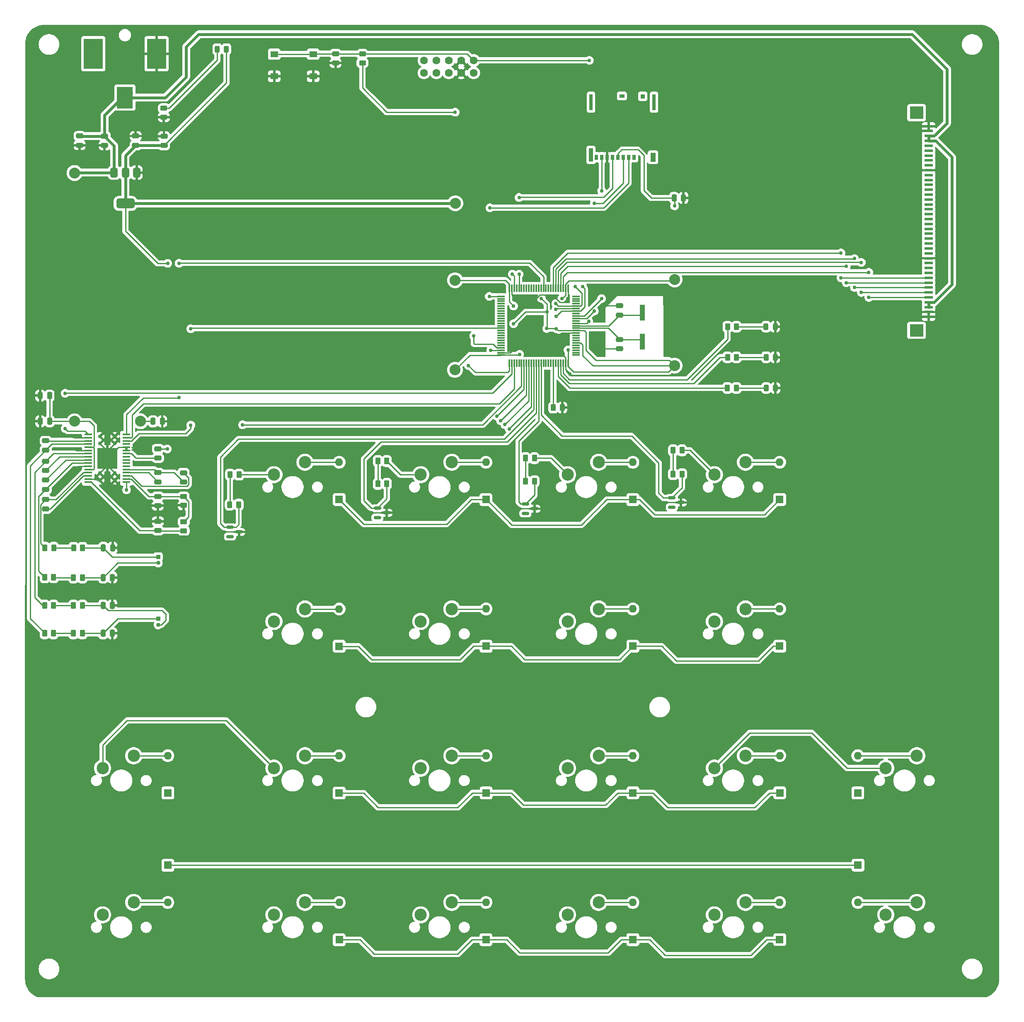
<source format=gtl>
G04 #@! TF.GenerationSoftware,KiCad,Pcbnew,8.0.4*
G04 #@! TF.CreationDate,2024-10-24T16:05:28-04:00*
G04 #@! TF.ProjectId,FULL BOARD,46554c4c-2042-44f4-9152-442e6b696361,rev?*
G04 #@! TF.SameCoordinates,Original*
G04 #@! TF.FileFunction,Copper,L1,Top*
G04 #@! TF.FilePolarity,Positive*
%FSLAX46Y46*%
G04 Gerber Fmt 4.6, Leading zero omitted, Abs format (unit mm)*
G04 Created by KiCad (PCBNEW 8.0.4) date 2024-10-24 16:05:28*
%MOMM*%
%LPD*%
G01*
G04 APERTURE LIST*
G04 Aperture macros list*
%AMRoundRect*
0 Rectangle with rounded corners*
0 $1 Rounding radius*
0 $2 $3 $4 $5 $6 $7 $8 $9 X,Y pos of 4 corners*
0 Add a 4 corners polygon primitive as box body*
4,1,4,$2,$3,$4,$5,$6,$7,$8,$9,$2,$3,0*
0 Add four circle primitives for the rounded corners*
1,1,$1+$1,$2,$3*
1,1,$1+$1,$4,$5*
1,1,$1+$1,$6,$7*
1,1,$1+$1,$8,$9*
0 Add four rect primitives between the rounded corners*
20,1,$1+$1,$2,$3,$4,$5,0*
20,1,$1+$1,$4,$5,$6,$7,0*
20,1,$1+$1,$6,$7,$8,$9,0*
20,1,$1+$1,$8,$9,$2,$3,0*%
G04 Aperture macros list end*
G04 #@! TA.AperFunction,ComponentPad*
%ADD10C,0.762000*%
G04 #@! TD*
G04 #@! TA.AperFunction,SMDPad,CuDef*
%ADD11R,1.599999X0.449999*%
G04 #@! TD*
G04 #@! TA.AperFunction,SMDPad,CuDef*
%ADD12R,4.110000X4.359999*%
G04 #@! TD*
G04 #@! TA.AperFunction,ComponentPad*
%ADD13C,3.556000*%
G04 #@! TD*
G04 #@! TA.AperFunction,SMDPad,CuDef*
%ADD14RoundRect,0.250000X-0.262500X-0.450000X0.262500X-0.450000X0.262500X0.450000X-0.262500X0.450000X0*%
G04 #@! TD*
G04 #@! TA.AperFunction,SMDPad,CuDef*
%ADD15RoundRect,0.150000X-0.587500X-0.150000X0.587500X-0.150000X0.587500X0.150000X-0.587500X0.150000X0*%
G04 #@! TD*
G04 #@! TA.AperFunction,SMDPad,CuDef*
%ADD16RoundRect,0.250000X0.475000X-0.250000X0.475000X0.250000X-0.475000X0.250000X-0.475000X-0.250000X0*%
G04 #@! TD*
G04 #@! TA.AperFunction,SMDPad,CuDef*
%ADD17R,1.041400X3.200400*%
G04 #@! TD*
G04 #@! TA.AperFunction,SMDPad,CuDef*
%ADD18RoundRect,0.250000X-0.450000X0.262500X-0.450000X-0.262500X0.450000X-0.262500X0.450000X0.262500X0*%
G04 #@! TD*
G04 #@! TA.AperFunction,ComponentPad*
%ADD19C,1.600200*%
G04 #@! TD*
G04 #@! TA.AperFunction,SMDPad,CuDef*
%ADD20RoundRect,0.250000X-0.475000X0.250000X-0.475000X-0.250000X0.475000X-0.250000X0.475000X0.250000X0*%
G04 #@! TD*
G04 #@! TA.AperFunction,ComponentPad*
%ADD21C,2.500000*%
G04 #@! TD*
G04 #@! TA.AperFunction,SMDPad,CuDef*
%ADD22RoundRect,0.243750X0.243750X0.456250X-0.243750X0.456250X-0.243750X-0.456250X0.243750X-0.456250X0*%
G04 #@! TD*
G04 #@! TA.AperFunction,SMDPad,CuDef*
%ADD23RoundRect,0.243750X-0.243750X-0.456250X0.243750X-0.456250X0.243750X0.456250X-0.243750X0.456250X0*%
G04 #@! TD*
G04 #@! TA.AperFunction,SMDPad,CuDef*
%ADD24R,3.302000X4.394200*%
G04 #@! TD*
G04 #@! TA.AperFunction,SMDPad,CuDef*
%ADD25R,3.911600X6.197600*%
G04 #@! TD*
G04 #@! TA.AperFunction,SMDPad,CuDef*
%ADD26RoundRect,0.250000X-0.250000X-0.475000X0.250000X-0.475000X0.250000X0.475000X-0.250000X0.475000X0*%
G04 #@! TD*
G04 #@! TA.AperFunction,SMDPad,CuDef*
%ADD27RoundRect,0.250000X0.262500X0.450000X-0.262500X0.450000X-0.262500X-0.450000X0.262500X-0.450000X0*%
G04 #@! TD*
G04 #@! TA.AperFunction,SMDPad,CuDef*
%ADD28RoundRect,0.250000X0.450000X-0.262500X0.450000X0.262500X-0.450000X0.262500X-0.450000X-0.262500X0*%
G04 #@! TD*
G04 #@! TA.AperFunction,SMDPad,CuDef*
%ADD29RoundRect,0.250000X0.250000X0.475000X-0.250000X0.475000X-0.250000X-0.475000X0.250000X-0.475000X0*%
G04 #@! TD*
G04 #@! TA.AperFunction,SMDPad,CuDef*
%ADD30RoundRect,0.075000X0.075000X0.725000X-0.075000X0.725000X-0.075000X-0.725000X0.075000X-0.725000X0*%
G04 #@! TD*
G04 #@! TA.AperFunction,SMDPad,CuDef*
%ADD31RoundRect,0.075000X0.725000X0.075000X-0.725000X0.075000X-0.725000X-0.075000X0.725000X-0.075000X0*%
G04 #@! TD*
G04 #@! TA.AperFunction,SMDPad,CuDef*
%ADD32R,0.700000X1.100000*%
G04 #@! TD*
G04 #@! TA.AperFunction,SMDPad,CuDef*
%ADD33R,0.900000X0.930000*%
G04 #@! TD*
G04 #@! TA.AperFunction,SMDPad,CuDef*
%ADD34R,1.050000X0.780000*%
G04 #@! TD*
G04 #@! TA.AperFunction,SMDPad,CuDef*
%ADD35R,1.140000X1.830000*%
G04 #@! TD*
G04 #@! TA.AperFunction,SMDPad,CuDef*
%ADD36R,0.860000X2.800000*%
G04 #@! TD*
G04 #@! TA.AperFunction,SMDPad,CuDef*
%ADD37R,0.700000X3.330000*%
G04 #@! TD*
G04 #@! TA.AperFunction,SMDPad,CuDef*
%ADD38RoundRect,0.375000X-0.375000X0.625000X-0.375000X-0.625000X0.375000X-0.625000X0.375000X0.625000X0*%
G04 #@! TD*
G04 #@! TA.AperFunction,SMDPad,CuDef*
%ADD39RoundRect,0.500000X-1.400000X0.500000X-1.400000X-0.500000X1.400000X-0.500000X1.400000X0.500000X0*%
G04 #@! TD*
G04 #@! TA.AperFunction,SMDPad,CuDef*
%ADD40R,1.550000X1.300000*%
G04 #@! TD*
G04 #@! TA.AperFunction,SMDPad,CuDef*
%ADD41R,1.700000X0.600000*%
G04 #@! TD*
G04 #@! TA.AperFunction,SMDPad,CuDef*
%ADD42R,2.800000X2.500000*%
G04 #@! TD*
G04 #@! TA.AperFunction,ComponentPad*
%ADD43R,1.600000X1.600000*%
G04 #@! TD*
G04 #@! TA.AperFunction,ComponentPad*
%ADD44O,1.600000X1.600000*%
G04 #@! TD*
G04 #@! TA.AperFunction,ComponentPad*
%ADD45R,0.850000X0.850000*%
G04 #@! TD*
G04 #@! TA.AperFunction,ComponentPad*
%ADD46C,0.850000*%
G04 #@! TD*
G04 #@! TA.AperFunction,ViaPad*
%ADD47C,0.762000*%
G04 #@! TD*
G04 #@! TA.AperFunction,ViaPad*
%ADD48C,2.235200*%
G04 #@! TD*
G04 #@! TA.AperFunction,Conductor*
%ADD49C,0.254000*%
G04 #@! TD*
G04 #@! TA.AperFunction,Conductor*
%ADD50C,0.609600*%
G04 #@! TD*
G04 APERTURE END LIST*
D10*
X87410000Y-130610000D03*
D11*
X89810000Y-138484999D03*
X89810000Y-137834998D03*
X89810000Y-137184999D03*
X89810000Y-136534998D03*
X89810000Y-135884999D03*
X89810000Y-135234998D03*
X89810000Y-134584999D03*
X89810000Y-133934998D03*
X89810000Y-133284999D03*
X89810000Y-132634998D03*
X89810000Y-131984999D03*
X89810000Y-131334998D03*
X89810000Y-130685000D03*
X89810000Y-130034998D03*
X89810000Y-129385000D03*
X89810000Y-128734998D03*
X82010000Y-128734998D03*
X82010000Y-129385000D03*
X82010000Y-130034998D03*
X82010000Y-130685000D03*
X82010000Y-131334998D03*
X82010000Y-131984999D03*
X82010000Y-132634998D03*
X82010000Y-133284999D03*
X82010000Y-133934998D03*
X82010000Y-134584999D03*
X82010000Y-135234998D03*
X82010000Y-135884999D03*
X82010000Y-136534998D03*
X82010000Y-137184999D03*
X82010000Y-137834998D03*
X82010000Y-138484999D03*
D12*
X85910000Y-133610000D03*
D10*
X87410000Y-136610000D03*
X87410000Y-138110000D03*
X87410000Y-129110000D03*
D13*
X85910000Y-133610000D03*
D10*
X84410000Y-136610000D03*
X84410000Y-138110000D03*
X84410000Y-130610000D03*
X84410000Y-129110000D03*
D14*
X203320000Y-136860000D03*
X201495000Y-136860000D03*
X173190000Y-138300000D03*
X171365000Y-138300000D03*
X143000000Y-138840000D03*
X141175000Y-138840000D03*
X110915000Y-143080000D03*
X112740000Y-143080000D03*
D15*
X203120000Y-142650000D03*
X201245000Y-143600000D03*
X201245000Y-141700000D03*
X171315000Y-142970000D03*
X171315000Y-144870000D03*
X173190000Y-143920000D03*
X142950000Y-144750000D03*
X141075000Y-145700000D03*
X141075000Y-143800000D03*
X110987500Y-147710000D03*
X110987500Y-149610000D03*
X112862500Y-148660000D03*
D16*
X96217800Y-143295400D03*
X96217800Y-141395400D03*
D14*
X78980000Y-163690000D03*
X80805000Y-163690000D03*
D17*
X195202200Y-109786400D03*
X195202200Y-103868200D03*
D18*
X101523800Y-146583400D03*
X101523800Y-148408400D03*
D19*
X160760000Y-52260000D03*
X160760000Y-54800000D03*
X158220000Y-52260000D03*
X158220000Y-54800000D03*
X155680000Y-52260000D03*
X155680000Y-54800000D03*
X153140000Y-52260000D03*
X153140000Y-54800000D03*
X150600000Y-52260000D03*
X150600000Y-54800000D03*
D20*
X101473000Y-136555600D03*
X101473000Y-138455600D03*
X80243800Y-67696200D03*
X80243800Y-69596200D03*
D21*
X244944000Y-226951400D03*
X251294000Y-224411400D03*
X149944000Y-226951400D03*
X156294000Y-224411400D03*
D22*
X222352500Y-106695000D03*
X220477500Y-106695000D03*
D21*
X119944000Y-226951400D03*
X126294000Y-224411400D03*
D16*
X96228200Y-148389000D03*
X96228200Y-146489000D03*
D20*
X73320000Y-138050000D03*
X73320000Y-139950000D03*
D21*
X179944000Y-196951400D03*
X186294000Y-194411400D03*
D23*
X108363900Y-49961800D03*
X110238900Y-49961800D03*
D21*
X84944000Y-196951400D03*
X91294000Y-194411400D03*
D24*
X89500000Y-59847110D03*
D25*
X95955800Y-50903400D03*
X83044200Y-50903400D03*
D16*
X97465000Y-69641800D03*
X97465000Y-67741800D03*
D26*
X85030000Y-163690000D03*
X86930000Y-163690000D03*
D21*
X209944000Y-196951400D03*
X216294000Y-194411400D03*
D16*
X190530000Y-104330000D03*
X190530000Y-102430000D03*
X96240600Y-133553200D03*
X96240600Y-131653200D03*
D14*
X212600000Y-119225000D03*
X214425000Y-119225000D03*
D16*
X96240600Y-138450400D03*
X96240600Y-136550400D03*
D27*
X112799000Y-136954000D03*
X110974000Y-136954000D03*
D21*
X119944000Y-166951400D03*
X126294000Y-164411400D03*
X119944000Y-196951400D03*
X126294000Y-194411400D03*
D22*
X222372500Y-112955000D03*
X220497500Y-112955000D03*
D28*
X138023600Y-52752000D03*
X138023600Y-50927000D03*
D14*
X73107500Y-157950000D03*
X74932500Y-157950000D03*
D21*
X149944000Y-136951400D03*
X156294000Y-134411400D03*
X149944000Y-166951400D03*
X156294000Y-164411400D03*
D14*
X212612500Y-112965000D03*
X214437500Y-112965000D03*
X212612500Y-106715000D03*
X214437500Y-106715000D03*
D16*
X73320000Y-136130000D03*
X73320000Y-134230000D03*
D21*
X209944000Y-226951400D03*
X216294000Y-224411400D03*
D18*
X101498400Y-141405600D03*
X101498400Y-143230600D03*
D27*
X173160000Y-133580000D03*
X171335000Y-133580000D03*
D20*
X73320000Y-130030000D03*
X73320000Y-131930000D03*
D21*
X209944000Y-136951400D03*
X216294000Y-134411400D03*
X119944000Y-136951400D03*
X126294000Y-134411400D03*
D14*
X73095000Y-163690000D03*
X74920000Y-163690000D03*
D29*
X86980000Y-151900000D03*
X85080000Y-151900000D03*
D30*
X180027000Y-114176000D03*
X179527000Y-114176000D03*
X179027000Y-114176000D03*
X178527000Y-114176000D03*
X178027000Y-114176000D03*
X177527000Y-114176000D03*
X177027000Y-114176000D03*
X176527000Y-114176000D03*
X176027000Y-114176000D03*
X175527000Y-114176000D03*
X175027000Y-114176000D03*
X174527000Y-114176000D03*
X174027000Y-114176000D03*
X173527000Y-114176000D03*
X173027000Y-114176000D03*
X172527000Y-114176000D03*
X172027000Y-114176000D03*
X171527000Y-114176000D03*
X171027000Y-114176000D03*
X170527000Y-114176000D03*
X170027000Y-114176000D03*
X169527000Y-114176000D03*
X169027000Y-114176000D03*
X168527000Y-114176000D03*
X168027000Y-114176000D03*
D31*
X166352000Y-112501000D03*
X166352000Y-112001000D03*
X166352000Y-111501000D03*
X166352000Y-111001000D03*
X166352000Y-110501000D03*
X166352000Y-110001000D03*
X166352000Y-109501000D03*
X166352000Y-109001000D03*
X166352000Y-108501000D03*
X166352000Y-108001000D03*
X166352000Y-107501000D03*
X166352000Y-107001000D03*
X166352000Y-106501000D03*
X166352000Y-106001000D03*
X166352000Y-105501000D03*
X166352000Y-105001000D03*
X166352000Y-104501000D03*
X166352000Y-104001000D03*
X166352000Y-103501000D03*
X166352000Y-103001000D03*
X166352000Y-102501000D03*
X166352000Y-102001000D03*
X166352000Y-101501000D03*
X166352000Y-101001000D03*
X166352000Y-100501000D03*
D30*
X168027000Y-98826000D03*
X168527000Y-98826000D03*
X169027000Y-98826000D03*
X169527000Y-98826000D03*
X170027000Y-98826000D03*
X170527000Y-98826000D03*
X171027000Y-98826000D03*
X171527000Y-98826000D03*
X172027000Y-98826000D03*
X172527000Y-98826000D03*
X173027000Y-98826000D03*
X173527000Y-98826000D03*
X174027000Y-98826000D03*
X174527000Y-98826000D03*
X175027000Y-98826000D03*
X175527000Y-98826000D03*
X176027000Y-98826000D03*
X176527000Y-98826000D03*
X177027000Y-98826000D03*
X177527000Y-98826000D03*
X178027000Y-98826000D03*
X178527000Y-98826000D03*
X179027000Y-98826000D03*
X179527000Y-98826000D03*
X180027000Y-98826000D03*
D31*
X181702000Y-100501000D03*
X181702000Y-101001000D03*
X181702000Y-101501000D03*
X181702000Y-102001000D03*
X181702000Y-102501000D03*
X181702000Y-103001000D03*
X181702000Y-103501000D03*
X181702000Y-104001000D03*
X181702000Y-104501000D03*
X181702000Y-105001000D03*
X181702000Y-105501000D03*
X181702000Y-106001000D03*
X181702000Y-106501000D03*
X181702000Y-107001000D03*
X181702000Y-107501000D03*
X181702000Y-108001000D03*
X181702000Y-108501000D03*
X181702000Y-109001000D03*
X181702000Y-109501000D03*
X181702000Y-110001000D03*
X181702000Y-110501000D03*
X181702000Y-111001000D03*
X181702000Y-111501000D03*
X181702000Y-112001000D03*
X181702000Y-112501000D03*
D14*
X73130000Y-151890000D03*
X74955000Y-151890000D03*
D29*
X86935000Y-169390000D03*
X85035000Y-169390000D03*
D14*
X73090000Y-169390000D03*
X74915000Y-169390000D03*
D32*
X193510000Y-72070000D03*
X192410000Y-72070000D03*
X191310000Y-72070000D03*
X190210000Y-72070000D03*
X189110000Y-72070000D03*
X188010000Y-72070000D03*
X186910000Y-72070000D03*
X185810000Y-72070000D03*
D33*
X195300000Y-59605000D03*
D34*
X191035000Y-59530000D03*
D35*
X197390000Y-72055000D03*
D36*
X184730000Y-71570000D03*
D37*
X197610000Y-60805000D03*
X184730000Y-60805000D03*
D38*
X91891000Y-75188800D03*
X89591000Y-75188800D03*
D39*
X89591000Y-81488800D03*
D38*
X87291000Y-75188800D03*
D40*
X120013400Y-50988600D03*
X127963400Y-50988600D03*
X120013400Y-55488600D03*
X127963400Y-55488600D03*
D26*
X85050000Y-158000000D03*
X86950000Y-158000000D03*
D21*
X84944000Y-226951400D03*
X91294000Y-224411400D03*
D20*
X132537200Y-50901600D03*
X132537200Y-52801600D03*
D21*
X149944000Y-196951400D03*
X156294000Y-194411400D03*
D16*
X91699200Y-69616400D03*
X91699200Y-67716400D03*
D14*
X78975000Y-169390000D03*
X80800000Y-169390000D03*
D21*
X244944000Y-196951400D03*
X251294000Y-194411400D03*
D27*
X143000000Y-134170000D03*
X141175000Y-134170000D03*
D20*
X190580000Y-109310000D03*
X190580000Y-111210000D03*
X85349200Y-67759600D03*
X85349200Y-69659600D03*
D29*
X97127400Y-126054800D03*
X95227400Y-126054800D03*
D41*
X253690000Y-104700000D03*
X253690000Y-103700000D03*
X253690000Y-102700000D03*
X253690000Y-101700000D03*
X253690000Y-100700000D03*
X253690000Y-99700000D03*
X253690000Y-98700000D03*
X253690000Y-97700000D03*
X253690000Y-96700000D03*
X253690000Y-95700000D03*
X253690000Y-94700000D03*
X253690000Y-93700000D03*
X253690000Y-92700000D03*
X253690000Y-91700000D03*
X253690000Y-90700000D03*
X253690000Y-89700000D03*
X253690000Y-88700000D03*
X253690000Y-87700000D03*
X253690000Y-86700000D03*
X253690000Y-85700000D03*
X253690000Y-84700000D03*
X253690000Y-83700000D03*
X253690000Y-82700000D03*
X253690000Y-81700000D03*
X253690000Y-80700000D03*
X253690000Y-79700000D03*
X253690000Y-78700000D03*
X253690000Y-77700000D03*
X253690000Y-76700000D03*
X253690000Y-75700000D03*
X253690000Y-74700000D03*
X253690000Y-73700000D03*
X253690000Y-72700000D03*
X253690000Y-71700000D03*
X253690000Y-70700000D03*
X253690000Y-69700000D03*
X253690000Y-68700000D03*
X253690000Y-67700000D03*
X253690000Y-66700000D03*
X253690000Y-65700000D03*
D42*
X251240000Y-107450000D03*
X251240000Y-62950000D03*
D26*
X72210000Y-126040000D03*
X74110000Y-126040000D03*
D21*
X209944000Y-166951400D03*
X216294000Y-164411400D03*
X179944000Y-166951400D03*
X186294000Y-164411400D03*
D26*
X201700000Y-80375000D03*
X203600000Y-80375000D03*
D22*
X222387500Y-119235000D03*
X220512500Y-119235000D03*
D21*
X179944000Y-226951400D03*
X186294000Y-224411400D03*
D18*
X97458500Y-62036300D03*
X97458500Y-63861300D03*
D21*
X179944000Y-136951400D03*
X186294000Y-134411400D03*
D26*
X72202600Y-120782200D03*
X74102600Y-120782200D03*
D27*
X203320000Y-131970000D03*
X201495000Y-131970000D03*
D14*
X78987500Y-157990000D03*
X80812500Y-157990000D03*
X79015000Y-151900000D03*
X80840000Y-151900000D03*
X177014500Y-123240800D03*
X178839500Y-123240800D03*
D16*
X73320000Y-143950000D03*
X73320000Y-142050000D03*
D43*
X98268000Y-216799400D03*
D44*
X98268000Y-224419400D03*
D43*
X98258000Y-202029400D03*
D44*
X98258000Y-194409400D03*
D43*
X163279000Y-172014000D03*
D44*
X163279000Y-164394000D03*
D45*
X96290000Y-153745001D03*
D46*
X96290000Y-154995001D03*
D43*
X133278000Y-172029400D03*
D44*
X133278000Y-164409400D03*
D43*
X193278000Y-142039400D03*
D44*
X193278000Y-134419400D03*
D43*
X239258000Y-216789400D03*
D44*
X239258000Y-224409400D03*
D43*
X223288000Y-202019400D03*
D44*
X223288000Y-194399400D03*
D43*
X223278000Y-172019400D03*
D44*
X223278000Y-164399400D03*
D43*
X133268000Y-142029400D03*
D44*
X133268000Y-134409400D03*
D43*
X133298000Y-232039400D03*
D44*
X133298000Y-224419400D03*
D43*
X163268000Y-232029400D03*
D44*
X163268000Y-224409400D03*
D43*
X133278000Y-202039400D03*
D44*
X133278000Y-194419400D03*
D43*
X193288000Y-202019400D03*
D44*
X193288000Y-194399400D03*
D45*
X96310000Y-166410000D03*
D46*
X96310000Y-167660000D03*
D43*
X223278000Y-142029400D03*
D44*
X223278000Y-134409400D03*
D43*
X193278000Y-172019400D03*
D44*
X193278000Y-164399400D03*
D43*
X163258000Y-142039400D03*
D44*
X163258000Y-134419400D03*
D43*
X193278000Y-232029400D03*
D44*
X193278000Y-224409400D03*
D43*
X163298000Y-202029400D03*
D44*
X163298000Y-194409400D03*
D43*
X239228000Y-202029400D03*
D44*
X239228000Y-194409400D03*
D43*
X223258000Y-232019400D03*
D44*
X223258000Y-224399400D03*
D47*
X173380000Y-102440000D03*
X173280000Y-110180000D03*
X174570000Y-100910000D03*
X175710000Y-103690000D03*
X175670000Y-107060000D03*
X168920000Y-106080000D03*
X98160000Y-131710000D03*
X98230000Y-93760000D03*
X183020000Y-98480000D03*
X181490000Y-98530000D03*
X177590000Y-104600000D03*
X177555000Y-103135000D03*
X177530000Y-101990000D03*
X78990000Y-136230000D03*
X180390000Y-116380000D03*
X78920000Y-131690000D03*
X78980000Y-129110000D03*
X186820000Y-111210000D03*
X186880000Y-105060000D03*
X168650000Y-95950000D03*
D48*
X79210000Y-75270000D03*
X79210000Y-126050000D03*
X92655200Y-126040000D03*
D47*
X89819200Y-140070000D03*
X164250000Y-111520000D03*
X184390000Y-52240000D03*
X184280000Y-105600000D03*
X163940000Y-100501000D03*
X164070000Y-82400000D03*
X185410000Y-81440000D03*
X185410000Y-103500000D03*
X170030000Y-95990000D03*
X170030000Y-80280000D03*
X186910000Y-78910000D03*
X186875000Y-100975000D03*
X239950000Y-99690000D03*
X239950000Y-93550000D03*
X238550000Y-98690000D03*
X238550000Y-92780000D03*
X236890000Y-97720000D03*
X236890000Y-94370000D03*
X160756600Y-108559600D03*
X159689800Y-114630200D03*
X167130000Y-126730000D03*
X241480000Y-95590000D03*
X241480000Y-100710000D03*
X168000000Y-127600000D03*
X166260000Y-125920000D03*
X102959200Y-107124200D03*
X102959200Y-126820000D03*
X113551000Y-126766000D03*
X165520000Y-125030000D03*
X77290000Y-120310000D03*
X77280000Y-127510000D03*
X100558600Y-93726000D03*
X100558600Y-121220000D03*
X235800000Y-91630000D03*
X235800000Y-96710000D03*
D48*
X156997400Y-81457800D03*
D47*
X201800000Y-82020000D03*
D48*
X201800000Y-97034800D03*
X201800000Y-114660000D03*
D47*
X156972000Y-62839600D03*
D48*
X156921200Y-115519200D03*
X156946600Y-97205800D03*
D47*
X177610000Y-109110000D03*
X178770000Y-100990000D03*
X179970000Y-100980000D03*
X170770000Y-102430000D03*
X170130000Y-112340000D03*
X170060000Y-110170000D03*
X180020000Y-111450000D03*
X177940000Y-111500000D03*
X177630000Y-107100000D03*
X168910000Y-102460000D03*
D49*
X179252000Y-101698000D02*
X179970000Y-100980000D01*
X176852000Y-100202000D02*
X178348000Y-101698000D01*
X174276736Y-100202000D02*
X176852000Y-100202000D01*
X178348000Y-101698000D02*
X179252000Y-101698000D01*
X173380000Y-101098736D02*
X174276736Y-100202000D01*
X173380000Y-102440000D02*
X173380000Y-101098736D01*
X173370000Y-102430000D02*
X173380000Y-102440000D01*
X170770000Y-102430000D02*
X173370000Y-102430000D01*
X176540000Y-110180000D02*
X173280000Y-110180000D01*
X177610000Y-109110000D02*
X176540000Y-110180000D01*
X173270000Y-110170000D02*
X173280000Y-110180000D01*
X170060000Y-110170000D02*
X173270000Y-110170000D01*
X175710000Y-102050000D02*
X174570000Y-100910000D01*
X175710000Y-103690000D02*
X175710000Y-102050000D01*
X171310000Y-103690000D02*
X168920000Y-106080000D01*
X175710000Y-103690000D02*
X171310000Y-103690000D01*
X175710000Y-103690000D02*
X175710000Y-107020000D01*
X175710000Y-107020000D02*
X175670000Y-107060000D01*
X175670000Y-107060000D02*
X177590000Y-107060000D01*
X177590000Y-107060000D02*
X177630000Y-107100000D01*
X88185002Y-131334998D02*
X85910000Y-133610000D01*
X89810000Y-131334998D02*
X88185002Y-131334998D01*
X90828998Y-130045000D02*
X89707200Y-130045000D01*
X102959200Y-127528000D02*
X101937200Y-128550000D01*
X101937200Y-128550000D02*
X92323998Y-128550000D01*
X102959200Y-126820000D02*
X102959200Y-127528000D01*
X92323998Y-128550000D02*
X90828998Y-130045000D01*
X169027000Y-119397600D02*
X169027000Y-114176000D01*
X93290000Y-122450000D02*
X165974600Y-122450000D01*
X90970000Y-129253996D02*
X90970000Y-124770000D01*
X90828996Y-129395000D02*
X90970000Y-129253996D01*
X90970000Y-124770000D02*
X93290000Y-122450000D01*
X89707200Y-129395000D02*
X90828996Y-129395000D01*
X165974600Y-122450000D02*
X169027000Y-119397600D01*
X93260000Y-121250000D02*
X89810000Y-124700000D01*
X100528600Y-121250000D02*
X93260000Y-121250000D01*
X89810000Y-124700000D02*
X89810000Y-128734998D01*
X100558600Y-121220000D02*
X100528600Y-121250000D01*
X168527000Y-116397200D02*
X168527000Y-114176000D01*
X164674200Y-120250000D02*
X168527000Y-116397200D01*
X77350000Y-120250000D02*
X164674200Y-120250000D01*
X77290000Y-120310000D02*
X77350000Y-120250000D01*
X96237400Y-133550000D02*
X96240600Y-133553200D01*
X90848997Y-132644998D02*
X91753999Y-133550000D01*
X91753999Y-133550000D02*
X96237400Y-133550000D01*
X89819200Y-132644998D02*
X90848997Y-132644998D01*
D50*
X258460000Y-98089600D02*
X254849600Y-101700000D01*
X254849600Y-101700000D02*
X253690000Y-101700000D01*
X258460000Y-72010400D02*
X258460000Y-98089600D01*
X255149600Y-68700000D02*
X258460000Y-72010400D01*
X253690000Y-68700000D02*
X255149600Y-68700000D01*
D49*
X85910000Y-132110000D02*
X87410000Y-130610000D01*
X85910000Y-133610000D02*
X85910000Y-132110000D01*
X85910000Y-132110000D02*
X84410000Y-130610000D01*
X85910000Y-135110000D02*
X85910000Y-133610000D01*
X84410000Y-136610000D02*
X85910000Y-135110000D01*
X87410000Y-136610000D02*
X85910000Y-135110000D01*
D50*
X257450000Y-54010000D02*
X257450000Y-65099600D01*
X254849600Y-67700000D02*
X253690000Y-67700000D01*
X250370000Y-46930000D02*
X257450000Y-54010000D01*
X102000000Y-49498400D02*
X104568400Y-46930000D01*
X102000000Y-55630000D02*
X102000000Y-49498400D01*
X257450000Y-65099600D02*
X254849600Y-67700000D01*
X97782890Y-59847110D02*
X102000000Y-55630000D01*
X104568400Y-46930000D02*
X250370000Y-46930000D01*
X89500000Y-59847110D02*
X97782890Y-59847110D01*
X253690000Y-101700000D02*
X253690000Y-102700000D01*
X253690000Y-67700000D02*
X253690000Y-68700000D01*
D49*
X241490000Y-100700000D02*
X253690000Y-100700000D01*
X241480000Y-100710000D02*
X241490000Y-100700000D01*
X239960000Y-99700000D02*
X253690000Y-99700000D01*
X239950000Y-99690000D02*
X239960000Y-99700000D01*
X238560000Y-98700000D02*
X253690000Y-98700000D01*
X238550000Y-98690000D02*
X238560000Y-98700000D01*
X236890000Y-97720000D02*
X236910000Y-97700000D01*
X236910000Y-97700000D02*
X253690000Y-97700000D01*
X235810000Y-96700000D02*
X253690000Y-96700000D01*
X235800000Y-96710000D02*
X235810000Y-96700000D01*
X89591000Y-87151000D02*
X89591000Y-81488800D01*
X96200000Y-93760000D02*
X89591000Y-87151000D01*
X98230000Y-93760000D02*
X96200000Y-93760000D01*
X98103200Y-131653200D02*
X98160000Y-131710000D01*
X96240600Y-131653200D02*
X98103200Y-131653200D01*
X198550000Y-134530000D02*
X193072000Y-129052000D01*
X199490000Y-141700000D02*
X198550000Y-140760000D01*
X201245000Y-141700000D02*
X199490000Y-141700000D01*
X198550000Y-140760000D02*
X198550000Y-134530000D01*
X203320000Y-139625000D02*
X201245000Y-141700000D01*
X203320000Y-136860000D02*
X203320000Y-139625000D01*
X201495000Y-131970000D02*
X201495000Y-136860000D01*
X204962600Y-131970000D02*
X203320000Y-131970000D01*
X209944000Y-136951400D02*
X204962600Y-131970000D01*
X174027000Y-125980000D02*
X174027000Y-114176000D01*
X169960000Y-130047000D02*
X174027000Y-125980000D01*
X169960000Y-142540000D02*
X169960000Y-130047000D01*
X170390000Y-142970000D02*
X169960000Y-142540000D01*
X171315000Y-142970000D02*
X170390000Y-142970000D01*
X173190000Y-141095000D02*
X171315000Y-142970000D01*
X173190000Y-138300000D02*
X173190000Y-141095000D01*
X171335000Y-138270000D02*
X171365000Y-138300000D01*
X171335000Y-133580000D02*
X171335000Y-138270000D01*
X176572600Y-133580000D02*
X173160000Y-133580000D01*
X179944000Y-136951400D02*
X176572600Y-133580000D01*
X168530000Y-147230000D02*
X182749000Y-147230000D01*
X163339400Y-142039400D02*
X168530000Y-147230000D01*
X182749000Y-147230000D02*
X187939600Y-142039400D01*
X187939600Y-142039400D02*
X193278000Y-142039400D01*
X163258000Y-142039400D02*
X163339400Y-142039400D01*
X173527000Y-124313000D02*
X173527000Y-114176000D01*
X138320000Y-133747000D02*
X141807000Y-130260000D01*
X138320000Y-142270000D02*
X138320000Y-133747000D01*
X141807000Y-130260000D02*
X167580000Y-130260000D01*
X139850000Y-143800000D02*
X138320000Y-142270000D01*
X141075000Y-143800000D02*
X139850000Y-143800000D01*
X167580000Y-130260000D02*
X173527000Y-124313000D01*
X143000000Y-141875000D02*
X141075000Y-143800000D01*
X143000000Y-138840000D02*
X143000000Y-141875000D01*
X141175000Y-134170000D02*
X141175000Y-138840000D01*
X145781400Y-136951400D02*
X143000000Y-134170000D01*
X149944000Y-136951400D02*
X145781400Y-136951400D01*
X160253600Y-142039400D02*
X163258000Y-142039400D01*
X155223000Y-147070000D02*
X160253600Y-142039400D01*
X138308600Y-147070000D02*
X155223000Y-147070000D01*
X133268000Y-142029400D02*
X138308600Y-147070000D01*
X173027000Y-123673000D02*
X173027000Y-114176000D01*
X167040000Y-129660000D02*
X173027000Y-123673000D01*
X112689000Y-129660000D02*
X167040000Y-129660000D01*
X109000000Y-146910000D02*
X109000000Y-133349000D01*
X109800000Y-147710000D02*
X109000000Y-146910000D01*
X110987500Y-147710000D02*
X109800000Y-147710000D01*
X109000000Y-133349000D02*
X112689000Y-129660000D01*
X112190000Y-147710000D02*
X110987500Y-147710000D01*
X112740000Y-147160000D02*
X112190000Y-147710000D01*
X112740000Y-143080000D02*
X112740000Y-147160000D01*
X110974000Y-143021000D02*
X110915000Y-143080000D01*
X110974000Y-136954000D02*
X110974000Y-143021000D01*
X183470000Y-102603592D02*
X182572592Y-103501000D01*
X183470000Y-98930000D02*
X183470000Y-102603592D01*
X182572592Y-103501000D02*
X181702000Y-103501000D01*
X183020000Y-98480000D02*
X183470000Y-98930000D01*
X182850000Y-99890000D02*
X181490000Y-98530000D01*
X182850000Y-102223592D02*
X182850000Y-99890000D01*
X182572592Y-102501000D02*
X182850000Y-102223592D01*
X181702000Y-102501000D02*
X182572592Y-102501000D01*
X178689000Y-103501000D02*
X177590000Y-104600000D01*
X181702000Y-103501000D02*
X178689000Y-103501000D01*
X177530000Y-101990000D02*
X178041000Y-102501000D01*
X178041000Y-102501000D02*
X181702000Y-102501000D01*
X182618592Y-110001000D02*
X181702000Y-110001000D01*
X110238900Y-49961800D02*
X110238900Y-56867900D01*
D50*
X89591000Y-75188800D02*
X89591000Y-71724600D01*
X97439600Y-69616400D02*
X97465000Y-69641800D01*
X89591000Y-71724600D02*
X91699200Y-69616400D01*
X91699200Y-69616400D02*
X97439600Y-69616400D01*
D49*
X110238900Y-56867900D02*
X97465000Y-69641800D01*
X201700000Y-80375000D02*
X197050000Y-80375000D01*
X194340000Y-70510000D02*
X191006000Y-70510000D01*
D50*
X89591000Y-75188800D02*
X89591000Y-81488800D01*
D49*
X191006000Y-70510000D02*
X190210000Y-71306000D01*
X195520000Y-71690000D02*
X194340000Y-70510000D01*
X190210000Y-71306000D02*
X190210000Y-72070000D01*
X197050000Y-80375000D02*
X195520000Y-78845000D01*
X195520000Y-78845000D02*
X195520000Y-71690000D01*
X179527000Y-114176000D02*
X179527000Y-115517000D01*
X80650400Y-69189600D02*
X80243800Y-69596200D01*
X186880000Y-103211264D02*
X187661264Y-102430000D01*
X78990000Y-136230000D02*
X79985002Y-135234998D01*
X79985002Y-135234998D02*
X82010000Y-135234998D01*
X186820000Y-111210000D02*
X190580000Y-111210000D01*
X78920000Y-131690000D02*
X79230000Y-131690000D01*
X85373543Y-135544654D02*
X85919200Y-135544654D01*
X79524999Y-131984999D02*
X82010000Y-131984999D01*
X179527000Y-115517000D02*
X180390000Y-116380000D01*
X83910000Y-138110000D02*
X83634998Y-137834998D01*
X186880000Y-105060000D02*
X186880000Y-103211264D01*
X83634998Y-137834998D02*
X82010000Y-137834998D01*
X85990000Y-131690348D02*
X85910000Y-131690348D01*
X79230000Y-131690000D02*
X79524999Y-131984999D01*
X187661264Y-102430000D02*
X190530000Y-102430000D01*
X78980000Y-129110000D02*
X79255000Y-129385000D01*
X79255000Y-129385000D02*
X82010000Y-129385000D01*
X169027000Y-98826000D02*
X169027000Y-96327000D01*
X169027000Y-96327000D02*
X168650000Y-95950000D01*
X82010000Y-131334998D02*
X82944998Y-131334998D01*
X79210000Y-126050000D02*
X82250000Y-126050000D01*
X82944998Y-131334998D02*
X83160000Y-131550000D01*
D50*
X85349200Y-67759600D02*
X87291000Y-69701400D01*
X85349200Y-63448710D02*
X85349200Y-67759600D01*
D49*
X74110000Y-120789600D02*
X74102600Y-120782200D01*
X89819200Y-140070000D02*
X89819200Y-138494999D01*
D50*
X87163000Y-75060800D02*
X87291000Y-75188800D01*
X90172890Y-58238510D02*
X90855780Y-58921400D01*
X87408500Y-75071300D02*
X87291000Y-75188800D01*
X87291000Y-69701400D02*
X87291000Y-75188800D01*
X89500000Y-59847110D02*
X88950800Y-59847110D01*
X80307200Y-67759600D02*
X80243800Y-67696200D01*
D49*
X79210000Y-126050000D02*
X79200000Y-126040000D01*
X83160000Y-131550000D02*
X83160000Y-135788998D01*
X83039000Y-131334998D02*
X82010000Y-131334998D01*
D50*
X89580000Y-58238510D02*
X90172890Y-58238510D01*
X74142600Y-126027400D02*
X74120000Y-126050000D01*
X79210000Y-75270000D02*
X79291200Y-75188800D01*
X79291200Y-75188800D02*
X87291000Y-75188800D01*
D49*
X82250000Y-126050000D02*
X83180000Y-126980000D01*
X83180000Y-126980000D02*
X83180000Y-131193998D01*
X83063999Y-135884999D02*
X82010000Y-135884999D01*
D50*
X85349200Y-67759600D02*
X80307200Y-67759600D01*
D49*
X83160000Y-135788998D02*
X83063999Y-135884999D01*
D50*
X88950800Y-59847110D02*
X85349200Y-63448710D01*
D49*
X79200000Y-126040000D02*
X74110000Y-126040000D01*
X74110000Y-126040000D02*
X74110000Y-120789600D01*
X83180000Y-131193998D02*
X83039000Y-131334998D01*
X164269000Y-111501000D02*
X166352000Y-111501000D01*
X164250000Y-111520000D02*
X164269000Y-111501000D01*
X132537200Y-50901600D02*
X128050400Y-50901600D01*
X183879000Y-106001000D02*
X181702000Y-106001000D01*
X132537200Y-50901600D02*
X137998200Y-50901600D01*
X127963400Y-50988600D02*
X120013400Y-50988600D01*
X160780000Y-52240000D02*
X160760000Y-52260000D01*
X137998200Y-50901600D02*
X138023600Y-50927000D01*
X128050400Y-50901600D02*
X127963400Y-50988600D01*
X184280000Y-105600000D02*
X183879000Y-106001000D01*
X184390000Y-52240000D02*
X160780000Y-52240000D01*
X138023600Y-50927000D02*
X159427000Y-50927000D01*
X159427000Y-50927000D02*
X160760000Y-52260000D01*
X181702000Y-107001000D02*
X188301000Y-107001000D01*
X194725800Y-109310000D02*
X195202200Y-109786400D01*
X190580000Y-109310000D02*
X194725800Y-109310000D01*
X188301000Y-107001000D02*
X190580000Y-109280000D01*
X190580000Y-109280000D02*
X190580000Y-109310000D01*
X194740400Y-104330000D02*
X195202200Y-103868200D01*
X181702000Y-106501000D02*
X188359000Y-106501000D01*
X190530000Y-104330000D02*
X194740400Y-104330000D01*
X188359000Y-106501000D02*
X190530000Y-104330000D01*
X187310000Y-82400000D02*
X192410000Y-77300000D01*
X192410000Y-72070000D02*
X192410000Y-77300000D01*
X164070000Y-82400000D02*
X187310000Y-82400000D01*
X163940000Y-100501000D02*
X166352000Y-100501000D01*
X183877736Y-105001000D02*
X181702000Y-105001000D01*
X185378736Y-103500000D02*
X183877736Y-105001000D01*
X191310000Y-72070000D02*
X191310000Y-77332052D01*
X185410000Y-103500000D02*
X185378736Y-103500000D01*
X187202052Y-81440000D02*
X191310000Y-77332052D01*
X185410000Y-81440000D02*
X185440000Y-81470000D01*
X185410000Y-81440000D02*
X187202052Y-81440000D01*
X189110000Y-72070000D02*
X189120000Y-72080000D01*
X170027000Y-98826000D02*
X170027000Y-95993000D01*
X189120000Y-78450000D02*
X189130000Y-78460000D01*
X189120000Y-72080000D02*
X189120000Y-78450000D01*
X189130000Y-72330000D02*
X189110000Y-72310000D01*
X189130000Y-78460000D02*
X187350000Y-80240000D01*
X187350000Y-80240000D02*
X170070000Y-80240000D01*
X170027000Y-95993000D02*
X170030000Y-95990000D01*
X170070000Y-80240000D02*
X170030000Y-80280000D01*
X186875000Y-100975000D02*
X183349000Y-104501000D01*
X181725000Y-104524000D02*
X182110000Y-104524000D01*
X183349000Y-104501000D02*
X181702000Y-104501000D01*
X181702000Y-104501000D02*
X181725000Y-104524000D01*
X186910000Y-72070000D02*
X186910000Y-78910000D01*
X178027000Y-95303000D02*
X178027000Y-98826000D01*
X179810000Y-93520000D02*
X178027000Y-95303000D01*
X239950000Y-93550000D02*
X239920000Y-93520000D01*
X178027000Y-98826000D02*
X178004000Y-98803000D01*
X178004000Y-98803000D02*
X178004000Y-98680000D01*
X239920000Y-93520000D02*
X179810000Y-93520000D01*
X89819200Y-135894999D02*
X95585199Y-135894999D01*
X99567800Y-136550400D02*
X101473000Y-138455600D01*
X96240600Y-136550400D02*
X99567800Y-136550400D01*
X95585199Y-135894999D02*
X96240600Y-136550400D01*
X94335198Y-136544998D02*
X96240600Y-138450400D01*
X89819200Y-136544998D02*
X94335198Y-136544998D01*
X102525000Y-138951528D02*
X102182928Y-139293600D01*
X102182928Y-139293600D02*
X92946800Y-139293600D01*
X90848199Y-137194999D02*
X89819200Y-137194999D01*
X102525000Y-137607600D02*
X102525000Y-138951528D01*
X92946800Y-139293600D02*
X90848199Y-137194999D01*
X101473000Y-136555600D02*
X102525000Y-137607600D01*
X96217800Y-141395400D02*
X101488200Y-141395400D01*
X101498400Y-141405600D02*
X102525400Y-142432600D01*
X90856145Y-137844998D02*
X94406547Y-141395400D01*
X101488200Y-141395400D02*
X101498400Y-141405600D01*
X89819200Y-137844998D02*
X90856145Y-137844998D01*
X102525400Y-145581800D02*
X101523800Y-146583400D01*
X102525400Y-142432600D02*
X102525400Y-145581800D01*
X94406547Y-141395400D02*
X96217800Y-141395400D01*
X96228200Y-148389000D02*
X92529000Y-148389000D01*
X96247600Y-148408400D02*
X96228200Y-148389000D01*
X82634999Y-138494999D02*
X82019200Y-138494999D01*
X101523800Y-148408400D02*
X96247600Y-148408400D01*
X92529000Y-148389000D02*
X82634999Y-138494999D01*
X238550000Y-92780000D02*
X238540000Y-92790000D01*
X238540000Y-92790000D02*
X179650000Y-92790000D01*
X177527000Y-94913000D02*
X177527000Y-98826000D01*
X179650000Y-92790000D02*
X177527000Y-94913000D01*
X179930000Y-94370000D02*
X178527000Y-95773000D01*
X178527000Y-95773000D02*
X178527000Y-98826000D01*
X236890000Y-94370000D02*
X179930000Y-94370000D01*
X80956001Y-136534998D02*
X75440999Y-142050000D01*
X75440999Y-142050000D02*
X73320000Y-142050000D01*
X72268000Y-143102000D02*
X73320000Y-142050000D01*
X72268000Y-151028000D02*
X72268000Y-143102000D01*
X73130000Y-151890000D02*
X72268000Y-151028000D01*
X82010000Y-136534998D02*
X80956001Y-136534998D01*
X82010000Y-137184999D02*
X80981001Y-137184999D01*
X74216000Y-143950000D02*
X73320000Y-143950000D01*
X80981001Y-137184999D02*
X74216000Y-143950000D01*
X73324998Y-130034998D02*
X73320000Y-130030000D01*
X82010000Y-130034998D02*
X73324998Y-130034998D01*
X73090000Y-169320000D02*
X70130000Y-166360000D01*
X73090000Y-169390000D02*
X73090000Y-169320000D01*
X74565000Y-130685000D02*
X73320000Y-131930000D01*
X70130000Y-135120000D02*
X73320000Y-131930000D01*
X82010000Y-130685000D02*
X74565000Y-130685000D01*
X70130000Y-166360000D02*
X70130000Y-135120000D01*
X77435002Y-133934998D02*
X73320000Y-138050000D01*
X82010000Y-133934998D02*
X77435002Y-133934998D01*
X160756600Y-108559600D02*
X160756600Y-110090600D01*
X165481408Y-111001000D02*
X166352000Y-111001000D01*
X160756600Y-110090600D02*
X160916000Y-110250000D01*
X164730408Y-110250000D02*
X165481408Y-111001000D01*
X160916000Y-110250000D02*
X164730408Y-110250000D01*
X167698400Y-116052600D02*
X168027000Y-115724000D01*
X168027000Y-115724000D02*
X168027000Y-114176000D01*
X161112200Y-116052600D02*
X167698400Y-116052600D01*
X159689800Y-114630200D02*
X161112200Y-116052600D01*
X71814000Y-156656500D02*
X71814000Y-141456000D01*
X73107500Y-157950000D02*
X71814000Y-156656500D01*
X78685001Y-134584999D02*
X73320000Y-139950000D01*
X82010000Y-134584999D02*
X78685001Y-134584999D01*
X71814000Y-141456000D02*
X73320000Y-139950000D01*
X71080000Y-136470000D02*
X73320000Y-134230000D01*
X74915002Y-132634998D02*
X73320000Y-134230000D01*
X73095000Y-163690000D02*
X72710000Y-163690000D01*
X71080000Y-162060000D02*
X71080000Y-136470000D01*
X82010000Y-132634998D02*
X74915002Y-132634998D01*
X72710000Y-163690000D02*
X71080000Y-162060000D01*
X220512500Y-119235000D02*
X214435000Y-119235000D01*
X214435000Y-119235000D02*
X214425000Y-119225000D01*
X82010000Y-133284999D02*
X76165001Y-133284999D01*
X76165001Y-133284999D02*
X73320000Y-136130000D01*
X197440400Y-202019400D02*
X200419000Y-204998000D01*
X172027000Y-121843000D02*
X172027000Y-114176000D01*
X163298000Y-202029400D02*
X168494400Y-202029400D01*
X138278400Y-202039400D02*
X141237000Y-204998000D01*
X141237000Y-204998000D02*
X157493000Y-204998000D01*
X218199000Y-204998000D02*
X221177600Y-202019400D01*
X167140000Y-126730000D02*
X172027000Y-121843000D01*
X193288000Y-202019400D02*
X197440400Y-202019400D01*
X133278000Y-202039400D02*
X138278400Y-202039400D01*
X157493000Y-204998000D02*
X160461600Y-202029400D01*
X200419000Y-204998000D02*
X218199000Y-204998000D01*
X221177600Y-202019400D02*
X223288000Y-202019400D01*
X170955000Y-204490000D02*
X187719000Y-204490000D01*
X160461600Y-202029400D02*
X163298000Y-202029400D01*
X187719000Y-204490000D02*
X190189600Y-202019400D01*
X190189600Y-202019400D02*
X193288000Y-202019400D01*
X168494400Y-202029400D02*
X170955000Y-204490000D01*
X167130000Y-126730000D02*
X167140000Y-126730000D01*
X98547700Y-62036300D02*
X97458500Y-62036300D01*
X108363900Y-52220100D02*
X98547700Y-62036300D01*
X108363900Y-49961800D02*
X108363900Y-52220100D01*
X179027000Y-98826000D02*
X179027000Y-96453000D01*
X241479800Y-95590200D02*
X241480000Y-95590000D01*
X179027000Y-96453000D02*
X179889800Y-95590200D01*
X179889800Y-95590200D02*
X241479800Y-95590200D01*
X220477500Y-106695000D02*
X214457500Y-106695000D01*
X214457500Y-106695000D02*
X214437500Y-106715000D01*
X214447500Y-112955000D02*
X214437500Y-112965000D01*
X220497500Y-112955000D02*
X214447500Y-112955000D01*
X160433600Y-232029400D02*
X163268000Y-232029400D01*
X199911000Y-235224000D02*
X217437000Y-235224000D01*
X137544400Y-232039400D02*
X140475000Y-234970000D01*
X193278000Y-232029400D02*
X196716400Y-232029400D01*
X168000000Y-127600000D02*
X168000000Y-127570000D01*
X163268000Y-232029400D02*
X167506400Y-232029400D01*
X188227000Y-234716000D02*
X190913600Y-232029400D01*
X196716400Y-232029400D02*
X199911000Y-235224000D01*
X167506400Y-232029400D02*
X170193000Y-234716000D01*
X217437000Y-235224000D02*
X220641600Y-232019400D01*
X133298000Y-232039400D02*
X137544400Y-232039400D01*
X172527000Y-123043000D02*
X172527000Y-114176000D01*
X168000000Y-127570000D02*
X172527000Y-123043000D01*
X157493000Y-234970000D02*
X160433600Y-232029400D01*
X190913600Y-232029400D02*
X193278000Y-232029400D01*
X170193000Y-234716000D02*
X188227000Y-234716000D01*
X220641600Y-232019400D02*
X223258000Y-232019400D01*
X140475000Y-234970000D02*
X157493000Y-234970000D01*
X166260000Y-125920000D02*
X166280000Y-125920000D01*
X160759000Y-172014000D02*
X163279000Y-172014000D01*
X221967600Y-172019400D02*
X223278000Y-172019400D01*
X171527000Y-120673000D02*
X171527000Y-114176000D01*
X158001000Y-174772000D02*
X160759000Y-172014000D01*
X171209000Y-174772000D02*
X190525400Y-174772000D01*
X166280000Y-125920000D02*
X171527000Y-120673000D01*
X193278000Y-172019400D02*
X199190400Y-172019400D01*
X202197000Y-175026000D02*
X218961000Y-175026000D01*
X133278000Y-172029400D02*
X137224400Y-172029400D01*
X168451000Y-172014000D02*
X171209000Y-174772000D01*
X163279000Y-172014000D02*
X168451000Y-172014000D01*
X139967000Y-174772000D02*
X158001000Y-174772000D01*
X137224400Y-172029400D02*
X139967000Y-174772000D01*
X218961000Y-175026000D02*
X221967600Y-172019400D01*
X190525400Y-174772000D02*
X193278000Y-172019400D01*
X199190400Y-172019400D02*
X202197000Y-175026000D01*
X177027000Y-114176000D02*
X177027000Y-123228300D01*
X177027000Y-123228300D02*
X177014500Y-123240800D01*
X178829000Y-129052000D02*
X174527000Y-124750000D01*
X193072000Y-129052000D02*
X178829000Y-129052000D01*
X174527000Y-124750000D02*
X174527000Y-114176000D01*
X102959200Y-107124200D02*
X103082400Y-107001000D01*
X103082400Y-107001000D02*
X166352000Y-107001000D01*
X162604000Y-126766000D02*
X170527000Y-118843000D01*
X170527000Y-118843000D02*
X170527000Y-114176000D01*
X113551000Y-126766000D02*
X162604000Y-126766000D01*
X98268000Y-216799400D02*
X239248000Y-216799400D01*
X239248000Y-216799400D02*
X239258000Y-216789400D01*
X171027000Y-119533000D02*
X171027000Y-114176000D01*
X223278000Y-142029400D02*
X223263600Y-142029400D01*
X165520000Y-125030000D02*
X165530000Y-125030000D01*
X194654400Y-142039400D02*
X193278000Y-142039400D01*
X223263600Y-142029400D02*
X220179000Y-145114000D01*
X220179000Y-145114000D02*
X197729000Y-145114000D01*
X197729000Y-145114000D02*
X194654400Y-142039400D01*
X163248000Y-142029400D02*
X163258000Y-142039400D01*
X165530000Y-125030000D02*
X171027000Y-119533000D01*
X98256000Y-194411400D02*
X98258000Y-194409400D01*
X91294000Y-194411400D02*
X98256000Y-194411400D01*
X133266000Y-134411400D02*
X133268000Y-134409400D01*
X126294000Y-134411400D02*
X133266000Y-134411400D01*
X133278000Y-164409400D02*
X126296000Y-164409400D01*
X126296000Y-164409400D02*
X126294000Y-164411400D01*
X126294000Y-194411400D02*
X133270000Y-194411400D01*
X133270000Y-194411400D02*
X133278000Y-194419400D01*
X133290000Y-224411400D02*
X133298000Y-224419400D01*
X126294000Y-224411400D02*
X133290000Y-224411400D01*
X98260000Y-224411400D02*
X98268000Y-224419400D01*
X91294000Y-224411400D02*
X98260000Y-224411400D01*
X163250000Y-134411400D02*
X163258000Y-134419400D01*
X156294000Y-134411400D02*
X163250000Y-134411400D01*
X156294000Y-164411400D02*
X163261600Y-164411400D01*
X163261600Y-164411400D02*
X163279000Y-164394000D01*
X163298000Y-194409400D02*
X156296000Y-194409400D01*
X156296000Y-194409400D02*
X156294000Y-194411400D01*
X156294000Y-224411400D02*
X163266000Y-224411400D01*
X163266000Y-224411400D02*
X163268000Y-224409400D01*
X239260000Y-224411400D02*
X239258000Y-224409400D01*
X251294000Y-224411400D02*
X239260000Y-224411400D01*
X193270000Y-134411400D02*
X193278000Y-134419400D01*
X186294000Y-134411400D02*
X193270000Y-134411400D01*
X186306000Y-164399400D02*
X186294000Y-164411400D01*
X193278000Y-164399400D02*
X186306000Y-164399400D01*
X193491600Y-194399400D02*
X193479600Y-194411400D01*
X193479600Y-194411400D02*
X186294000Y-194411400D01*
X193288000Y-194399400D02*
X193491600Y-194399400D01*
X193276000Y-224411400D02*
X193278000Y-224409400D01*
X186294000Y-224411400D02*
X193276000Y-224411400D01*
X250028400Y-194409400D02*
X239228000Y-194409400D01*
X250030400Y-194411400D02*
X250028400Y-194409400D01*
X251294000Y-194411400D02*
X250030400Y-194411400D01*
X223278000Y-134409400D02*
X216296000Y-134409400D01*
X216296000Y-134409400D02*
X216294000Y-134411400D01*
X223278000Y-164399400D02*
X216306000Y-164399400D01*
X216306000Y-164399400D02*
X216294000Y-164411400D01*
X216306000Y-194399400D02*
X216294000Y-194411400D01*
X223288000Y-194399400D02*
X216306000Y-194399400D01*
X216294000Y-224411400D02*
X223246000Y-224411400D01*
X223246000Y-224411400D02*
X223258000Y-224399400D01*
X89929000Y-187218000D02*
X110210600Y-187218000D01*
X118949000Y-136954000D02*
X112799000Y-136954000D01*
X118951600Y-136951400D02*
X118949000Y-136954000D01*
X84944000Y-192203000D02*
X89929000Y-187218000D01*
X110210600Y-187218000D02*
X119944000Y-196951400D01*
X84944000Y-196951400D02*
X84944000Y-192203000D01*
X119944000Y-136951400D02*
X118951600Y-136951400D01*
X149924000Y-136931400D02*
X149944000Y-136951400D01*
X217137400Y-189758000D02*
X209944000Y-196951400D01*
X244944000Y-196951400D02*
X237076400Y-196951400D01*
X237076400Y-196951400D02*
X229883000Y-189758000D01*
X209964000Y-136931400D02*
X209944000Y-136951400D01*
X229883000Y-189758000D02*
X217137400Y-189758000D01*
X77280000Y-127510000D02*
X77810000Y-128040000D01*
X81315002Y-128040000D02*
X82010000Y-128734998D01*
X77810000Y-128040000D02*
X81315002Y-128040000D01*
X175031400Y-97951008D02*
X175027000Y-97955408D01*
X175027000Y-96490200D02*
X175027000Y-98826000D01*
X172212000Y-93675200D02*
X175027000Y-96490200D01*
X100609400Y-93675200D02*
X172212000Y-93675200D01*
X100558600Y-93726000D02*
X100609400Y-93675200D01*
X175027000Y-97955408D02*
X175027000Y-98826000D01*
X180345800Y-117525800D02*
X204317600Y-117525800D01*
X179027000Y-116207000D02*
X180345800Y-117525800D01*
X204317600Y-117525800D02*
X212612500Y-109230900D01*
X179027000Y-114176000D02*
X179027000Y-116207000D01*
X212612500Y-109230900D02*
X212612500Y-106715000D01*
X212612500Y-112965000D02*
X211062800Y-112965000D01*
X178527000Y-116547000D02*
X178527000Y-114176000D01*
X180318600Y-118338600D02*
X178527000Y-116547000D01*
X211062800Y-112965000D02*
X205689200Y-118338600D01*
X205689200Y-118338600D02*
X180318600Y-118338600D01*
X180395000Y-119225000D02*
X212600000Y-119225000D01*
X178027000Y-116857000D02*
X180395000Y-119225000D01*
X178027000Y-114176000D02*
X178027000Y-116857000D01*
X80840000Y-151900000D02*
X85080000Y-151900000D01*
X85080000Y-151900000D02*
X86925001Y-153745001D01*
X86925001Y-153745001D02*
X96290000Y-153745001D01*
X88054999Y-154995001D02*
X85050000Y-158000000D01*
X85050000Y-158000000D02*
X80822500Y-158000000D01*
X80822500Y-158000000D02*
X80812500Y-157990000D01*
X96290000Y-154995001D02*
X88054999Y-154995001D01*
X85035000Y-169390000D02*
X80800000Y-169390000D01*
X88015000Y-166410000D02*
X96310000Y-166410000D01*
X85035000Y-169390000D02*
X88015000Y-166410000D01*
X85030000Y-163690000D02*
X86082000Y-164742000D01*
X97910000Y-165580000D02*
X97860000Y-165630000D01*
X97860000Y-165630000D02*
X97860000Y-166711040D01*
X96911040Y-167660000D02*
X96310000Y-167660000D01*
X97860000Y-166711040D02*
X96911040Y-167660000D01*
X80805000Y-163690000D02*
X85030000Y-163690000D01*
X97072000Y-164742000D02*
X97910000Y-165580000D01*
X86082000Y-164742000D02*
X97072000Y-164742000D01*
X74955000Y-151890000D02*
X79005000Y-151890000D01*
X79005000Y-151890000D02*
X79015000Y-151900000D01*
X78987500Y-157990000D02*
X74972500Y-157990000D01*
X74972500Y-157990000D02*
X74932500Y-157950000D01*
X74915000Y-169390000D02*
X78975000Y-169390000D01*
X74920000Y-163690000D02*
X78980000Y-163690000D01*
X177027000Y-98826000D02*
X177027000Y-94573000D01*
X179970000Y-91630000D02*
X235800000Y-91630000D01*
X177027000Y-94573000D02*
X179970000Y-91630000D01*
X183040000Y-110468408D02*
X182572592Y-110001000D01*
X156972000Y-62839600D02*
X142976600Y-62839600D01*
X183040000Y-112600000D02*
X183040000Y-110468408D01*
X183670000Y-107800000D02*
X183670000Y-111500000D01*
X201800000Y-114660000D02*
X200540000Y-115920000D01*
X185100000Y-114660000D02*
X183040000Y-112600000D01*
X142976600Y-62839600D02*
X138023600Y-57886600D01*
X185890000Y-113540000D02*
X200680000Y-113540000D01*
X179527000Y-97955408D02*
X179527000Y-98826000D01*
D50*
X156997400Y-81457800D02*
X156966400Y-81488800D01*
D49*
X200540000Y-115920000D02*
X181120000Y-115920000D01*
X201800000Y-80475000D02*
X201700000Y-80375000D01*
X167259000Y-97205800D02*
X168027000Y-97973800D01*
X156921200Y-115519200D02*
X156972000Y-115519200D01*
X201800000Y-114660000D02*
X185100000Y-114660000D01*
X159981200Y-112510000D02*
X166343000Y-112510000D01*
X182572592Y-110001000D02*
X181702000Y-110001000D01*
X200680000Y-113540000D02*
X201800000Y-114660000D01*
X181120000Y-115920000D02*
X180027000Y-114827000D01*
X138023600Y-57886600D02*
X138023600Y-52752000D01*
D50*
X156966400Y-81488800D02*
X89591000Y-81488800D01*
D49*
X201552800Y-97282000D02*
X180200408Y-97282000D01*
X156946600Y-97205800D02*
X167259000Y-97205800D01*
X156972000Y-115519200D02*
X159981200Y-112510000D01*
X201800000Y-97034800D02*
X201552800Y-97282000D01*
X168027000Y-97973800D02*
X168027000Y-98826000D01*
X166343000Y-112510000D02*
X166352000Y-112501000D01*
X181702000Y-107501000D02*
X183371000Y-107501000D01*
X185880000Y-113550000D02*
X185890000Y-113540000D01*
X180027000Y-114827000D02*
X180027000Y-114176000D01*
X201800000Y-97034800D02*
X202047200Y-97282000D01*
X183670000Y-111500000D02*
X185720000Y-113550000D01*
X201800000Y-82020000D02*
X201800000Y-80475000D01*
X185720000Y-113550000D02*
X185880000Y-113550000D01*
X183371000Y-107501000D02*
X183670000Y-107800000D01*
X180200408Y-97282000D02*
X179527000Y-97955408D01*
X181702000Y-108001000D02*
X178719000Y-108001000D01*
X178719000Y-108001000D02*
X177610000Y-109110000D01*
X179970000Y-100980000D02*
X180027000Y-100923000D01*
X180027000Y-100923000D02*
X180027000Y-98826000D01*
X168527000Y-100187000D02*
X168527000Y-98826000D01*
X170770000Y-102430000D02*
X168527000Y-100187000D01*
X170130000Y-112340000D02*
X169969000Y-112501000D01*
X169969000Y-112501000D02*
X166352000Y-112501000D01*
X168229000Y-112001000D02*
X166352000Y-112001000D01*
X170060000Y-110170000D02*
X168229000Y-112001000D01*
X179527000Y-113087000D02*
X177940000Y-111500000D01*
X179527000Y-114176000D02*
X179527000Y-113087000D01*
X180027000Y-111457000D02*
X180020000Y-111450000D01*
X180027000Y-114176000D02*
X180027000Y-111457000D01*
X181702000Y-103001000D02*
X177689000Y-103001000D01*
X177689000Y-103001000D02*
X177555000Y-103135000D01*
X181702000Y-107501000D02*
X178031000Y-107501000D01*
X168027000Y-101577000D02*
X168910000Y-102460000D01*
X168027000Y-98826000D02*
X168027000Y-101577000D01*
X178031000Y-107501000D02*
X177630000Y-107100000D01*
X179527000Y-100233000D02*
X179527000Y-98826000D01*
X178770000Y-100990000D02*
X179527000Y-100233000D01*
X92670000Y-126054800D02*
X95227400Y-126054800D01*
X92655200Y-126040000D02*
X92670000Y-126054800D01*
G04 #@! TA.AperFunction,Conductor*
G36*
X86160000Y-136290000D02*
G01*
X86420065Y-136290000D01*
X86487104Y-136309685D01*
X86532859Y-136362489D01*
X86543386Y-136426962D01*
X86524147Y-136610000D01*
X86543506Y-136794182D01*
X86600733Y-136970310D01*
X86600734Y-136970312D01*
X86635652Y-137030792D01*
X86635653Y-137030793D01*
X87094339Y-136572107D01*
X87219500Y-136572107D01*
X87219500Y-136647893D01*
X87248502Y-136717910D01*
X87302090Y-136771498D01*
X87372107Y-136800500D01*
X87447893Y-136800500D01*
X87517910Y-136771498D01*
X87571498Y-136717910D01*
X87600500Y-136647893D01*
X87600500Y-136572107D01*
X87571498Y-136502090D01*
X87517910Y-136448502D01*
X87447893Y-136419500D01*
X87372107Y-136419500D01*
X87302090Y-136448502D01*
X87248502Y-136502090D01*
X87219500Y-136572107D01*
X87094339Y-136572107D01*
X87322318Y-136344128D01*
X87383641Y-136310643D01*
X87453333Y-136315627D01*
X87497680Y-136344128D01*
X88184345Y-137030793D01*
X88219268Y-136970305D01*
X88271240Y-136810351D01*
X88310677Y-136752675D01*
X88375035Y-136725476D01*
X88443882Y-136737390D01*
X88495358Y-136784634D01*
X88512460Y-136835411D01*
X88513678Y-136846738D01*
X88513679Y-136873248D01*
X88509500Y-136912121D01*
X88509500Y-137457868D01*
X88509501Y-137457877D01*
X88513679Y-137496743D01*
X88513679Y-137523248D01*
X88509500Y-137562120D01*
X88509500Y-137860033D01*
X88489815Y-137927072D01*
X88437011Y-137972827D01*
X88367853Y-137982771D01*
X88304297Y-137953746D01*
X88267569Y-137898350D01*
X88219270Y-137749699D01*
X88219266Y-137749690D01*
X88184345Y-137689205D01*
X87763553Y-138109999D01*
X87763553Y-138110001D01*
X88184345Y-138530793D01*
X88219268Y-138470304D01*
X88267569Y-138321650D01*
X88307006Y-138263974D01*
X88371364Y-138236775D01*
X88440211Y-138248689D01*
X88491687Y-138295933D01*
X88509500Y-138359967D01*
X88509500Y-138757869D01*
X88509501Y-138757875D01*
X88515908Y-138817482D01*
X88566202Y-138952327D01*
X88566206Y-138952334D01*
X88652452Y-139067543D01*
X88652455Y-139067546D01*
X88767664Y-139153792D01*
X88767671Y-139153796D01*
X88812618Y-139170560D01*
X88902517Y-139204090D01*
X88962127Y-139210499D01*
X89067700Y-139210498D01*
X89134739Y-139230182D01*
X89180494Y-139282986D01*
X89191700Y-139334498D01*
X89191700Y-139401927D01*
X89172015Y-139468966D01*
X89159850Y-139484899D01*
X89102126Y-139549007D01*
X89102121Y-139549014D01*
X89009474Y-139709485D01*
X88952214Y-139885711D01*
X88952213Y-139885713D01*
X88932844Y-140070000D01*
X88952213Y-140254286D01*
X88952214Y-140254288D01*
X89009474Y-140430514D01*
X89070607Y-140536400D01*
X89102123Y-140590987D01*
X89129057Y-140620900D01*
X89226106Y-140728686D01*
X89226109Y-140728688D01*
X89226112Y-140728691D01*
X89356974Y-140823768D01*
X89376022Y-140837607D01*
X89545295Y-140912973D01*
X89545298Y-140912973D01*
X89545301Y-140912975D01*
X89726551Y-140951500D01*
X89911849Y-140951500D01*
X90093099Y-140912975D01*
X90093102Y-140912973D01*
X90093104Y-140912973D01*
X90150122Y-140887586D01*
X90262378Y-140837607D01*
X90412288Y-140728691D01*
X90536277Y-140590987D01*
X90628926Y-140430513D01*
X90686187Y-140254284D01*
X90705556Y-140070000D01*
X90686187Y-139885716D01*
X90628926Y-139709487D01*
X90628925Y-139709485D01*
X90536278Y-139549014D01*
X90536273Y-139549007D01*
X90478550Y-139484899D01*
X90448320Y-139421907D01*
X90446700Y-139401927D01*
X90446700Y-139334498D01*
X90466385Y-139267459D01*
X90519189Y-139221704D01*
X90570700Y-139210498D01*
X90657871Y-139210498D01*
X90657872Y-139210498D01*
X90717483Y-139204090D01*
X90852331Y-139153795D01*
X90967546Y-139067545D01*
X90977567Y-139054157D01*
X91033499Y-139012287D01*
X91103191Y-139007301D01*
X91164514Y-139040786D01*
X93919136Y-141795408D01*
X93973728Y-141850000D01*
X94006540Y-141882812D01*
X94109307Y-141951479D01*
X94109320Y-141951486D01*
X94126783Y-141958719D01*
X94141302Y-141964732D01*
X94141304Y-141964734D01*
X94141305Y-141964734D01*
X94223513Y-141998786D01*
X94344739Y-142022899D01*
X94344743Y-142022900D01*
X94344744Y-142022900D01*
X95024656Y-142022900D01*
X95091695Y-142042585D01*
X95130194Y-142081803D01*
X95150088Y-142114056D01*
X95274144Y-142238112D01*
X95276882Y-142239801D01*
X95277453Y-142240153D01*
X95279245Y-142242146D01*
X95279811Y-142242593D01*
X95279734Y-142242689D01*
X95324179Y-142292099D01*
X95335403Y-142361061D01*
X95307561Y-142425144D01*
X95277465Y-142451226D01*
X95274460Y-142453079D01*
X95274455Y-142453083D01*
X95150484Y-142577054D01*
X95058443Y-142726275D01*
X95058441Y-142726280D01*
X95003294Y-142892702D01*
X95003293Y-142892709D01*
X94992800Y-142995413D01*
X94992800Y-143045400D01*
X97442799Y-143045400D01*
X97442799Y-142995428D01*
X97442798Y-142995413D01*
X97432305Y-142892702D01*
X97377158Y-142726280D01*
X97377156Y-142726275D01*
X97285115Y-142577054D01*
X97161144Y-142453083D01*
X97161141Y-142453081D01*
X97158139Y-142451229D01*
X97156513Y-142449421D01*
X97155477Y-142448602D01*
X97155617Y-142448424D01*
X97111417Y-142399280D01*
X97100197Y-142330317D01*
X97128043Y-142266236D01*
X97158144Y-142240154D01*
X97161456Y-142238112D01*
X97285512Y-142114056D01*
X97305406Y-142081803D01*
X97357354Y-142035078D01*
X97410944Y-142022900D01*
X100316254Y-142022900D01*
X100383293Y-142042585D01*
X100421792Y-142081803D01*
X100455685Y-142136752D01*
X100455688Y-142136756D01*
X100549704Y-142230772D01*
X100583189Y-142292095D01*
X100578205Y-142361787D01*
X100549705Y-142406134D01*
X100456082Y-142499757D01*
X100364043Y-142648975D01*
X100364041Y-142648980D01*
X100308894Y-142815402D01*
X100308893Y-142815409D01*
X100298400Y-142918113D01*
X100298400Y-142980600D01*
X101624400Y-142980600D01*
X101691439Y-143000285D01*
X101737194Y-143053089D01*
X101748400Y-143104600D01*
X101748400Y-144243099D01*
X101773900Y-144243099D01*
X101840939Y-144262784D01*
X101886694Y-144315588D01*
X101897900Y-144367099D01*
X101897900Y-145270518D01*
X101878215Y-145337557D01*
X101861581Y-145358199D01*
X101685699Y-145534081D01*
X101624376Y-145567566D01*
X101598018Y-145570400D01*
X101023798Y-145570400D01*
X101023780Y-145570401D01*
X100921003Y-145580900D01*
X100921000Y-145580901D01*
X100754468Y-145636085D01*
X100754463Y-145636087D01*
X100605142Y-145728189D01*
X100481089Y-145852242D01*
X100388987Y-146001563D01*
X100388986Y-146001566D01*
X100333801Y-146168103D01*
X100333801Y-146168104D01*
X100333800Y-146168104D01*
X100323300Y-146270883D01*
X100323300Y-146895901D01*
X100323301Y-146895919D01*
X100333800Y-146998696D01*
X100333801Y-146998699D01*
X100388985Y-147165231D01*
X100388987Y-147165236D01*
X100481089Y-147314557D01*
X100574751Y-147408219D01*
X100608236Y-147469542D01*
X100603252Y-147539234D01*
X100574751Y-147583581D01*
X100481089Y-147677242D01*
X100481087Y-147677245D01*
X100453484Y-147721997D01*
X100401536Y-147768722D01*
X100347946Y-147780900D01*
X97433310Y-147780900D01*
X97366271Y-147761215D01*
X97327771Y-147721996D01*
X97295912Y-147670344D01*
X97171857Y-147546289D01*
X97171856Y-147546288D01*
X97168542Y-147544243D01*
X97166746Y-147542248D01*
X97166189Y-147541807D01*
X97166264Y-147541711D01*
X97121818Y-147492297D01*
X97110597Y-147423334D01*
X97138440Y-147359252D01*
X97168548Y-147333165D01*
X97171542Y-147331318D01*
X97295515Y-147207345D01*
X97387556Y-147058124D01*
X97387558Y-147058119D01*
X97442705Y-146891697D01*
X97442706Y-146891690D01*
X97453199Y-146788986D01*
X97453200Y-146788973D01*
X97453200Y-146739000D01*
X95003201Y-146739000D01*
X95003201Y-146788986D01*
X95013694Y-146891697D01*
X95068841Y-147058119D01*
X95068843Y-147058124D01*
X95160884Y-147207345D01*
X95284855Y-147331316D01*
X95284859Y-147331319D01*
X95287856Y-147333168D01*
X95289479Y-147334972D01*
X95290523Y-147335798D01*
X95290381Y-147335976D01*
X95334581Y-147385116D01*
X95345802Y-147454079D01*
X95317959Y-147518161D01*
X95287861Y-147544241D01*
X95284549Y-147546283D01*
X95284543Y-147546288D01*
X95160489Y-147670342D01*
X95160487Y-147670345D01*
X95140594Y-147702597D01*
X95088646Y-147749322D01*
X95035056Y-147761500D01*
X92840281Y-147761500D01*
X92773242Y-147741815D01*
X92752600Y-147725181D01*
X91216432Y-146189013D01*
X95003200Y-146189013D01*
X95003200Y-146239000D01*
X95978200Y-146239000D01*
X96478200Y-146239000D01*
X97453199Y-146239000D01*
X97453199Y-146189028D01*
X97453198Y-146189013D01*
X97442705Y-146086302D01*
X97387558Y-145919880D01*
X97387556Y-145919875D01*
X97295515Y-145770654D01*
X97171545Y-145646684D01*
X97022324Y-145554643D01*
X97022319Y-145554641D01*
X96855897Y-145499494D01*
X96855890Y-145499493D01*
X96753186Y-145489000D01*
X96478200Y-145489000D01*
X96478200Y-146239000D01*
X95978200Y-146239000D01*
X95978200Y-145489000D01*
X95703229Y-145489000D01*
X95703212Y-145489001D01*
X95600502Y-145499494D01*
X95434080Y-145554641D01*
X95434075Y-145554643D01*
X95284854Y-145646684D01*
X95160884Y-145770654D01*
X95068843Y-145919875D01*
X95068841Y-145919880D01*
X95013694Y-146086302D01*
X95013693Y-146086309D01*
X95003200Y-146189013D01*
X91216432Y-146189013D01*
X88622805Y-143595386D01*
X94992801Y-143595386D01*
X95003294Y-143698097D01*
X95058441Y-143864519D01*
X95058443Y-143864524D01*
X95150484Y-144013745D01*
X95274454Y-144137715D01*
X95423675Y-144229756D01*
X95423680Y-144229758D01*
X95590102Y-144284905D01*
X95590109Y-144284906D01*
X95692819Y-144295399D01*
X95967799Y-144295399D01*
X96467800Y-144295399D01*
X96742772Y-144295399D01*
X96742786Y-144295398D01*
X96845497Y-144284905D01*
X97011919Y-144229758D01*
X97011924Y-144229756D01*
X97161145Y-144137715D01*
X97285115Y-144013745D01*
X97377156Y-143864524D01*
X97377158Y-143864519D01*
X97432305Y-143698097D01*
X97432306Y-143698090D01*
X97442799Y-143595386D01*
X97442800Y-143595373D01*
X97442800Y-143545400D01*
X96467800Y-143545400D01*
X96467800Y-144295399D01*
X95967799Y-144295399D01*
X95967800Y-144295398D01*
X95967800Y-143545400D01*
X94992801Y-143545400D01*
X94992801Y-143595386D01*
X88622805Y-143595386D01*
X88570505Y-143543086D01*
X100298401Y-143543086D01*
X100308894Y-143645797D01*
X100364041Y-143812219D01*
X100364043Y-143812224D01*
X100456084Y-143961445D01*
X100580054Y-144085415D01*
X100729275Y-144177456D01*
X100729280Y-144177458D01*
X100895702Y-144232605D01*
X100895709Y-144232606D01*
X100998419Y-144243099D01*
X101248399Y-144243099D01*
X101248400Y-144243098D01*
X101248400Y-143480600D01*
X100298401Y-143480600D01*
X100298401Y-143543086D01*
X88570505Y-143543086D01*
X84230100Y-139202681D01*
X84196615Y-139141358D01*
X84201599Y-139071666D01*
X84243471Y-139015733D01*
X84308935Y-138991316D01*
X84317781Y-138991000D01*
X84502597Y-138991000D01*
X84683741Y-138952496D01*
X84832647Y-138886199D01*
X86987351Y-138886199D01*
X87136258Y-138952496D01*
X87136257Y-138952496D01*
X87317403Y-138991000D01*
X87502597Y-138991000D01*
X87683741Y-138952496D01*
X87832647Y-138886199D01*
X87410001Y-138463553D01*
X87410000Y-138463553D01*
X86987351Y-138886199D01*
X84832647Y-138886199D01*
X84410000Y-138463553D01*
X84018554Y-138072107D01*
X84219500Y-138072107D01*
X84219500Y-138147893D01*
X84248502Y-138217910D01*
X84302090Y-138271498D01*
X84372107Y-138300500D01*
X84447893Y-138300500D01*
X84517910Y-138271498D01*
X84571498Y-138217910D01*
X84600500Y-138147893D01*
X84600500Y-138109999D01*
X84763553Y-138109999D01*
X84763553Y-138110001D01*
X85184345Y-138530793D01*
X85219268Y-138470306D01*
X85276493Y-138294182D01*
X85295852Y-138110000D01*
X86524147Y-138110000D01*
X86543506Y-138294182D01*
X86600733Y-138470310D01*
X86600734Y-138470312D01*
X86635652Y-138530792D01*
X86635653Y-138530793D01*
X87056447Y-138110000D01*
X87018554Y-138072107D01*
X87219500Y-138072107D01*
X87219500Y-138147893D01*
X87248502Y-138217910D01*
X87302090Y-138271498D01*
X87372107Y-138300500D01*
X87447893Y-138300500D01*
X87517910Y-138271498D01*
X87571498Y-138217910D01*
X87600500Y-138147893D01*
X87600500Y-138072107D01*
X87571498Y-138002090D01*
X87517910Y-137948502D01*
X87447893Y-137919500D01*
X87372107Y-137919500D01*
X87302090Y-137948502D01*
X87248502Y-138002090D01*
X87219500Y-138072107D01*
X87018554Y-138072107D01*
X86635653Y-137689206D01*
X86600732Y-137749691D01*
X86543506Y-137925817D01*
X86524147Y-138110000D01*
X85295852Y-138110000D01*
X85276493Y-137925817D01*
X85219269Y-137749696D01*
X85219266Y-137749690D01*
X85184345Y-137689205D01*
X84763553Y-138109999D01*
X84600500Y-138109999D01*
X84600500Y-138072107D01*
X84571498Y-138002090D01*
X84517910Y-137948502D01*
X84447893Y-137919500D01*
X84372107Y-137919500D01*
X84302090Y-137948502D01*
X84248502Y-138002090D01*
X84219500Y-138072107D01*
X84018554Y-138072107D01*
X83635653Y-137689206D01*
X83600732Y-137749691D01*
X83543506Y-137925817D01*
X83535710Y-137999987D01*
X83509125Y-138064601D01*
X83451827Y-138104585D01*
X83382008Y-138107245D01*
X83324708Y-138074705D01*
X83294389Y-138044386D01*
X83280514Y-138040312D01*
X83248287Y-138010309D01*
X83220228Y-137972827D01*
X83172678Y-137909308D01*
X83148261Y-137843847D01*
X83163112Y-137775573D01*
X83172673Y-137760695D01*
X83228758Y-137685776D01*
X83248289Y-137659687D01*
X83296105Y-137623893D01*
X83310000Y-137609999D01*
X83310000Y-137562180D01*
X83309999Y-137562162D01*
X83306068Y-137525600D01*
X83306068Y-137499093D01*
X83310500Y-137457872D01*
X83310500Y-137360000D01*
X84013553Y-137360000D01*
X84410000Y-137756447D01*
X84806447Y-137360000D01*
X87013553Y-137360000D01*
X87410000Y-137756447D01*
X87806447Y-137360000D01*
X87410000Y-136963553D01*
X87013553Y-137360000D01*
X84806447Y-137360000D01*
X84410000Y-136963553D01*
X84013553Y-137360000D01*
X83310500Y-137360000D01*
X83310499Y-136912127D01*
X83310499Y-136912126D01*
X83310498Y-136912110D01*
X83306320Y-136873252D01*
X83306319Y-136846755D01*
X83307539Y-136835406D01*
X83334275Y-136770861D01*
X83391667Y-136731012D01*
X83461492Y-136728518D01*
X83521581Y-136764169D01*
X83548758Y-136810348D01*
X83600733Y-136970310D01*
X83600734Y-136970312D01*
X83635652Y-137030792D01*
X83635653Y-137030793D01*
X84094339Y-136572107D01*
X84219500Y-136572107D01*
X84219500Y-136647893D01*
X84248502Y-136717910D01*
X84302090Y-136771498D01*
X84372107Y-136800500D01*
X84447893Y-136800500D01*
X84517910Y-136771498D01*
X84571498Y-136717910D01*
X84600500Y-136647893D01*
X84600500Y-136572107D01*
X84571498Y-136502090D01*
X84517910Y-136448502D01*
X84447893Y-136419500D01*
X84372107Y-136419500D01*
X84302090Y-136448502D01*
X84248502Y-136502090D01*
X84219500Y-136572107D01*
X84094339Y-136572107D01*
X84322318Y-136344128D01*
X84383641Y-136310643D01*
X84453333Y-136315627D01*
X84497680Y-136344128D01*
X85184345Y-137030793D01*
X85219268Y-136970306D01*
X85276493Y-136794182D01*
X85295852Y-136610000D01*
X85276614Y-136426962D01*
X85289183Y-136358232D01*
X85336915Y-136307208D01*
X85399935Y-136290000D01*
X85660000Y-136290000D01*
X85660000Y-134596176D01*
X85809933Y-134626000D01*
X86010067Y-134626000D01*
X86160000Y-134596176D01*
X86160000Y-136290000D01*
G37*
G04 #@! TD.AperFunction*
G04 #@! TA.AperFunction,Conductor*
G36*
X80653039Y-135232184D02*
G01*
X80698794Y-135284988D01*
X80710000Y-135336499D01*
X80710000Y-135507830D01*
X80713931Y-135544398D01*
X80713931Y-135570904D01*
X80709500Y-135612121D01*
X80709500Y-135878737D01*
X80689815Y-135945776D01*
X80654391Y-135981839D01*
X80574316Y-136035344D01*
X80574315Y-136035345D01*
X80555990Y-136047588D01*
X80555989Y-136047589D01*
X75217399Y-141386181D01*
X75156076Y-141419666D01*
X75129718Y-141422500D01*
X74513144Y-141422500D01*
X74446105Y-141402815D01*
X74407606Y-141363597D01*
X74400313Y-141351774D01*
X74387712Y-141331344D01*
X74263656Y-141207288D01*
X74114334Y-141115186D01*
X74114330Y-141115184D01*
X74108325Y-141112385D01*
X74055884Y-141066215D01*
X74036728Y-140999023D01*
X74056940Y-140932141D01*
X74108325Y-140887615D01*
X74114322Y-140884817D01*
X74114334Y-140884814D01*
X74263656Y-140792712D01*
X74387712Y-140668656D01*
X74479814Y-140519334D01*
X74534999Y-140352797D01*
X74545500Y-140250009D01*
X74545499Y-139663279D01*
X74565183Y-139596241D01*
X74581813Y-139575604D01*
X78908601Y-135248818D01*
X78969924Y-135215333D01*
X78996282Y-135212499D01*
X80586000Y-135212499D01*
X80653039Y-135232184D01*
G37*
G04 #@! TD.AperFunction*
G04 #@! TA.AperFunction,Conductor*
G36*
X80652539Y-131332185D02*
G01*
X80698294Y-131384989D01*
X80709500Y-131436499D01*
X80709500Y-131607866D01*
X80709501Y-131607878D01*
X80713931Y-131649092D01*
X80713931Y-131675594D01*
X80710000Y-131712162D01*
X80710000Y-131883498D01*
X80690315Y-131950537D01*
X80637511Y-131996292D01*
X80586000Y-132007498D01*
X74853196Y-132007498D01*
X74731972Y-132031611D01*
X74731962Y-132031614D01*
X74716949Y-132037833D01*
X74647479Y-132045300D01*
X74585001Y-132014024D01*
X74549350Y-131953934D01*
X74545499Y-131923271D01*
X74545499Y-131643281D01*
X74565184Y-131576242D01*
X74581818Y-131555600D01*
X74788600Y-131348819D01*
X74849923Y-131315334D01*
X74876281Y-131312500D01*
X80585500Y-131312500D01*
X80652539Y-131332185D01*
G37*
G04 #@! TD.AperFunction*
G04 #@! TA.AperFunction,Conductor*
G36*
X89978038Y-131430184D02*
G01*
X90023793Y-131482988D01*
X90034999Y-131534499D01*
X90034999Y-131785498D01*
X90015314Y-131852537D01*
X89962510Y-131898292D01*
X89910999Y-131909498D01*
X89709001Y-131909498D01*
X89641962Y-131889813D01*
X89596207Y-131837009D01*
X89585001Y-131785498D01*
X89585001Y-131534499D01*
X89604686Y-131467460D01*
X89657490Y-131421705D01*
X89708998Y-131410499D01*
X89911000Y-131410499D01*
X89978038Y-131430184D01*
G37*
G04 #@! TD.AperFunction*
G04 #@! TA.AperFunction,Conductor*
G36*
X187653039Y-107648185D02*
G01*
X187698794Y-107700989D01*
X187710000Y-107752500D01*
X187710000Y-112788500D01*
X187690315Y-112855539D01*
X187637511Y-112901294D01*
X187586000Y-112912500D01*
X186021281Y-112912500D01*
X185954242Y-112892815D01*
X185933600Y-112876181D01*
X184333819Y-111276400D01*
X184300334Y-111215077D01*
X184297500Y-111188719D01*
X184297500Y-107752500D01*
X184317185Y-107685461D01*
X184369989Y-107639706D01*
X184421500Y-107628500D01*
X187586000Y-107628500D01*
X187653039Y-107648185D01*
G37*
G04 #@! TD.AperFunction*
G04 #@! TA.AperFunction,Conductor*
G36*
X173809648Y-100112725D02*
G01*
X173837073Y-100116335D01*
X173900969Y-100144600D01*
X173939441Y-100202924D01*
X173940274Y-100272789D01*
X173913040Y-100322245D01*
X173852922Y-100389014D01*
X173760274Y-100549485D01*
X173703014Y-100725711D01*
X173703013Y-100725713D01*
X173683644Y-100910000D01*
X173703013Y-101094286D01*
X173703014Y-101094288D01*
X173760274Y-101270514D01*
X173828262Y-101388272D01*
X173852923Y-101430987D01*
X173871393Y-101451500D01*
X173976906Y-101568686D01*
X173976909Y-101568688D01*
X173976912Y-101568691D01*
X174088815Y-101649993D01*
X174126822Y-101677607D01*
X174296095Y-101752973D01*
X174296098Y-101752973D01*
X174296101Y-101752975D01*
X174477351Y-101791500D01*
X174512719Y-101791500D01*
X174579758Y-101811185D01*
X174600400Y-101827819D01*
X175046181Y-102273600D01*
X175079666Y-102334923D01*
X175082500Y-102361281D01*
X175082500Y-102938500D01*
X175062815Y-103005539D01*
X175010011Y-103051294D01*
X174958500Y-103062500D01*
X171248194Y-103062500D01*
X171126970Y-103086613D01*
X171126960Y-103086616D01*
X171012773Y-103133913D01*
X171012760Y-103133920D01*
X170909992Y-103202588D01*
X170909988Y-103202591D01*
X168950400Y-105162181D01*
X168889077Y-105195666D01*
X168862719Y-105198500D01*
X168827351Y-105198500D01*
X168646103Y-105237024D01*
X168646095Y-105237026D01*
X168476822Y-105312392D01*
X168326909Y-105421311D01*
X168326906Y-105421313D01*
X168202922Y-105559014D01*
X168110274Y-105719485D01*
X168053014Y-105895711D01*
X168053013Y-105895713D01*
X168033644Y-106080000D01*
X168053013Y-106264286D01*
X168053014Y-106264288D01*
X168110274Y-106440514D01*
X168183343Y-106567074D01*
X168202923Y-106600987D01*
X168246112Y-106648954D01*
X168326906Y-106738686D01*
X168326909Y-106738688D01*
X168326912Y-106738691D01*
X168476822Y-106847607D01*
X168646095Y-106922973D01*
X168646098Y-106922973D01*
X168646101Y-106922975D01*
X168827351Y-106961500D01*
X169012649Y-106961500D01*
X169193899Y-106922975D01*
X169193902Y-106922973D01*
X169193904Y-106922973D01*
X169250922Y-106897586D01*
X169363178Y-106847607D01*
X169513088Y-106738691D01*
X169516684Y-106734698D01*
X169548389Y-106699485D01*
X169637077Y-106600987D01*
X169729726Y-106440513D01*
X169786987Y-106264284D01*
X169801641Y-106124853D01*
X169828224Y-106060242D01*
X169837271Y-106050146D01*
X171533600Y-104353819D01*
X171594923Y-104320334D01*
X171621281Y-104317500D01*
X174958500Y-104317500D01*
X175025539Y-104337185D01*
X175071294Y-104389989D01*
X175082500Y-104441500D01*
X175082500Y-106347503D01*
X175062815Y-106414542D01*
X175050650Y-106430475D01*
X174952922Y-106539013D01*
X174860274Y-106699485D01*
X174803014Y-106875711D01*
X174803013Y-106875713D01*
X174783644Y-107060000D01*
X174803013Y-107244286D01*
X174803014Y-107244288D01*
X174860274Y-107420514D01*
X174897340Y-107484714D01*
X174952923Y-107580987D01*
X174995704Y-107628500D01*
X175076906Y-107718686D01*
X175076909Y-107718688D01*
X175076912Y-107718691D01*
X175165269Y-107782886D01*
X175226822Y-107827607D01*
X175396095Y-107902973D01*
X175396098Y-107902973D01*
X175396101Y-107902975D01*
X175577351Y-107941500D01*
X175762649Y-107941500D01*
X175943899Y-107902975D01*
X175943902Y-107902973D01*
X175943904Y-107902973D01*
X176000922Y-107877586D01*
X176113178Y-107827607D01*
X176263088Y-107718691D01*
X176263091Y-107718688D01*
X176268345Y-107714871D01*
X176269209Y-107716061D01*
X176325347Y-107689120D01*
X176345328Y-107687500D01*
X176917603Y-107687500D01*
X176984642Y-107707185D01*
X177009753Y-107728528D01*
X177031337Y-107752500D01*
X177036912Y-107758691D01*
X177162329Y-107849812D01*
X177186822Y-107867607D01*
X177356095Y-107942973D01*
X177356098Y-107942973D01*
X177356101Y-107942975D01*
X177537351Y-107981500D01*
X177583034Y-107981500D01*
X177650073Y-108001185D01*
X177651925Y-108002398D01*
X177733767Y-108057083D01*
X177758772Y-108067440D01*
X177781071Y-108076677D01*
X177823254Y-108094149D01*
X177847966Y-108104386D01*
X177969192Y-108128499D01*
X177969196Y-108128500D01*
X177969197Y-108128500D01*
X178092804Y-108128500D01*
X180294306Y-108128500D01*
X180361345Y-108148185D01*
X180407100Y-108200989D01*
X180417245Y-108268685D01*
X180401501Y-108388270D01*
X180401500Y-108388286D01*
X180401500Y-108613727D01*
X180417374Y-108734292D01*
X180414399Y-108734683D01*
X180414399Y-108767316D01*
X180417374Y-108767708D01*
X180401500Y-108888272D01*
X180401500Y-109113727D01*
X180417374Y-109234292D01*
X180414399Y-109234683D01*
X180414399Y-109267316D01*
X180417374Y-109267708D01*
X180401500Y-109388272D01*
X180401500Y-109613727D01*
X180417374Y-109734292D01*
X180414399Y-109734683D01*
X180414399Y-109767316D01*
X180417374Y-109767708D01*
X180401500Y-109888272D01*
X180401500Y-110113727D01*
X180417374Y-110234292D01*
X180414399Y-110234683D01*
X180414399Y-110267316D01*
X180417374Y-110267708D01*
X180401500Y-110388272D01*
X180401500Y-110476769D01*
X180381815Y-110543808D01*
X180329011Y-110589563D01*
X180259853Y-110599507D01*
X180251726Y-110598061D01*
X180112649Y-110568500D01*
X179927351Y-110568500D01*
X179746103Y-110607024D01*
X179746095Y-110607026D01*
X179576822Y-110682392D01*
X179426909Y-110791311D01*
X179426906Y-110791313D01*
X179302922Y-110929014D01*
X179210274Y-111089485D01*
X179153014Y-111265711D01*
X179153013Y-111265713D01*
X179133644Y-111450000D01*
X179153013Y-111634286D01*
X179153014Y-111634288D01*
X179210274Y-111810514D01*
X179268503Y-111911370D01*
X179302923Y-111970987D01*
X179367651Y-112042874D01*
X179397880Y-112105864D01*
X179399500Y-112125845D01*
X179399500Y-112768306D01*
X179379815Y-112835345D01*
X179327011Y-112881100D01*
X179259315Y-112891245D01*
X179139729Y-112875501D01*
X179139726Y-112875500D01*
X179139720Y-112875500D01*
X178914280Y-112875500D01*
X178914272Y-112875500D01*
X178827393Y-112886938D01*
X178801764Y-112890313D01*
X178801762Y-112890313D01*
X178793708Y-112891374D01*
X178793316Y-112888399D01*
X178760684Y-112888399D01*
X178760292Y-112891374D01*
X178752237Y-112890313D01*
X178752236Y-112890313D01*
X178723271Y-112886499D01*
X178639727Y-112875500D01*
X178639720Y-112875500D01*
X178414280Y-112875500D01*
X178414272Y-112875500D01*
X178327393Y-112886938D01*
X178301764Y-112890313D01*
X178301762Y-112890313D01*
X178293708Y-112891374D01*
X178293316Y-112888399D01*
X178260684Y-112888399D01*
X178260292Y-112891374D01*
X178252237Y-112890313D01*
X178252236Y-112890313D01*
X178223271Y-112886499D01*
X178139727Y-112875500D01*
X178139720Y-112875500D01*
X177914280Y-112875500D01*
X177914272Y-112875500D01*
X177827393Y-112886938D01*
X177801764Y-112890313D01*
X177801762Y-112890313D01*
X177793708Y-112891374D01*
X177793316Y-112888399D01*
X177760684Y-112888399D01*
X177760292Y-112891374D01*
X177752237Y-112890313D01*
X177752236Y-112890313D01*
X177723271Y-112886499D01*
X177639727Y-112875500D01*
X177639720Y-112875500D01*
X177414280Y-112875500D01*
X177414272Y-112875500D01*
X177327393Y-112886938D01*
X177301764Y-112890313D01*
X177301762Y-112890313D01*
X177293708Y-112891374D01*
X177293316Y-112888399D01*
X177260684Y-112888399D01*
X177260292Y-112891374D01*
X177252237Y-112890313D01*
X177252236Y-112890313D01*
X177223271Y-112886499D01*
X177139727Y-112875500D01*
X177139720Y-112875500D01*
X176914280Y-112875500D01*
X176914272Y-112875500D01*
X176827393Y-112886938D01*
X176801764Y-112890313D01*
X176801762Y-112890313D01*
X176793708Y-112891374D01*
X176793316Y-112888399D01*
X176760684Y-112888399D01*
X176760292Y-112891374D01*
X176752237Y-112890313D01*
X176752236Y-112890313D01*
X176723271Y-112886499D01*
X176639727Y-112875500D01*
X176639720Y-112875500D01*
X176414280Y-112875500D01*
X176414272Y-112875500D01*
X176327393Y-112886938D01*
X176301764Y-112890313D01*
X176301762Y-112890313D01*
X176293708Y-112891374D01*
X176293316Y-112888399D01*
X176260684Y-112888399D01*
X176260292Y-112891374D01*
X176252237Y-112890313D01*
X176252236Y-112890313D01*
X176223271Y-112886499D01*
X176139727Y-112875500D01*
X176139720Y-112875500D01*
X175914280Y-112875500D01*
X175914272Y-112875500D01*
X175827393Y-112886938D01*
X175801764Y-112890313D01*
X175801762Y-112890313D01*
X175793708Y-112891374D01*
X175793316Y-112888399D01*
X175760684Y-112888399D01*
X175760292Y-112891374D01*
X175752237Y-112890313D01*
X175752236Y-112890313D01*
X175723271Y-112886499D01*
X175639727Y-112875500D01*
X175639720Y-112875500D01*
X175414280Y-112875500D01*
X175414272Y-112875500D01*
X175327393Y-112886938D01*
X175301764Y-112890313D01*
X175301762Y-112890313D01*
X175293708Y-112891374D01*
X175293316Y-112888399D01*
X175260684Y-112888399D01*
X175260292Y-112891374D01*
X175252237Y-112890313D01*
X175252236Y-112890313D01*
X175223271Y-112886499D01*
X175139727Y-112875500D01*
X175139720Y-112875500D01*
X174914280Y-112875500D01*
X174914272Y-112875500D01*
X174827393Y-112886938D01*
X174801764Y-112890313D01*
X174801762Y-112890313D01*
X174793708Y-112891374D01*
X174793316Y-112888399D01*
X174760684Y-112888399D01*
X174760292Y-112891374D01*
X174752237Y-112890313D01*
X174752236Y-112890313D01*
X174723271Y-112886499D01*
X174639727Y-112875500D01*
X174639720Y-112875500D01*
X174414280Y-112875500D01*
X174414272Y-112875500D01*
X174327393Y-112886938D01*
X174301764Y-112890313D01*
X174301762Y-112890313D01*
X174293708Y-112891374D01*
X174293316Y-112888399D01*
X174260684Y-112888399D01*
X174260292Y-112891374D01*
X174252237Y-112890313D01*
X174252236Y-112890313D01*
X174223271Y-112886499D01*
X174139727Y-112875500D01*
X174139720Y-112875500D01*
X173914280Y-112875500D01*
X173914272Y-112875500D01*
X173827393Y-112886938D01*
X173801764Y-112890313D01*
X173801762Y-112890313D01*
X173793708Y-112891374D01*
X173793316Y-112888399D01*
X173760684Y-112888399D01*
X173760292Y-112891374D01*
X173752237Y-112890313D01*
X173752236Y-112890313D01*
X173723271Y-112886499D01*
X173639727Y-112875500D01*
X173639720Y-112875500D01*
X173414280Y-112875500D01*
X173414272Y-112875500D01*
X173327393Y-112886938D01*
X173301764Y-112890313D01*
X173301762Y-112890313D01*
X173293708Y-112891374D01*
X173293316Y-112888399D01*
X173260684Y-112888399D01*
X173260292Y-112891374D01*
X173252237Y-112890313D01*
X173252236Y-112890313D01*
X173223271Y-112886499D01*
X173139727Y-112875500D01*
X173139720Y-112875500D01*
X172914280Y-112875500D01*
X172914272Y-112875500D01*
X172827393Y-112886938D01*
X172801764Y-112890313D01*
X172801762Y-112890313D01*
X172793708Y-112891374D01*
X172793316Y-112888399D01*
X172760684Y-112888399D01*
X172760292Y-112891374D01*
X172752237Y-112890313D01*
X172752236Y-112890313D01*
X172723271Y-112886499D01*
X172639727Y-112875500D01*
X172639720Y-112875500D01*
X172414280Y-112875500D01*
X172414272Y-112875500D01*
X172327393Y-112886938D01*
X172301764Y-112890313D01*
X172301762Y-112890313D01*
X172293708Y-112891374D01*
X172293316Y-112888399D01*
X172260684Y-112888399D01*
X172260292Y-112891374D01*
X172252237Y-112890313D01*
X172252236Y-112890313D01*
X172223271Y-112886499D01*
X172139727Y-112875500D01*
X172139720Y-112875500D01*
X171914280Y-112875500D01*
X171914272Y-112875500D01*
X171827393Y-112886938D01*
X171801764Y-112890313D01*
X171801762Y-112890313D01*
X171793708Y-112891374D01*
X171793316Y-112888399D01*
X171760684Y-112888399D01*
X171760292Y-112891374D01*
X171752237Y-112890313D01*
X171752236Y-112890313D01*
X171723271Y-112886499D01*
X171639727Y-112875500D01*
X171639720Y-112875500D01*
X171414280Y-112875500D01*
X171414272Y-112875500D01*
X171327393Y-112886938D01*
X171301764Y-112890313D01*
X171301762Y-112890313D01*
X171293708Y-112891374D01*
X171293316Y-112888399D01*
X171260684Y-112888399D01*
X171260292Y-112891374D01*
X171252237Y-112890313D01*
X171252236Y-112890313D01*
X171223271Y-112886499D01*
X171139727Y-112875500D01*
X171139720Y-112875500D01*
X171052760Y-112875500D01*
X170985721Y-112855815D01*
X170939966Y-112803011D01*
X170930022Y-112733853D01*
X170937845Y-112706735D01*
X170937718Y-112706694D01*
X170938960Y-112702869D01*
X170939483Y-112701059D01*
X170939722Y-112700519D01*
X170939726Y-112700513D01*
X170996987Y-112524284D01*
X171016356Y-112340000D01*
X170996987Y-112155716D01*
X170939726Y-111979487D01*
X170847077Y-111819013D01*
X170789440Y-111755000D01*
X170723093Y-111681313D01*
X170723090Y-111681311D01*
X170723089Y-111681310D01*
X170723088Y-111681309D01*
X170573178Y-111572393D01*
X170573177Y-111572392D01*
X170403904Y-111497026D01*
X170403896Y-111497024D01*
X170222649Y-111458500D01*
X170037351Y-111458500D01*
X169856103Y-111497024D01*
X169856095Y-111497026D01*
X169686822Y-111572392D01*
X169536909Y-111681311D01*
X169536906Y-111681313D01*
X169412922Y-111819013D01*
X169410473Y-111822385D01*
X169355144Y-111865051D01*
X169310155Y-111873500D01*
X167759694Y-111873500D01*
X167692655Y-111853815D01*
X167646900Y-111801011D01*
X167636755Y-111733315D01*
X167643601Y-111681311D01*
X167652500Y-111613720D01*
X167652500Y-111388280D01*
X167637687Y-111275764D01*
X167637686Y-111275763D01*
X167636626Y-111267705D01*
X167639689Y-111267301D01*
X167639689Y-111234698D01*
X167636626Y-111234295D01*
X167642626Y-111188719D01*
X167652500Y-111113720D01*
X167652500Y-110888280D01*
X167637687Y-110775764D01*
X167637686Y-110775763D01*
X167636626Y-110767705D01*
X167639689Y-110767301D01*
X167639689Y-110734698D01*
X167636626Y-110734295D01*
X167643459Y-110682392D01*
X167652500Y-110613720D01*
X167652500Y-110388280D01*
X167637687Y-110275764D01*
X167637686Y-110275763D01*
X167636626Y-110267705D01*
X167639689Y-110267301D01*
X167639689Y-110234698D01*
X167636626Y-110234295D01*
X167637687Y-110226236D01*
X167652500Y-110113720D01*
X167652500Y-109888280D01*
X167637687Y-109775764D01*
X167637686Y-109775763D01*
X167636626Y-109767705D01*
X167639689Y-109767301D01*
X167639689Y-109734698D01*
X167636626Y-109734295D01*
X167648287Y-109645718D01*
X167652500Y-109613720D01*
X167652500Y-109388280D01*
X167637687Y-109275764D01*
X167637686Y-109275763D01*
X167636626Y-109267705D01*
X167639689Y-109267301D01*
X167639689Y-109234698D01*
X167636626Y-109234295D01*
X167637687Y-109226236D01*
X167652500Y-109113720D01*
X167652500Y-108888280D01*
X167637687Y-108775764D01*
X167637686Y-108775763D01*
X167636626Y-108767705D01*
X167639689Y-108767301D01*
X167639689Y-108734698D01*
X167636626Y-108734295D01*
X167637687Y-108726236D01*
X167652500Y-108613720D01*
X167652500Y-108388280D01*
X167637687Y-108275764D01*
X167637686Y-108275763D01*
X167636626Y-108267705D01*
X167639689Y-108267301D01*
X167639689Y-108234698D01*
X167636626Y-108234295D01*
X167641261Y-108199085D01*
X167652500Y-108113720D01*
X167652500Y-107888280D01*
X167637687Y-107775764D01*
X167637686Y-107775763D01*
X167636626Y-107767705D01*
X167639689Y-107767301D01*
X167639689Y-107734698D01*
X167636626Y-107734295D01*
X167638952Y-107716625D01*
X167652500Y-107613720D01*
X167652500Y-107388280D01*
X167637687Y-107275764D01*
X167637686Y-107275763D01*
X167636626Y-107267705D01*
X167639689Y-107267301D01*
X167639689Y-107234698D01*
X167636626Y-107234295D01*
X167641029Y-107200848D01*
X167652500Y-107113720D01*
X167652500Y-106888280D01*
X167637687Y-106775764D01*
X167637686Y-106775763D01*
X167636626Y-106767705D01*
X167639689Y-106767301D01*
X167639689Y-106734698D01*
X167636626Y-106734295D01*
X167637687Y-106726236D01*
X167652500Y-106613720D01*
X167652500Y-106388280D01*
X167637687Y-106275764D01*
X167637686Y-106275763D01*
X167636626Y-106267705D01*
X167639689Y-106267301D01*
X167639689Y-106234698D01*
X167636626Y-106234295D01*
X167642569Y-106189152D01*
X167652500Y-106113720D01*
X167652500Y-105888280D01*
X167637687Y-105775764D01*
X167637686Y-105775763D01*
X167636626Y-105767705D01*
X167639689Y-105767301D01*
X167639689Y-105734698D01*
X167636626Y-105734295D01*
X167637687Y-105726236D01*
X167652500Y-105613720D01*
X167652500Y-105388280D01*
X167637687Y-105275764D01*
X167637686Y-105275763D01*
X167636626Y-105267705D01*
X167639689Y-105267301D01*
X167639689Y-105234698D01*
X167636626Y-105234295D01*
X167637687Y-105226236D01*
X167652500Y-105113720D01*
X167652500Y-104888280D01*
X167637687Y-104775764D01*
X167637686Y-104775763D01*
X167636626Y-104767705D01*
X167639689Y-104767301D01*
X167639689Y-104734698D01*
X167636626Y-104734295D01*
X167637687Y-104726236D01*
X167652500Y-104613720D01*
X167652500Y-104388280D01*
X167637687Y-104275764D01*
X167637686Y-104275763D01*
X167636626Y-104267705D01*
X167639689Y-104267301D01*
X167639689Y-104234698D01*
X167636626Y-104234295D01*
X167637687Y-104226236D01*
X167652500Y-104113720D01*
X167652500Y-103888280D01*
X167637687Y-103775764D01*
X167637686Y-103775763D01*
X167636626Y-103767705D01*
X167639689Y-103767301D01*
X167639689Y-103734698D01*
X167636626Y-103734295D01*
X167637687Y-103726236D01*
X167652500Y-103613720D01*
X167652500Y-103388280D01*
X167637687Y-103275764D01*
X167637686Y-103275763D01*
X167636626Y-103267705D01*
X167639689Y-103267301D01*
X167639689Y-103234698D01*
X167636626Y-103234295D01*
X167645220Y-103169015D01*
X167652500Y-103113720D01*
X167652500Y-102888280D01*
X167637687Y-102775764D01*
X167637686Y-102775763D01*
X167636626Y-102767705D01*
X167639689Y-102767301D01*
X167639689Y-102734698D01*
X167636626Y-102734295D01*
X167640903Y-102701809D01*
X167652500Y-102613720D01*
X167652500Y-102389281D01*
X167672185Y-102322242D01*
X167724989Y-102276487D01*
X167794147Y-102266543D01*
X167857703Y-102295568D01*
X167864181Y-102301600D01*
X167992718Y-102430137D01*
X168026203Y-102491460D01*
X168028357Y-102504852D01*
X168043013Y-102644284D01*
X168043014Y-102644286D01*
X168043014Y-102644288D01*
X168100274Y-102820514D01*
X168146642Y-102900825D01*
X168192923Y-102980987D01*
X168236112Y-103028954D01*
X168316906Y-103118686D01*
X168316909Y-103118688D01*
X168316912Y-103118691D01*
X168432699Y-103202815D01*
X168466822Y-103227607D01*
X168636095Y-103302973D01*
X168636098Y-103302973D01*
X168636101Y-103302975D01*
X168817351Y-103341500D01*
X169002649Y-103341500D01*
X169183899Y-103302975D01*
X169183902Y-103302973D01*
X169183904Y-103302973D01*
X169263110Y-103267708D01*
X169353178Y-103227607D01*
X169503088Y-103118691D01*
X169507571Y-103113713D01*
X169547355Y-103069527D01*
X169627077Y-102980987D01*
X169719726Y-102820513D01*
X169776987Y-102644284D01*
X169796356Y-102460000D01*
X169776987Y-102275716D01*
X169719726Y-102099487D01*
X169627077Y-101939013D01*
X169566288Y-101871500D01*
X169503093Y-101801313D01*
X169503090Y-101801311D01*
X169503089Y-101801310D01*
X169503088Y-101801309D01*
X169353178Y-101692393D01*
X169353177Y-101692392D01*
X169183904Y-101617026D01*
X169183896Y-101617024D01*
X169002649Y-101578500D01*
X168967281Y-101578500D01*
X168900242Y-101558815D01*
X168879600Y-101542181D01*
X168690819Y-101353400D01*
X168657334Y-101292077D01*
X168654500Y-101265719D01*
X168654500Y-100233694D01*
X168674185Y-100166655D01*
X168726989Y-100120900D01*
X168794685Y-100110755D01*
X168801763Y-100111686D01*
X168801764Y-100111687D01*
X168914280Y-100126500D01*
X168914287Y-100126500D01*
X169139713Y-100126500D01*
X169139720Y-100126500D01*
X169252236Y-100111687D01*
X169252236Y-100111686D01*
X169260295Y-100110626D01*
X169260698Y-100113689D01*
X169293302Y-100113689D01*
X169293705Y-100110626D01*
X169301763Y-100111686D01*
X169301764Y-100111687D01*
X169414280Y-100126500D01*
X169414287Y-100126500D01*
X169639713Y-100126500D01*
X169639720Y-100126500D01*
X169752236Y-100111687D01*
X169752236Y-100111686D01*
X169760295Y-100110626D01*
X169760698Y-100113689D01*
X169793302Y-100113689D01*
X169793705Y-100110626D01*
X169801763Y-100111686D01*
X169801764Y-100111687D01*
X169914280Y-100126500D01*
X169914287Y-100126500D01*
X170139713Y-100126500D01*
X170139720Y-100126500D01*
X170252236Y-100111687D01*
X170252236Y-100111686D01*
X170260295Y-100110626D01*
X170260698Y-100113689D01*
X170293302Y-100113689D01*
X170293705Y-100110626D01*
X170301763Y-100111686D01*
X170301764Y-100111687D01*
X170414280Y-100126500D01*
X170414287Y-100126500D01*
X170639713Y-100126500D01*
X170639720Y-100126500D01*
X170752236Y-100111687D01*
X170752236Y-100111686D01*
X170760295Y-100110626D01*
X170760698Y-100113689D01*
X170793302Y-100113689D01*
X170793705Y-100110626D01*
X170801763Y-100111686D01*
X170801764Y-100111687D01*
X170914280Y-100126500D01*
X170914287Y-100126500D01*
X171139713Y-100126500D01*
X171139720Y-100126500D01*
X171252236Y-100111687D01*
X171252236Y-100111686D01*
X171260295Y-100110626D01*
X171260698Y-100113689D01*
X171293302Y-100113689D01*
X171293705Y-100110626D01*
X171301763Y-100111686D01*
X171301764Y-100111687D01*
X171414280Y-100126500D01*
X171414287Y-100126500D01*
X171639713Y-100126500D01*
X171639720Y-100126500D01*
X171752236Y-100111687D01*
X171752236Y-100111686D01*
X171760295Y-100110626D01*
X171760698Y-100113689D01*
X171793302Y-100113689D01*
X171793705Y-100110626D01*
X171801763Y-100111686D01*
X171801764Y-100111687D01*
X171914280Y-100126500D01*
X171914287Y-100126500D01*
X172139713Y-100126500D01*
X172139720Y-100126500D01*
X172252236Y-100111687D01*
X172252236Y-100111686D01*
X172260295Y-100110626D01*
X172260698Y-100113689D01*
X172293302Y-100113689D01*
X172293705Y-100110626D01*
X172301763Y-100111686D01*
X172301764Y-100111687D01*
X172414280Y-100126500D01*
X172414287Y-100126500D01*
X172639713Y-100126500D01*
X172639720Y-100126500D01*
X172752236Y-100111687D01*
X172752236Y-100111686D01*
X172760295Y-100110626D01*
X172760698Y-100113689D01*
X172793302Y-100113689D01*
X172793705Y-100110626D01*
X172801763Y-100111686D01*
X172801764Y-100111687D01*
X172914280Y-100126500D01*
X172914287Y-100126500D01*
X173139713Y-100126500D01*
X173139720Y-100126500D01*
X173252236Y-100111687D01*
X173252236Y-100111686D01*
X173260295Y-100110626D01*
X173260698Y-100113689D01*
X173293302Y-100113689D01*
X173293705Y-100110626D01*
X173301763Y-100111686D01*
X173301764Y-100111687D01*
X173414280Y-100126500D01*
X173414287Y-100126500D01*
X173639713Y-100126500D01*
X173639720Y-100126500D01*
X173752236Y-100111687D01*
X173752236Y-100111686D01*
X173760295Y-100110626D01*
X173760698Y-100113689D01*
X173793300Y-100113689D01*
X173793703Y-100110626D01*
X173809648Y-100112725D01*
G37*
G04 #@! TD.AperFunction*
G04 #@! TA.AperFunction,Conductor*
G36*
X177801763Y-100111686D02*
G01*
X177801764Y-100111687D01*
X177914280Y-100126500D01*
X177914287Y-100126500D01*
X178082814Y-100126500D01*
X178149853Y-100146185D01*
X178195608Y-100198989D01*
X178205552Y-100268147D01*
X178176527Y-100331703D01*
X178174964Y-100333472D01*
X178052923Y-100469013D01*
X178052922Y-100469013D01*
X177960274Y-100629485D01*
X177903014Y-100805711D01*
X177903013Y-100805713D01*
X177897148Y-100861514D01*
X177885346Y-100973812D01*
X177883644Y-100990002D01*
X177883644Y-100990005D01*
X177884507Y-100998220D01*
X177871935Y-101066949D01*
X177824201Y-101117971D01*
X177756460Y-101135086D01*
X177735409Y-101132467D01*
X177622649Y-101108500D01*
X177437351Y-101108500D01*
X177256103Y-101147024D01*
X177256095Y-101147026D01*
X177086822Y-101222392D01*
X176936909Y-101331311D01*
X176936906Y-101331313D01*
X176812922Y-101469014D01*
X176720274Y-101629485D01*
X176663014Y-101805711D01*
X176663013Y-101805713D01*
X176643644Y-101990000D01*
X176663013Y-102174286D01*
X176663014Y-102174288D01*
X176720274Y-102350514D01*
X176816172Y-102516615D01*
X176815032Y-102517272D01*
X176836144Y-102576430D01*
X176820323Y-102644485D01*
X176819734Y-102645517D01*
X176745274Y-102774485D01*
X176688014Y-102950711D01*
X176688013Y-102950714D01*
X176668307Y-103138200D01*
X176641722Y-103202815D01*
X176584424Y-103242799D01*
X176514605Y-103245459D01*
X176454432Y-103209949D01*
X176437598Y-103187236D01*
X176427078Y-103169015D01*
X176427073Y-103169007D01*
X176369350Y-103104899D01*
X176339120Y-103041907D01*
X176337500Y-103021927D01*
X176337500Y-101988198D01*
X176335273Y-101977002D01*
X176313386Y-101866971D01*
X176313385Y-101866965D01*
X176286191Y-101801313D01*
X176266084Y-101752769D01*
X176266082Y-101752766D01*
X176255002Y-101736182D01*
X176197412Y-101649993D01*
X176161132Y-101613713D01*
X176110008Y-101562589D01*
X175487280Y-100939861D01*
X175453795Y-100878538D01*
X175451642Y-100865159D01*
X175436987Y-100725716D01*
X175379726Y-100549487D01*
X175287077Y-100389013D01*
X175226720Y-100321980D01*
X175196491Y-100258990D01*
X175205116Y-100189654D01*
X175249858Y-100135989D01*
X175316510Y-100115031D01*
X175335055Y-100116069D01*
X175362682Y-100119707D01*
X175414264Y-100126498D01*
X175414280Y-100126500D01*
X175414287Y-100126500D01*
X175639713Y-100126500D01*
X175639720Y-100126500D01*
X175752236Y-100111687D01*
X175752236Y-100111686D01*
X175760295Y-100110626D01*
X175760698Y-100113689D01*
X175793302Y-100113689D01*
X175793705Y-100110626D01*
X175801763Y-100111686D01*
X175801764Y-100111687D01*
X175914280Y-100126500D01*
X175914287Y-100126500D01*
X176139713Y-100126500D01*
X176139720Y-100126500D01*
X176252236Y-100111687D01*
X176252236Y-100111686D01*
X176260295Y-100110626D01*
X176260698Y-100113689D01*
X176293302Y-100113689D01*
X176293705Y-100110626D01*
X176301763Y-100111686D01*
X176301764Y-100111687D01*
X176414280Y-100126500D01*
X176414287Y-100126500D01*
X176639713Y-100126500D01*
X176639720Y-100126500D01*
X176752236Y-100111687D01*
X176752236Y-100111686D01*
X176760295Y-100110626D01*
X176760698Y-100113689D01*
X176793302Y-100113689D01*
X176793705Y-100110626D01*
X176801763Y-100111686D01*
X176801764Y-100111687D01*
X176914280Y-100126500D01*
X176914287Y-100126500D01*
X177139713Y-100126500D01*
X177139720Y-100126500D01*
X177252236Y-100111687D01*
X177252236Y-100111686D01*
X177260295Y-100110626D01*
X177260698Y-100113689D01*
X177293302Y-100113689D01*
X177293705Y-100110626D01*
X177301763Y-100111686D01*
X177301764Y-100111687D01*
X177414280Y-100126500D01*
X177414287Y-100126500D01*
X177639713Y-100126500D01*
X177639720Y-100126500D01*
X177752236Y-100111687D01*
X177752236Y-100111686D01*
X177760295Y-100110626D01*
X177760698Y-100113689D01*
X177793302Y-100113689D01*
X177793705Y-100110626D01*
X177801763Y-100111686D01*
G37*
G04 #@! TD.AperFunction*
G04 #@! TA.AperFunction,Conductor*
G36*
X180387972Y-100133376D02*
G01*
X180423628Y-100193463D01*
X180421137Y-100263288D01*
X180418046Y-100271579D01*
X180416314Y-100275760D01*
X180416313Y-100275764D01*
X180401500Y-100388272D01*
X180401500Y-100613727D01*
X180410922Y-100685286D01*
X180416244Y-100725714D01*
X180417374Y-100734292D01*
X180414399Y-100734683D01*
X180414399Y-100767316D01*
X180417374Y-100767708D01*
X180401500Y-100888272D01*
X180401500Y-101113727D01*
X180417374Y-101234292D01*
X180414399Y-101234683D01*
X180414399Y-101267316D01*
X180417374Y-101267708D01*
X180401500Y-101388272D01*
X180401500Y-101613713D01*
X180401501Y-101613729D01*
X180417245Y-101733315D01*
X180406480Y-101802350D01*
X180360100Y-101854606D01*
X180294306Y-101873500D01*
X179435297Y-101873500D01*
X179368258Y-101853815D01*
X179322503Y-101801011D01*
X179312559Y-101731853D01*
X179341584Y-101668297D01*
X179362409Y-101649183D01*
X179363088Y-101648691D01*
X179380380Y-101629487D01*
X179394582Y-101613713D01*
X179487077Y-101510987D01*
X179579726Y-101350513D01*
X179636987Y-101174284D01*
X179651641Y-101034853D01*
X179678224Y-100970242D01*
X179687262Y-100960156D01*
X180014411Y-100633008D01*
X180043153Y-100589992D01*
X180083083Y-100530233D01*
X180108441Y-100469013D01*
X180130386Y-100416034D01*
X180154500Y-100294803D01*
X180154500Y-100232501D01*
X180174185Y-100165462D01*
X180226989Y-100119707D01*
X180246410Y-100112725D01*
X180252101Y-100111200D01*
X180256022Y-100109576D01*
X180259600Y-100109191D01*
X180259959Y-100109095D01*
X180259973Y-100109150D01*
X180325491Y-100102104D01*
X180387972Y-100133376D01*
G37*
G04 #@! TD.AperFunction*
G04 #@! TA.AperFunction,Conductor*
G36*
X157711116Y-52470787D02*
G01*
X157783011Y-52595313D01*
X157884687Y-52696989D01*
X158009213Y-52768884D01*
X158052949Y-52780603D01*
X157494455Y-53339096D01*
X157567469Y-53390221D01*
X157626222Y-53417618D01*
X157678661Y-53463790D01*
X157697813Y-53530984D01*
X157677597Y-53597865D01*
X157626222Y-53642382D01*
X157567463Y-53669781D01*
X157494456Y-53720901D01*
X157494455Y-53720902D01*
X158052950Y-54279396D01*
X158009213Y-54291116D01*
X157884687Y-54363011D01*
X157783011Y-54464687D01*
X157711116Y-54589213D01*
X157699396Y-54632949D01*
X157140902Y-54074455D01*
X157140901Y-54074456D01*
X157089781Y-54147463D01*
X157062658Y-54205630D01*
X157016485Y-54258069D01*
X156949292Y-54277221D01*
X156882410Y-54257005D01*
X156837894Y-54205630D01*
X156837617Y-54205037D01*
X156810655Y-54147216D01*
X156784373Y-54109682D01*
X156680126Y-53960801D01*
X156680121Y-53960795D01*
X156519204Y-53799878D01*
X156519198Y-53799873D01*
X156332785Y-53669345D01*
X156332783Y-53669344D01*
X156274962Y-53642382D01*
X156222523Y-53596210D01*
X156203371Y-53529016D01*
X156223587Y-53462135D01*
X156274962Y-53417618D01*
X156274964Y-53417617D01*
X156332784Y-53390655D01*
X156519203Y-53260123D01*
X156680123Y-53099203D01*
X156810655Y-52912784D01*
X156837895Y-52854367D01*
X156884065Y-52801930D01*
X156951259Y-52782778D01*
X157018140Y-52802993D01*
X157062658Y-52854369D01*
X157089780Y-52912533D01*
X157089782Y-52912537D01*
X157140902Y-52985543D01*
X157699396Y-52427049D01*
X157711116Y-52470787D01*
G37*
G04 #@! TD.AperFunction*
G04 #@! TA.AperFunction,Conductor*
G36*
X159299097Y-52985543D02*
G01*
X159350218Y-52912536D01*
X159350219Y-52912533D01*
X159377340Y-52854372D01*
X159423512Y-52801932D01*
X159490705Y-52782779D01*
X159557587Y-52802994D01*
X159602105Y-52854369D01*
X159629346Y-52912786D01*
X159759873Y-53099198D01*
X159759878Y-53099204D01*
X159920795Y-53260121D01*
X159920801Y-53260126D01*
X160107214Y-53390654D01*
X160107216Y-53390655D01*
X160165037Y-53417618D01*
X160217476Y-53463791D01*
X160236628Y-53530984D01*
X160216412Y-53597866D01*
X160165037Y-53642382D01*
X160107216Y-53669344D01*
X160107214Y-53669345D01*
X159920801Y-53799873D01*
X159920795Y-53799878D01*
X159759878Y-53960795D01*
X159759873Y-53960801D01*
X159629345Y-54147214D01*
X159629343Y-54147217D01*
X159602104Y-54205631D01*
X159555931Y-54258069D01*
X159488737Y-54277220D01*
X159421856Y-54257003D01*
X159377340Y-54205628D01*
X159350219Y-54147467D01*
X159299096Y-54074455D01*
X158740602Y-54632948D01*
X158728884Y-54589213D01*
X158656989Y-54464687D01*
X158555313Y-54363011D01*
X158430787Y-54291116D01*
X158387049Y-54279396D01*
X158945543Y-53720902D01*
X158945543Y-53720901D01*
X158872537Y-53669782D01*
X158872533Y-53669780D01*
X158813777Y-53642382D01*
X158761338Y-53596210D01*
X158742186Y-53529016D01*
X158762402Y-53462135D01*
X158813778Y-53417617D01*
X158872537Y-53390217D01*
X158945543Y-53339097D01*
X158945543Y-53339096D01*
X158387050Y-52780603D01*
X158430787Y-52768884D01*
X158555313Y-52696989D01*
X158656989Y-52595313D01*
X158728884Y-52470787D01*
X158740603Y-52427049D01*
X159299097Y-52985543D01*
G37*
G04 #@! TD.AperFunction*
G04 #@! TA.AperFunction,Conductor*
G36*
X264338419Y-45003751D02*
G01*
X264697590Y-45027449D01*
X264709487Y-45028814D01*
X265063966Y-45086979D01*
X265075677Y-45089488D01*
X265422887Y-45181628D01*
X265434301Y-45185258D01*
X265770964Y-45310503D01*
X265781971Y-45315215D01*
X266076290Y-45458445D01*
X266104962Y-45472398D01*
X266115478Y-45478160D01*
X266421781Y-45665816D01*
X266431680Y-45672560D01*
X266686456Y-45864808D01*
X266718410Y-45888920D01*
X266727623Y-45896598D01*
X266962169Y-46112132D01*
X266992115Y-46139650D01*
X267000541Y-46148181D01*
X267140661Y-46304484D01*
X267240312Y-46415643D01*
X267247872Y-46424945D01*
X267345248Y-46557354D01*
X267460682Y-46714319D01*
X267467312Y-46724313D01*
X267632174Y-47001009D01*
X267651173Y-47032895D01*
X267656802Y-47043477D01*
X267730126Y-47198989D01*
X267809992Y-47368377D01*
X267814576Y-47379459D01*
X267935661Y-47717637D01*
X267939153Y-47729111D01*
X268026999Y-48077393D01*
X268029367Y-48089150D01*
X268083160Y-48444311D01*
X268084380Y-48456242D01*
X268103683Y-48816291D01*
X268103861Y-48822929D01*
X268103861Y-240220862D01*
X268103592Y-240229026D01*
X268079894Y-240588186D01*
X268078527Y-240600101D01*
X268020361Y-240954572D01*
X268017848Y-240966299D01*
X267925717Y-241313465D01*
X267922084Y-241324895D01*
X267796841Y-241661550D01*
X267792121Y-241672575D01*
X267634939Y-241995560D01*
X267629175Y-242006078D01*
X267441528Y-242312360D01*
X267434776Y-242322271D01*
X267218415Y-242609001D01*
X267210736Y-242618214D01*
X266967690Y-242882695D01*
X266959157Y-242891123D01*
X266691703Y-243130882D01*
X266682396Y-243138447D01*
X266393014Y-243351258D01*
X266383020Y-243357887D01*
X266074454Y-243541735D01*
X266063866Y-243547369D01*
X265738966Y-243700555D01*
X265727884Y-243705139D01*
X265591018Y-243754143D01*
X265549219Y-243761400D01*
X71704446Y-243761400D01*
X71661210Y-243753618D01*
X71421141Y-243664306D01*
X71410115Y-243659585D01*
X71087140Y-243502404D01*
X71076623Y-243496641D01*
X70850144Y-243357887D01*
X70770330Y-243308988D01*
X70760432Y-243302245D01*
X70473709Y-243085884D01*
X70464496Y-243078206D01*
X70461839Y-243075764D01*
X70200010Y-242835153D01*
X70191584Y-242826622D01*
X69951822Y-242559161D01*
X69944258Y-242549854D01*
X69776894Y-242322271D01*
X69731449Y-242260474D01*
X69724831Y-242250497D01*
X69540970Y-241941905D01*
X69535341Y-241931323D01*
X69416107Y-241678429D01*
X69382162Y-241606431D01*
X69377579Y-241595351D01*
X69263375Y-241276373D01*
X69256497Y-241257163D01*
X69253012Y-241245713D01*
X69165163Y-240897395D01*
X69162803Y-240885673D01*
X69109015Y-240530497D01*
X69107798Y-240518588D01*
X69088391Y-240156450D01*
X69088214Y-240149840D01*
X69088526Y-238000000D01*
X71886573Y-238000000D01*
X71906257Y-238287778D01*
X71906258Y-238287780D01*
X71964941Y-238570185D01*
X71964946Y-238570201D01*
X72061540Y-238841990D01*
X72061541Y-238841992D01*
X72194247Y-239098103D01*
X72360591Y-239333758D01*
X72360595Y-239333762D01*
X72360595Y-239333763D01*
X72557477Y-239544571D01*
X72781228Y-239726606D01*
X73027686Y-239876481D01*
X73027688Y-239876482D01*
X73027690Y-239876483D01*
X73204066Y-239953093D01*
X73292256Y-239991400D01*
X73570011Y-240069223D01*
X73821243Y-240103753D01*
X73855774Y-240108500D01*
X73855775Y-240108500D01*
X74144226Y-240108500D01*
X74175033Y-240104265D01*
X74429989Y-240069223D01*
X74707744Y-239991400D01*
X74972314Y-239876481D01*
X75218772Y-239726606D01*
X75442526Y-239544568D01*
X75639409Y-239333758D01*
X75805753Y-239098103D01*
X75938459Y-238841992D01*
X76035055Y-238570196D01*
X76035055Y-238570191D01*
X76035058Y-238570185D01*
X76067331Y-238414870D01*
X76093742Y-238287778D01*
X76113427Y-238000000D01*
X260486573Y-238000000D01*
X260506257Y-238287778D01*
X260506258Y-238287780D01*
X260564941Y-238570185D01*
X260564946Y-238570201D01*
X260661540Y-238841990D01*
X260661541Y-238841992D01*
X260794247Y-239098103D01*
X260960591Y-239333758D01*
X260960595Y-239333762D01*
X260960595Y-239333763D01*
X261157477Y-239544571D01*
X261381228Y-239726606D01*
X261627686Y-239876481D01*
X261627688Y-239876482D01*
X261627690Y-239876483D01*
X261804066Y-239953093D01*
X261892256Y-239991400D01*
X262170011Y-240069223D01*
X262421243Y-240103753D01*
X262455774Y-240108500D01*
X262455775Y-240108500D01*
X262744226Y-240108500D01*
X262775033Y-240104265D01*
X263029989Y-240069223D01*
X263307744Y-239991400D01*
X263572314Y-239876481D01*
X263818772Y-239726606D01*
X264042526Y-239544568D01*
X264239409Y-239333758D01*
X264405753Y-239098103D01*
X264538459Y-238841992D01*
X264635055Y-238570196D01*
X264635055Y-238570191D01*
X264635058Y-238570185D01*
X264667331Y-238414870D01*
X264693742Y-238287778D01*
X264713427Y-238000000D01*
X264693742Y-237712222D01*
X264671608Y-237605705D01*
X264635058Y-237429814D01*
X264635053Y-237429798D01*
X264538459Y-237158009D01*
X264538459Y-237158008D01*
X264405753Y-236901897D01*
X264239409Y-236666242D01*
X264239404Y-236666236D01*
X264042522Y-236455428D01*
X263818771Y-236273393D01*
X263572309Y-236123516D01*
X263307745Y-236008600D01*
X263029995Y-235930778D01*
X263029990Y-235930777D01*
X263029989Y-235930777D01*
X262887107Y-235911138D01*
X262744226Y-235891500D01*
X262744225Y-235891500D01*
X262455775Y-235891500D01*
X262455774Y-235891500D01*
X262170011Y-235930777D01*
X262170004Y-235930778D01*
X261892254Y-236008600D01*
X261627690Y-236123516D01*
X261381228Y-236273393D01*
X261157477Y-236455428D01*
X260960595Y-236666236D01*
X260960595Y-236666237D01*
X260794247Y-236901896D01*
X260661540Y-237158009D01*
X260564946Y-237429798D01*
X260564941Y-237429814D01*
X260506258Y-237712219D01*
X260506257Y-237712221D01*
X260486573Y-238000000D01*
X76113427Y-238000000D01*
X76093742Y-237712222D01*
X76071608Y-237605705D01*
X76035058Y-237429814D01*
X76035053Y-237429798D01*
X75938459Y-237158009D01*
X75938459Y-237158008D01*
X75805753Y-236901897D01*
X75639409Y-236666242D01*
X75639404Y-236666236D01*
X75442522Y-236455428D01*
X75218771Y-236273393D01*
X74972309Y-236123516D01*
X74707745Y-236008600D01*
X74429995Y-235930778D01*
X74429990Y-235930777D01*
X74429989Y-235930777D01*
X74287107Y-235911138D01*
X74144226Y-235891500D01*
X74144225Y-235891500D01*
X73855775Y-235891500D01*
X73855774Y-235891500D01*
X73570011Y-235930777D01*
X73570004Y-235930778D01*
X73292254Y-236008600D01*
X73027690Y-236123516D01*
X72781228Y-236273393D01*
X72557477Y-236455428D01*
X72360595Y-236666236D01*
X72360595Y-236666237D01*
X72194247Y-236901896D01*
X72061540Y-237158009D01*
X71964946Y-237429798D01*
X71964941Y-237429814D01*
X71906258Y-237712219D01*
X71906257Y-237712221D01*
X71886573Y-238000000D01*
X69088526Y-238000000D01*
X69089772Y-229402506D01*
X82544500Y-229402506D01*
X82544500Y-229580293D01*
X82572312Y-229755893D01*
X82627249Y-229924975D01*
X82707967Y-230083390D01*
X82812459Y-230227214D01*
X82938185Y-230352940D01*
X83072771Y-230450720D01*
X83082013Y-230457435D01*
X83240422Y-230538149D01*
X83240424Y-230538150D01*
X83324965Y-230565618D01*
X83409508Y-230593088D01*
X83585106Y-230620900D01*
X83585107Y-230620900D01*
X83762893Y-230620900D01*
X83762894Y-230620900D01*
X83938492Y-230593088D01*
X84107578Y-230538149D01*
X84265987Y-230457435D01*
X84346741Y-230398763D01*
X84409814Y-230352940D01*
X84409816Y-230352937D01*
X84409820Y-230352935D01*
X84535535Y-230227220D01*
X84535537Y-230227216D01*
X84535540Y-230227214D01*
X84581363Y-230164141D01*
X84640035Y-230083387D01*
X84720749Y-229924978D01*
X84775688Y-229755892D01*
X84803500Y-229580294D01*
X84803500Y-229402506D01*
X84794174Y-229343624D01*
X86499500Y-229343624D01*
X86499500Y-229639175D01*
X86514867Y-229755892D01*
X86538076Y-229932175D01*
X86576321Y-230074907D01*
X86614566Y-230217642D01*
X86727660Y-230490675D01*
X86727665Y-230490686D01*
X86875425Y-230746612D01*
X86875436Y-230746628D01*
X87055339Y-230981082D01*
X87055345Y-230981089D01*
X87264310Y-231190054D01*
X87264317Y-231190060D01*
X87431286Y-231318180D01*
X87498780Y-231369970D01*
X87498787Y-231369974D01*
X87754713Y-231517734D01*
X87754718Y-231517736D01*
X87754721Y-231517738D01*
X87891240Y-231574286D01*
X88027757Y-231630833D01*
X88027758Y-231630833D01*
X88027760Y-231630834D01*
X88313225Y-231707324D01*
X88606232Y-231745900D01*
X88606239Y-231745900D01*
X88901761Y-231745900D01*
X88901768Y-231745900D01*
X89194775Y-231707324D01*
X89480240Y-231630834D01*
X89753279Y-231517738D01*
X90009220Y-231369970D01*
X90243684Y-231190059D01*
X90452659Y-230981084D01*
X90632570Y-230746620D01*
X90780338Y-230490679D01*
X90893434Y-230217640D01*
X90969924Y-229932175D01*
X91008500Y-229639168D01*
X91008500Y-229402506D01*
X92704500Y-229402506D01*
X92704500Y-229580293D01*
X92732312Y-229755893D01*
X92787249Y-229924975D01*
X92867967Y-230083390D01*
X92972459Y-230227214D01*
X93098185Y-230352940D01*
X93232771Y-230450720D01*
X93242013Y-230457435D01*
X93400422Y-230538149D01*
X93400424Y-230538150D01*
X93484965Y-230565618D01*
X93569508Y-230593088D01*
X93745106Y-230620900D01*
X93745107Y-230620900D01*
X93922893Y-230620900D01*
X93922894Y-230620900D01*
X94098492Y-230593088D01*
X94267578Y-230538149D01*
X94425987Y-230457435D01*
X94506741Y-230398763D01*
X94569814Y-230352940D01*
X94569816Y-230352937D01*
X94569820Y-230352935D01*
X94695535Y-230227220D01*
X94695537Y-230227216D01*
X94695540Y-230227214D01*
X94741363Y-230164141D01*
X94800035Y-230083387D01*
X94880749Y-229924978D01*
X94935688Y-229755892D01*
X94963500Y-229580294D01*
X94963500Y-229402506D01*
X117544500Y-229402506D01*
X117544500Y-229580293D01*
X117572312Y-229755893D01*
X117627249Y-229924975D01*
X117707967Y-230083390D01*
X117812459Y-230227214D01*
X117938185Y-230352940D01*
X118072771Y-230450720D01*
X118082013Y-230457435D01*
X118240422Y-230538149D01*
X118240424Y-230538150D01*
X118324965Y-230565618D01*
X118409508Y-230593088D01*
X118585106Y-230620900D01*
X118585107Y-230620900D01*
X118762893Y-230620900D01*
X118762894Y-230620900D01*
X118938492Y-230593088D01*
X119107578Y-230538149D01*
X119265987Y-230457435D01*
X119346741Y-230398763D01*
X119409814Y-230352940D01*
X119409816Y-230352937D01*
X119409820Y-230352935D01*
X119535535Y-230227220D01*
X119535537Y-230227216D01*
X119535540Y-230227214D01*
X119581363Y-230164141D01*
X119640035Y-230083387D01*
X119720749Y-229924978D01*
X119775688Y-229755892D01*
X119803500Y-229580294D01*
X119803500Y-229402506D01*
X119794174Y-229343624D01*
X121499500Y-229343624D01*
X121499500Y-229639175D01*
X121514867Y-229755892D01*
X121538076Y-229932175D01*
X121576321Y-230074907D01*
X121614566Y-230217642D01*
X121727660Y-230490675D01*
X121727665Y-230490686D01*
X121875425Y-230746612D01*
X121875436Y-230746628D01*
X122055339Y-230981082D01*
X122055345Y-230981089D01*
X122264310Y-231190054D01*
X122264317Y-231190060D01*
X122431286Y-231318180D01*
X122498780Y-231369970D01*
X122498787Y-231369974D01*
X122754713Y-231517734D01*
X122754718Y-231517736D01*
X122754721Y-231517738D01*
X122891240Y-231574286D01*
X123027757Y-231630833D01*
X123027758Y-231630833D01*
X123027760Y-231630834D01*
X123313225Y-231707324D01*
X123606232Y-231745900D01*
X123606239Y-231745900D01*
X123901761Y-231745900D01*
X123901768Y-231745900D01*
X124194775Y-231707324D01*
X124480240Y-231630834D01*
X124753279Y-231517738D01*
X125009220Y-231369970D01*
X125241760Y-231191535D01*
X131997500Y-231191535D01*
X131997500Y-232887270D01*
X131997501Y-232887276D01*
X132003908Y-232946883D01*
X132054202Y-233081728D01*
X132054206Y-233081735D01*
X132140452Y-233196944D01*
X132140455Y-233196947D01*
X132255664Y-233283193D01*
X132255671Y-233283197D01*
X132390517Y-233333491D01*
X132390516Y-233333491D01*
X132397444Y-233334235D01*
X132450127Y-233339900D01*
X134145872Y-233339899D01*
X134205483Y-233333491D01*
X134340331Y-233283196D01*
X134455546Y-233196946D01*
X134541796Y-233081731D01*
X134592091Y-232946883D01*
X134598500Y-232887273D01*
X134598500Y-232790900D01*
X134618185Y-232723861D01*
X134670989Y-232678106D01*
X134722500Y-232666900D01*
X137233119Y-232666900D01*
X137300158Y-232686585D01*
X137320800Y-232703219D01*
X139987589Y-235370008D01*
X140074992Y-235457411D01*
X140074993Y-235457412D01*
X140177760Y-235526079D01*
X140177773Y-235526086D01*
X140291960Y-235573383D01*
X140291965Y-235573385D01*
X140291969Y-235573385D01*
X140291970Y-235573386D01*
X140413194Y-235597500D01*
X140413197Y-235597500D01*
X157554804Y-235597500D01*
X157554805Y-235597499D01*
X157676035Y-235573386D01*
X157756784Y-235539937D01*
X157790233Y-235526083D01*
X157893008Y-235457411D01*
X157980411Y-235370008D01*
X160657200Y-232693219D01*
X160718523Y-232659734D01*
X160744881Y-232656900D01*
X161843501Y-232656900D01*
X161910540Y-232676585D01*
X161956295Y-232729389D01*
X161967501Y-232780900D01*
X161967501Y-232877276D01*
X161973908Y-232936883D01*
X162024202Y-233071728D01*
X162024206Y-233071735D01*
X162110452Y-233186944D01*
X162110455Y-233186947D01*
X162225664Y-233273193D01*
X162225671Y-233273197D01*
X162360517Y-233323491D01*
X162360516Y-233323491D01*
X162367444Y-233324235D01*
X162420127Y-233329900D01*
X164115872Y-233329899D01*
X164175483Y-233323491D01*
X164310331Y-233273196D01*
X164425546Y-233186946D01*
X164511796Y-233071731D01*
X164562091Y-232936883D01*
X164568500Y-232877273D01*
X164568500Y-232780900D01*
X164588185Y-232713861D01*
X164640989Y-232668106D01*
X164692500Y-232656900D01*
X167195119Y-232656900D01*
X167262158Y-232676585D01*
X167282800Y-232693219D01*
X169705589Y-235116008D01*
X169792992Y-235203411D01*
X169792993Y-235203412D01*
X169895760Y-235272079D01*
X169895773Y-235272086D01*
X170009960Y-235319383D01*
X170009965Y-235319385D01*
X170009969Y-235319385D01*
X170009970Y-235319386D01*
X170131194Y-235343500D01*
X170131197Y-235343500D01*
X188288804Y-235343500D01*
X188288805Y-235343499D01*
X188410035Y-235319386D01*
X188491110Y-235285803D01*
X188524233Y-235272083D01*
X188627008Y-235203411D01*
X188714411Y-235116008D01*
X191137200Y-232693219D01*
X191198523Y-232659734D01*
X191224881Y-232656900D01*
X191853501Y-232656900D01*
X191920540Y-232676585D01*
X191966295Y-232729389D01*
X191977501Y-232780900D01*
X191977501Y-232877276D01*
X191983908Y-232936883D01*
X192034202Y-233071728D01*
X192034206Y-233071735D01*
X192120452Y-233186944D01*
X192120455Y-233186947D01*
X192235664Y-233273193D01*
X192235671Y-233273197D01*
X192370517Y-233323491D01*
X192370516Y-233323491D01*
X192377444Y-233324235D01*
X192430127Y-233329900D01*
X194125872Y-233329899D01*
X194185483Y-233323491D01*
X194320331Y-233273196D01*
X194435546Y-233186946D01*
X194521796Y-233071731D01*
X194572091Y-232936883D01*
X194578500Y-232877273D01*
X194578500Y-232780900D01*
X194598185Y-232713861D01*
X194650989Y-232668106D01*
X194702500Y-232656900D01*
X196405119Y-232656900D01*
X196472158Y-232676585D01*
X196492800Y-232693219D01*
X199423589Y-235624008D01*
X199510992Y-235711411D01*
X199510994Y-235711413D01*
X199510996Y-235711414D01*
X199613756Y-235780076D01*
X199613758Y-235780077D01*
X199613767Y-235780083D01*
X199638772Y-235790440D01*
X199661071Y-235799677D01*
X199703254Y-235817149D01*
X199727966Y-235827386D01*
X199849192Y-235851499D01*
X199849196Y-235851500D01*
X199849197Y-235851500D01*
X217498804Y-235851500D01*
X217498805Y-235851499D01*
X217620035Y-235827386D01*
X217700784Y-235793937D01*
X217734233Y-235780083D01*
X217837008Y-235711411D01*
X217924411Y-235624008D01*
X220865200Y-232683219D01*
X220926523Y-232649734D01*
X220952881Y-232646900D01*
X221833501Y-232646900D01*
X221900540Y-232666585D01*
X221946295Y-232719389D01*
X221957501Y-232770900D01*
X221957501Y-232867276D01*
X221963908Y-232926883D01*
X222014202Y-233061728D01*
X222014206Y-233061735D01*
X222100452Y-233176944D01*
X222100455Y-233176947D01*
X222215664Y-233263193D01*
X222215671Y-233263197D01*
X222350517Y-233313491D01*
X222350516Y-233313491D01*
X222357444Y-233314235D01*
X222410127Y-233319900D01*
X224105872Y-233319899D01*
X224165483Y-233313491D01*
X224300331Y-233263196D01*
X224415546Y-233176946D01*
X224501796Y-233061731D01*
X224552091Y-232926883D01*
X224558500Y-232867273D01*
X224558499Y-231171528D01*
X224552091Y-231111917D01*
X224509256Y-230997071D01*
X224501797Y-230977071D01*
X224501793Y-230977064D01*
X224415547Y-230861855D01*
X224415544Y-230861852D01*
X224300335Y-230775606D01*
X224300328Y-230775602D01*
X224165482Y-230725308D01*
X224165483Y-230725308D01*
X224105883Y-230718901D01*
X224105881Y-230718900D01*
X224105873Y-230718900D01*
X224105864Y-230718900D01*
X222410129Y-230718900D01*
X222410123Y-230718901D01*
X222350516Y-230725308D01*
X222215671Y-230775602D01*
X222215664Y-230775606D01*
X222100455Y-230861852D01*
X222100452Y-230861855D01*
X222014206Y-230977064D01*
X222014202Y-230977071D01*
X221963908Y-231111917D01*
X221957501Y-231171516D01*
X221957501Y-231171523D01*
X221957500Y-231171535D01*
X221957500Y-231267900D01*
X221937815Y-231334939D01*
X221885011Y-231380694D01*
X221833500Y-231391900D01*
X220579792Y-231391900D01*
X220458573Y-231416012D01*
X220458565Y-231416014D01*
X220410280Y-231436015D01*
X220410279Y-231436015D01*
X220344373Y-231463313D01*
X220344360Y-231463320D01*
X220262920Y-231517738D01*
X220262919Y-231517739D01*
X220241588Y-231531991D01*
X217213400Y-234560181D01*
X217152077Y-234593666D01*
X217125719Y-234596500D01*
X200222281Y-234596500D01*
X200155242Y-234576815D01*
X200134600Y-234560181D01*
X197116411Y-231541991D01*
X197116410Y-231541990D01*
X197108875Y-231536956D01*
X197101442Y-231531989D01*
X197013639Y-231473320D01*
X197013626Y-231473313D01*
X196970294Y-231455365D01*
X196899435Y-231426014D01*
X196899427Y-231426012D01*
X196778207Y-231401900D01*
X196778203Y-231401900D01*
X194702499Y-231401900D01*
X194635460Y-231382215D01*
X194589705Y-231329411D01*
X194578499Y-231277900D01*
X194578499Y-231181529D01*
X194578498Y-231181523D01*
X194578497Y-231181516D01*
X194572091Y-231121917D01*
X194568361Y-231111917D01*
X194521797Y-230987071D01*
X194521793Y-230987064D01*
X194435547Y-230871855D01*
X194435544Y-230871852D01*
X194320335Y-230785606D01*
X194320328Y-230785602D01*
X194185482Y-230735308D01*
X194185483Y-230735308D01*
X194125883Y-230728901D01*
X194125881Y-230728900D01*
X194125873Y-230728900D01*
X194125864Y-230728900D01*
X192430129Y-230728900D01*
X192430123Y-230728901D01*
X192370516Y-230735308D01*
X192235671Y-230785602D01*
X192235664Y-230785606D01*
X192120455Y-230871852D01*
X192120452Y-230871855D01*
X192034206Y-230987064D01*
X192034202Y-230987071D01*
X191983908Y-231121917D01*
X191978575Y-231171527D01*
X191977501Y-231181523D01*
X191977500Y-231181535D01*
X191977500Y-231277900D01*
X191957815Y-231344939D01*
X191905011Y-231390694D01*
X191853500Y-231401900D01*
X190851795Y-231401900D01*
X190730570Y-231426013D01*
X190730560Y-231426016D01*
X190616369Y-231473315D01*
X190528558Y-231531989D01*
X190524840Y-231534473D01*
X190513589Y-231541990D01*
X190513588Y-231541991D01*
X188003400Y-234052181D01*
X187942077Y-234085666D01*
X187915719Y-234088500D01*
X170504281Y-234088500D01*
X170437242Y-234068815D01*
X170416600Y-234052181D01*
X167906411Y-231541991D01*
X167906410Y-231541990D01*
X167898875Y-231536956D01*
X167891442Y-231531989D01*
X167803639Y-231473320D01*
X167803626Y-231473313D01*
X167760294Y-231455365D01*
X167689435Y-231426014D01*
X167689427Y-231426012D01*
X167568207Y-231401900D01*
X167568203Y-231401900D01*
X164692499Y-231401900D01*
X164625460Y-231382215D01*
X164579705Y-231329411D01*
X164568499Y-231277900D01*
X164568499Y-231181529D01*
X164568498Y-231181523D01*
X164568497Y-231181516D01*
X164562091Y-231121917D01*
X164558361Y-231111917D01*
X164511797Y-230987071D01*
X164511793Y-230987064D01*
X164425547Y-230871855D01*
X164425544Y-230871852D01*
X164310335Y-230785606D01*
X164310328Y-230785602D01*
X164175482Y-230735308D01*
X164175483Y-230735308D01*
X164115883Y-230728901D01*
X164115881Y-230728900D01*
X164115873Y-230728900D01*
X164115864Y-230728900D01*
X162420129Y-230728900D01*
X162420123Y-230728901D01*
X162360516Y-230735308D01*
X162225671Y-230785602D01*
X162225664Y-230785606D01*
X162110455Y-230871852D01*
X162110452Y-230871855D01*
X162024206Y-230987064D01*
X162024202Y-230987071D01*
X161973908Y-231121917D01*
X161968575Y-231171527D01*
X161967501Y-231181523D01*
X161967500Y-231181535D01*
X161967500Y-231277900D01*
X161947815Y-231344939D01*
X161895011Y-231390694D01*
X161843500Y-231401900D01*
X160371794Y-231401900D01*
X160250570Y-231426013D01*
X160250560Y-231426016D01*
X160136373Y-231473313D01*
X160136360Y-231473320D01*
X160033592Y-231541988D01*
X160033588Y-231541991D01*
X157269400Y-234306181D01*
X157208077Y-234339666D01*
X157181719Y-234342500D01*
X140786281Y-234342500D01*
X140719242Y-234322815D01*
X140698600Y-234306181D01*
X137944411Y-231551991D01*
X137944410Y-231551990D01*
X137929341Y-231541922D01*
X137914476Y-231531989D01*
X137841639Y-231483320D01*
X137841626Y-231483313D01*
X137798294Y-231465365D01*
X137727435Y-231436014D01*
X137727427Y-231436012D01*
X137606207Y-231411900D01*
X137606203Y-231411900D01*
X134722499Y-231411900D01*
X134655460Y-231392215D01*
X134609705Y-231339411D01*
X134598499Y-231287900D01*
X134598499Y-231191529D01*
X134598498Y-231191523D01*
X134598497Y-231191516D01*
X134592091Y-231131917D01*
X134588361Y-231121917D01*
X134541797Y-230997071D01*
X134541793Y-230997064D01*
X134455547Y-230881855D01*
X134455544Y-230881852D01*
X134340335Y-230795606D01*
X134340328Y-230795602D01*
X134205482Y-230745308D01*
X134205483Y-230745308D01*
X134145883Y-230738901D01*
X134145881Y-230738900D01*
X134145873Y-230738900D01*
X134145864Y-230738900D01*
X132450129Y-230738900D01*
X132450123Y-230738901D01*
X132390516Y-230745308D01*
X132255671Y-230795602D01*
X132255664Y-230795606D01*
X132140455Y-230881852D01*
X132140452Y-230881855D01*
X132054206Y-230997064D01*
X132054202Y-230997071D01*
X132003908Y-231131917D01*
X131998575Y-231181527D01*
X131997501Y-231191523D01*
X131997500Y-231191535D01*
X125241760Y-231191535D01*
X125243684Y-231190059D01*
X125452659Y-230981084D01*
X125632570Y-230746620D01*
X125780338Y-230490679D01*
X125893434Y-230217640D01*
X125969924Y-229932175D01*
X126008500Y-229639168D01*
X126008500Y-229402506D01*
X127704500Y-229402506D01*
X127704500Y-229580293D01*
X127732312Y-229755893D01*
X127787249Y-229924975D01*
X127867967Y-230083390D01*
X127972459Y-230227214D01*
X128098185Y-230352940D01*
X128232771Y-230450720D01*
X128242013Y-230457435D01*
X128400422Y-230538149D01*
X128400424Y-230538150D01*
X128484965Y-230565618D01*
X128569508Y-230593088D01*
X128745106Y-230620900D01*
X128745107Y-230620900D01*
X128922893Y-230620900D01*
X128922894Y-230620900D01*
X129098492Y-230593088D01*
X129267578Y-230538149D01*
X129425987Y-230457435D01*
X129506741Y-230398763D01*
X129569814Y-230352940D01*
X129569816Y-230352937D01*
X129569820Y-230352935D01*
X129695535Y-230227220D01*
X129695537Y-230227216D01*
X129695540Y-230227214D01*
X129741363Y-230164141D01*
X129800035Y-230083387D01*
X129880749Y-229924978D01*
X129935688Y-229755892D01*
X129963500Y-229580294D01*
X129963500Y-229402506D01*
X147544500Y-229402506D01*
X147544500Y-229580293D01*
X147572312Y-229755893D01*
X147627249Y-229924975D01*
X147707967Y-230083390D01*
X147812459Y-230227214D01*
X147938185Y-230352940D01*
X148072771Y-230450720D01*
X148082013Y-230457435D01*
X148240422Y-230538149D01*
X148240424Y-230538150D01*
X148324965Y-230565618D01*
X148409508Y-230593088D01*
X148585106Y-230620900D01*
X148585107Y-230620900D01*
X148762893Y-230620900D01*
X148762894Y-230620900D01*
X148938492Y-230593088D01*
X149107578Y-230538149D01*
X149265987Y-230457435D01*
X149346741Y-230398763D01*
X149409814Y-230352940D01*
X149409816Y-230352937D01*
X149409820Y-230352935D01*
X149535535Y-230227220D01*
X149535537Y-230227216D01*
X149535540Y-230227214D01*
X149581363Y-230164141D01*
X149640035Y-230083387D01*
X149720749Y-229924978D01*
X149775688Y-229755892D01*
X149803500Y-229580294D01*
X149803500Y-229402506D01*
X149794174Y-229343624D01*
X151499500Y-229343624D01*
X151499500Y-229639175D01*
X151514867Y-229755892D01*
X151538076Y-229932175D01*
X151576321Y-230074907D01*
X151614566Y-230217642D01*
X151727660Y-230490675D01*
X151727665Y-230490686D01*
X151875425Y-230746612D01*
X151875436Y-230746628D01*
X152055339Y-230981082D01*
X152055345Y-230981089D01*
X152264310Y-231190054D01*
X152264317Y-231190060D01*
X152431286Y-231318180D01*
X152498780Y-231369970D01*
X152498787Y-231369974D01*
X152754713Y-231517734D01*
X152754718Y-231517736D01*
X152754721Y-231517738D01*
X152891240Y-231574286D01*
X153027757Y-231630833D01*
X153027758Y-231630833D01*
X153027760Y-231630834D01*
X153313225Y-231707324D01*
X153606232Y-231745900D01*
X153606239Y-231745900D01*
X153901761Y-231745900D01*
X153901768Y-231745900D01*
X154194775Y-231707324D01*
X154480240Y-231630834D01*
X154753279Y-231517738D01*
X155009220Y-231369970D01*
X155243684Y-231190059D01*
X155452659Y-230981084D01*
X155632570Y-230746620D01*
X155780338Y-230490679D01*
X155893434Y-230217640D01*
X155969924Y-229932175D01*
X156008500Y-229639168D01*
X156008500Y-229402506D01*
X157704500Y-229402506D01*
X157704500Y-229580293D01*
X157732312Y-229755893D01*
X157787249Y-229924975D01*
X157867967Y-230083390D01*
X157972459Y-230227214D01*
X158098185Y-230352940D01*
X158232771Y-230450720D01*
X158242013Y-230457435D01*
X158400422Y-230538149D01*
X158400424Y-230538150D01*
X158484965Y-230565618D01*
X158569508Y-230593088D01*
X158745106Y-230620900D01*
X158745107Y-230620900D01*
X158922893Y-230620900D01*
X158922894Y-230620900D01*
X159098492Y-230593088D01*
X159267578Y-230538149D01*
X159425987Y-230457435D01*
X159506741Y-230398763D01*
X159569814Y-230352940D01*
X159569816Y-230352937D01*
X159569820Y-230352935D01*
X159695535Y-230227220D01*
X159695537Y-230227216D01*
X159695540Y-230227214D01*
X159741363Y-230164141D01*
X159800035Y-230083387D01*
X159880749Y-229924978D01*
X159935688Y-229755892D01*
X159963500Y-229580294D01*
X159963500Y-229402506D01*
X177544500Y-229402506D01*
X177544500Y-229580293D01*
X177572312Y-229755893D01*
X177627249Y-229924975D01*
X177707967Y-230083390D01*
X177812459Y-230227214D01*
X177938185Y-230352940D01*
X178072771Y-230450720D01*
X178082013Y-230457435D01*
X178240422Y-230538149D01*
X178240424Y-230538150D01*
X178324965Y-230565618D01*
X178409508Y-230593088D01*
X178585106Y-230620900D01*
X178585107Y-230620900D01*
X178762893Y-230620900D01*
X178762894Y-230620900D01*
X178938492Y-230593088D01*
X179107578Y-230538149D01*
X179265987Y-230457435D01*
X179346741Y-230398763D01*
X179409814Y-230352940D01*
X179409816Y-230352937D01*
X179409820Y-230352935D01*
X179535535Y-230227220D01*
X179535537Y-230227216D01*
X179535540Y-230227214D01*
X179581363Y-230164141D01*
X179640035Y-230083387D01*
X179720749Y-229924978D01*
X179775688Y-229755892D01*
X179803500Y-229580294D01*
X179803500Y-229402506D01*
X179794174Y-229343624D01*
X181499500Y-229343624D01*
X181499500Y-229639175D01*
X181514867Y-229755892D01*
X181538076Y-229932175D01*
X181576321Y-230074907D01*
X181614566Y-230217642D01*
X181727660Y-230490675D01*
X181727665Y-230490686D01*
X181875425Y-230746612D01*
X181875436Y-230746628D01*
X182055339Y-230981082D01*
X182055345Y-230981089D01*
X182264310Y-231190054D01*
X182264317Y-231190060D01*
X182431286Y-231318180D01*
X182498780Y-231369970D01*
X182498787Y-231369974D01*
X182754713Y-231517734D01*
X182754718Y-231517736D01*
X182754721Y-231517738D01*
X182891240Y-231574286D01*
X183027757Y-231630833D01*
X183027758Y-231630833D01*
X183027760Y-231630834D01*
X183313225Y-231707324D01*
X183606232Y-231745900D01*
X183606239Y-231745900D01*
X183901761Y-231745900D01*
X183901768Y-231745900D01*
X184194775Y-231707324D01*
X184480240Y-231630834D01*
X184753279Y-231517738D01*
X185009220Y-231369970D01*
X185243684Y-231190059D01*
X185452659Y-230981084D01*
X185632570Y-230746620D01*
X185780338Y-230490679D01*
X185893434Y-230217640D01*
X185969924Y-229932175D01*
X186008500Y-229639168D01*
X186008500Y-229402506D01*
X187704500Y-229402506D01*
X187704500Y-229580293D01*
X187732312Y-229755893D01*
X187787249Y-229924975D01*
X187867967Y-230083390D01*
X187972459Y-230227214D01*
X188098185Y-230352940D01*
X188232771Y-230450720D01*
X188242013Y-230457435D01*
X188400422Y-230538149D01*
X188400424Y-230538150D01*
X188484965Y-230565618D01*
X188569508Y-230593088D01*
X188745106Y-230620900D01*
X188745107Y-230620900D01*
X188922893Y-230620900D01*
X188922894Y-230620900D01*
X189098492Y-230593088D01*
X189267578Y-230538149D01*
X189425987Y-230457435D01*
X189506741Y-230398763D01*
X189569814Y-230352940D01*
X189569816Y-230352937D01*
X189569820Y-230352935D01*
X189695535Y-230227220D01*
X189695537Y-230227216D01*
X189695540Y-230227214D01*
X189741363Y-230164141D01*
X189800035Y-230083387D01*
X189880749Y-229924978D01*
X189935688Y-229755892D01*
X189963500Y-229580294D01*
X189963500Y-229402506D01*
X207544500Y-229402506D01*
X207544500Y-229580293D01*
X207572312Y-229755893D01*
X207627249Y-229924975D01*
X207707967Y-230083390D01*
X207812459Y-230227214D01*
X207938185Y-230352940D01*
X208072771Y-230450720D01*
X208082013Y-230457435D01*
X208240422Y-230538149D01*
X208240424Y-230538150D01*
X208324965Y-230565618D01*
X208409508Y-230593088D01*
X208585106Y-230620900D01*
X208585107Y-230620900D01*
X208762893Y-230620900D01*
X208762894Y-230620900D01*
X208938492Y-230593088D01*
X209107578Y-230538149D01*
X209265987Y-230457435D01*
X209346741Y-230398763D01*
X209409814Y-230352940D01*
X209409816Y-230352937D01*
X209409820Y-230352935D01*
X209535535Y-230227220D01*
X209535537Y-230227216D01*
X209535540Y-230227214D01*
X209581363Y-230164141D01*
X209640035Y-230083387D01*
X209720749Y-229924978D01*
X209775688Y-229755892D01*
X209803500Y-229580294D01*
X209803500Y-229402506D01*
X209794174Y-229343624D01*
X211499500Y-229343624D01*
X211499500Y-229639175D01*
X211514867Y-229755892D01*
X211538076Y-229932175D01*
X211576321Y-230074907D01*
X211614566Y-230217642D01*
X211727660Y-230490675D01*
X211727665Y-230490686D01*
X211875425Y-230746612D01*
X211875436Y-230746628D01*
X212055339Y-230981082D01*
X212055345Y-230981089D01*
X212264310Y-231190054D01*
X212264317Y-231190060D01*
X212431286Y-231318180D01*
X212498780Y-231369970D01*
X212498787Y-231369974D01*
X212754713Y-231517734D01*
X212754718Y-231517736D01*
X212754721Y-231517738D01*
X212891240Y-231574286D01*
X213027757Y-231630833D01*
X213027758Y-231630833D01*
X213027760Y-231630834D01*
X213313225Y-231707324D01*
X213606232Y-231745900D01*
X213606239Y-231745900D01*
X213901761Y-231745900D01*
X213901768Y-231745900D01*
X214194775Y-231707324D01*
X214480240Y-231630834D01*
X214753279Y-231517738D01*
X215009220Y-231369970D01*
X215243684Y-231190059D01*
X215452659Y-230981084D01*
X215632570Y-230746620D01*
X215780338Y-230490679D01*
X215893434Y-230217640D01*
X215969924Y-229932175D01*
X216008500Y-229639168D01*
X216008500Y-229402506D01*
X217704500Y-229402506D01*
X217704500Y-229580293D01*
X217732312Y-229755893D01*
X217787249Y-229924975D01*
X217867967Y-230083390D01*
X217972459Y-230227214D01*
X218098185Y-230352940D01*
X218232771Y-230450720D01*
X218242013Y-230457435D01*
X218400422Y-230538149D01*
X218400424Y-230538150D01*
X218484965Y-230565618D01*
X218569508Y-230593088D01*
X218745106Y-230620900D01*
X218745107Y-230620900D01*
X218922893Y-230620900D01*
X218922894Y-230620900D01*
X219098492Y-230593088D01*
X219267578Y-230538149D01*
X219425987Y-230457435D01*
X219506741Y-230398763D01*
X219569814Y-230352940D01*
X219569816Y-230352937D01*
X219569820Y-230352935D01*
X219695535Y-230227220D01*
X219695537Y-230227216D01*
X219695540Y-230227214D01*
X219741363Y-230164141D01*
X219800035Y-230083387D01*
X219880749Y-229924978D01*
X219935688Y-229755892D01*
X219963500Y-229580294D01*
X219963500Y-229402506D01*
X219935688Y-229226908D01*
X219880749Y-229057822D01*
X219800035Y-228899413D01*
X219743946Y-228822212D01*
X219695540Y-228755585D01*
X219569814Y-228629859D01*
X219425990Y-228525367D01*
X219425989Y-228525366D01*
X219425987Y-228525365D01*
X219320523Y-228471628D01*
X219267575Y-228444649D01*
X219098493Y-228389712D01*
X219010693Y-228375806D01*
X218922894Y-228361900D01*
X218745106Y-228361900D01*
X218686573Y-228371170D01*
X218569506Y-228389712D01*
X218400424Y-228444649D01*
X218242009Y-228525367D01*
X218098185Y-228629859D01*
X217972459Y-228755585D01*
X217867967Y-228899409D01*
X217787249Y-229057824D01*
X217732312Y-229226906D01*
X217704500Y-229402506D01*
X216008500Y-229402506D01*
X216008500Y-229343632D01*
X215969924Y-229050625D01*
X215893434Y-228765160D01*
X215868706Y-228705462D01*
X215819001Y-228585463D01*
X215780338Y-228492121D01*
X215780336Y-228492118D01*
X215780334Y-228492113D01*
X215632574Y-228236187D01*
X215632570Y-228236180D01*
X215452659Y-228001716D01*
X215452654Y-228001710D01*
X215243689Y-227792745D01*
X215243682Y-227792739D01*
X215009228Y-227612836D01*
X215009226Y-227612834D01*
X215009220Y-227612830D01*
X215009215Y-227612827D01*
X215009212Y-227612825D01*
X214753286Y-227465065D01*
X214753275Y-227465060D01*
X214480242Y-227351966D01*
X214337507Y-227313721D01*
X214194775Y-227275476D01*
X214129662Y-227266903D01*
X213901775Y-227236900D01*
X213901768Y-227236900D01*
X213606232Y-227236900D01*
X213606224Y-227236900D01*
X213345781Y-227271189D01*
X213313225Y-227275476D01*
X213241858Y-227294598D01*
X213027757Y-227351966D01*
X212754724Y-227465060D01*
X212754713Y-227465065D01*
X212498787Y-227612825D01*
X212498771Y-227612836D01*
X212264317Y-227792739D01*
X212264310Y-227792745D01*
X212055345Y-228001710D01*
X212055339Y-228001717D01*
X211875436Y-228236171D01*
X211875425Y-228236187D01*
X211727665Y-228492113D01*
X211727660Y-228492124D01*
X211614566Y-228765157D01*
X211581646Y-228888018D01*
X211538076Y-229050625D01*
X211537128Y-229057824D01*
X211499500Y-229343624D01*
X209794174Y-229343624D01*
X209775688Y-229226908D01*
X209720749Y-229057822D01*
X209640035Y-228899413D01*
X209631755Y-228888017D01*
X209608274Y-228822212D01*
X209624098Y-228754158D01*
X209674203Y-228705462D01*
X209742680Y-228691585D01*
X209750553Y-228692514D01*
X209812818Y-228701900D01*
X210075182Y-228701900D01*
X210334615Y-228662796D01*
X210585323Y-228585463D01*
X210821704Y-228471628D01*
X211038479Y-228323833D01*
X211230805Y-228145381D01*
X211394386Y-227940257D01*
X211525568Y-227713043D01*
X211621420Y-227468816D01*
X211679802Y-227213030D01*
X211699408Y-226951400D01*
X211679802Y-226689770D01*
X211621420Y-226433984D01*
X211525568Y-226189757D01*
X211394386Y-225962543D01*
X211230805Y-225757419D01*
X211230804Y-225757418D01*
X211230801Y-225757414D01*
X211038479Y-225578967D01*
X210981278Y-225539968D01*
X210821704Y-225431172D01*
X210821700Y-225431170D01*
X210821697Y-225431168D01*
X210821696Y-225431167D01*
X210585325Y-225317338D01*
X210585327Y-225317338D01*
X210334623Y-225240006D01*
X210334619Y-225240005D01*
X210334615Y-225240004D01*
X210209823Y-225221194D01*
X210075187Y-225200900D01*
X210075182Y-225200900D01*
X209812818Y-225200900D01*
X209812812Y-225200900D01*
X209651247Y-225225253D01*
X209553385Y-225240004D01*
X209553382Y-225240005D01*
X209553376Y-225240006D01*
X209302673Y-225317338D01*
X209066303Y-225431167D01*
X209066302Y-225431168D01*
X208849520Y-225578967D01*
X208657198Y-225757414D01*
X208493614Y-225962543D01*
X208362432Y-226189756D01*
X208266582Y-226433978D01*
X208266576Y-226433997D01*
X208208197Y-226689774D01*
X208208196Y-226689779D01*
X208188592Y-226951395D01*
X208188592Y-226951404D01*
X208208196Y-227213020D01*
X208208197Y-227213025D01*
X208266576Y-227468802D01*
X208266578Y-227468811D01*
X208266580Y-227468816D01*
X208362432Y-227713043D01*
X208493614Y-227940257D01*
X208657195Y-228145381D01*
X208657198Y-228145383D01*
X208657199Y-228145385D01*
X208659382Y-228147411D01*
X208659927Y-228148326D01*
X208660359Y-228148792D01*
X208660259Y-228148884D01*
X208695136Y-228207440D01*
X208692760Y-228277269D01*
X208653009Y-228334729D01*
X208589895Y-228360996D01*
X208589918Y-228361138D01*
X208589332Y-228361230D01*
X208588503Y-228361576D01*
X208585185Y-228361887D01*
X208409506Y-228389712D01*
X208240424Y-228444649D01*
X208082009Y-228525367D01*
X207938185Y-228629859D01*
X207812459Y-228755585D01*
X207707967Y-228899409D01*
X207627249Y-229057824D01*
X207572312Y-229226906D01*
X207544500Y-229402506D01*
X189963500Y-229402506D01*
X189935688Y-229226908D01*
X189880749Y-229057822D01*
X189800035Y-228899413D01*
X189743946Y-228822212D01*
X189695540Y-228755585D01*
X189569814Y-228629859D01*
X189425990Y-228525367D01*
X189425989Y-228525366D01*
X189425987Y-228525365D01*
X189320523Y-228471628D01*
X189267575Y-228444649D01*
X189098493Y-228389712D01*
X189010693Y-228375806D01*
X188922894Y-228361900D01*
X188745106Y-228361900D01*
X188686573Y-228371170D01*
X188569506Y-228389712D01*
X188400424Y-228444649D01*
X188242009Y-228525367D01*
X188098185Y-228629859D01*
X187972459Y-228755585D01*
X187867967Y-228899409D01*
X187787249Y-229057824D01*
X187732312Y-229226906D01*
X187704500Y-229402506D01*
X186008500Y-229402506D01*
X186008500Y-229343632D01*
X185969924Y-229050625D01*
X185893434Y-228765160D01*
X185868706Y-228705462D01*
X185819001Y-228585463D01*
X185780338Y-228492121D01*
X185780336Y-228492118D01*
X185780334Y-228492113D01*
X185632574Y-228236187D01*
X185632570Y-228236180D01*
X185452659Y-228001716D01*
X185452654Y-228001710D01*
X185243689Y-227792745D01*
X185243682Y-227792739D01*
X185009228Y-227612836D01*
X185009226Y-227612834D01*
X185009220Y-227612830D01*
X185009215Y-227612827D01*
X185009212Y-227612825D01*
X184753286Y-227465065D01*
X184753275Y-227465060D01*
X184480242Y-227351966D01*
X184337507Y-227313721D01*
X184194775Y-227275476D01*
X184129662Y-227266903D01*
X183901775Y-227236900D01*
X183901768Y-227236900D01*
X183606232Y-227236900D01*
X183606224Y-227236900D01*
X183345781Y-227271189D01*
X183313225Y-227275476D01*
X183241858Y-227294598D01*
X183027757Y-227351966D01*
X182754724Y-227465060D01*
X182754713Y-227465065D01*
X182498787Y-227612825D01*
X182498771Y-227612836D01*
X182264317Y-227792739D01*
X182264310Y-227792745D01*
X182055345Y-228001710D01*
X182055339Y-228001717D01*
X181875436Y-228236171D01*
X181875425Y-228236187D01*
X181727665Y-228492113D01*
X181727660Y-228492124D01*
X181614566Y-228765157D01*
X181581646Y-228888018D01*
X181538076Y-229050625D01*
X181537128Y-229057824D01*
X181499500Y-229343624D01*
X179794174Y-229343624D01*
X179775688Y-229226908D01*
X179720749Y-229057822D01*
X179640035Y-228899413D01*
X179631755Y-228888017D01*
X179608274Y-228822212D01*
X179624098Y-228754158D01*
X179674203Y-228705462D01*
X179742680Y-228691585D01*
X179750553Y-228692514D01*
X179812818Y-228701900D01*
X180075182Y-228701900D01*
X180334615Y-228662796D01*
X180585323Y-228585463D01*
X180821704Y-228471628D01*
X181038479Y-228323833D01*
X181230805Y-228145381D01*
X181394386Y-227940257D01*
X181525568Y-227713043D01*
X181621420Y-227468816D01*
X181679802Y-227213030D01*
X181699408Y-226951400D01*
X181679802Y-226689770D01*
X181621420Y-226433984D01*
X181525568Y-226189757D01*
X181394386Y-225962543D01*
X181230805Y-225757419D01*
X181230804Y-225757418D01*
X181230801Y-225757414D01*
X181038479Y-225578967D01*
X180981278Y-225539968D01*
X180821704Y-225431172D01*
X180821700Y-225431170D01*
X180821697Y-225431168D01*
X180821696Y-225431167D01*
X180585325Y-225317338D01*
X180585327Y-225317338D01*
X180334623Y-225240006D01*
X180334619Y-225240005D01*
X180334615Y-225240004D01*
X180209823Y-225221194D01*
X180075187Y-225200900D01*
X180075182Y-225200900D01*
X179812818Y-225200900D01*
X179812812Y-225200900D01*
X179651247Y-225225253D01*
X179553385Y-225240004D01*
X179553382Y-225240005D01*
X179553376Y-225240006D01*
X179302673Y-225317338D01*
X179066303Y-225431167D01*
X179066302Y-225431168D01*
X178849520Y-225578967D01*
X178657198Y-225757414D01*
X178493614Y-225962543D01*
X178362432Y-226189756D01*
X178266582Y-226433978D01*
X178266576Y-226433997D01*
X178208197Y-226689774D01*
X178208196Y-226689779D01*
X178188592Y-226951395D01*
X178188592Y-226951404D01*
X178208196Y-227213020D01*
X178208197Y-227213025D01*
X178266576Y-227468802D01*
X178266578Y-227468811D01*
X178266580Y-227468816D01*
X178362432Y-227713043D01*
X178493614Y-227940257D01*
X178657195Y-228145381D01*
X178657198Y-228145383D01*
X178657199Y-228145385D01*
X178659382Y-228147411D01*
X178659927Y-228148326D01*
X178660359Y-228148792D01*
X178660259Y-228148884D01*
X178695136Y-228207440D01*
X178692760Y-228277269D01*
X178653009Y-228334729D01*
X178589895Y-228360996D01*
X178589918Y-228361138D01*
X178589332Y-228361230D01*
X178588503Y-228361576D01*
X178585185Y-228361887D01*
X178409506Y-228389712D01*
X178240424Y-228444649D01*
X178082009Y-228525367D01*
X177938185Y-228629859D01*
X177812459Y-228755585D01*
X177707967Y-228899409D01*
X177627249Y-229057824D01*
X177572312Y-229226906D01*
X177544500Y-229402506D01*
X159963500Y-229402506D01*
X159935688Y-229226908D01*
X159880749Y-229057822D01*
X159800035Y-228899413D01*
X159743946Y-228822212D01*
X159695540Y-228755585D01*
X159569814Y-228629859D01*
X159425990Y-228525367D01*
X159425989Y-228525366D01*
X159425987Y-228525365D01*
X159320523Y-228471628D01*
X159267575Y-228444649D01*
X159098493Y-228389712D01*
X159010693Y-228375806D01*
X158922894Y-228361900D01*
X158745106Y-228361900D01*
X158686573Y-228371170D01*
X158569506Y-228389712D01*
X158400424Y-228444649D01*
X158242009Y-228525367D01*
X158098185Y-228629859D01*
X157972459Y-228755585D01*
X157867967Y-228899409D01*
X157787249Y-229057824D01*
X157732312Y-229226906D01*
X157704500Y-229402506D01*
X156008500Y-229402506D01*
X156008500Y-229343632D01*
X155969924Y-229050625D01*
X155893434Y-228765160D01*
X155868706Y-228705462D01*
X155819001Y-228585463D01*
X155780338Y-228492121D01*
X155780336Y-228492118D01*
X155780334Y-228492113D01*
X155632574Y-228236187D01*
X155632570Y-228236180D01*
X155452659Y-228001716D01*
X155452654Y-228001710D01*
X155243689Y-227792745D01*
X155243682Y-227792739D01*
X155009228Y-227612836D01*
X155009226Y-227612834D01*
X155009220Y-227612830D01*
X155009215Y-227612827D01*
X155009212Y-227612825D01*
X154753286Y-227465065D01*
X154753275Y-227465060D01*
X154480242Y-227351966D01*
X154337507Y-227313721D01*
X154194775Y-227275476D01*
X154129662Y-227266903D01*
X153901775Y-227236900D01*
X153901768Y-227236900D01*
X153606232Y-227236900D01*
X153606224Y-227236900D01*
X153345781Y-227271189D01*
X153313225Y-227275476D01*
X153241858Y-227294598D01*
X153027757Y-227351966D01*
X152754724Y-227465060D01*
X152754713Y-227465065D01*
X152498787Y-227612825D01*
X152498771Y-227612836D01*
X152264317Y-227792739D01*
X152264310Y-227792745D01*
X152055345Y-228001710D01*
X152055339Y-228001717D01*
X151875436Y-228236171D01*
X151875425Y-228236187D01*
X151727665Y-228492113D01*
X151727660Y-228492124D01*
X151614566Y-228765157D01*
X151581646Y-228888018D01*
X151538076Y-229050625D01*
X151537128Y-229057824D01*
X151499500Y-229343624D01*
X149794174Y-229343624D01*
X149775688Y-229226908D01*
X149720749Y-229057822D01*
X149640035Y-228899413D01*
X149631755Y-228888017D01*
X149608274Y-228822212D01*
X149624098Y-228754158D01*
X149674203Y-228705462D01*
X149742680Y-228691585D01*
X149750553Y-228692514D01*
X149812818Y-228701900D01*
X150075182Y-228701900D01*
X150334615Y-228662796D01*
X150585323Y-228585463D01*
X150821704Y-228471628D01*
X151038479Y-228323833D01*
X151230805Y-228145381D01*
X151394386Y-227940257D01*
X151525568Y-227713043D01*
X151621420Y-227468816D01*
X151679802Y-227213030D01*
X151699408Y-226951400D01*
X151679802Y-226689770D01*
X151621420Y-226433984D01*
X151525568Y-226189757D01*
X151394386Y-225962543D01*
X151230805Y-225757419D01*
X151230804Y-225757418D01*
X151230801Y-225757414D01*
X151038479Y-225578967D01*
X150981278Y-225539968D01*
X150821704Y-225431172D01*
X150821700Y-225431170D01*
X150821697Y-225431168D01*
X150821696Y-225431167D01*
X150585325Y-225317338D01*
X150585327Y-225317338D01*
X150334623Y-225240006D01*
X150334619Y-225240005D01*
X150334615Y-225240004D01*
X150209823Y-225221194D01*
X150075187Y-225200900D01*
X150075182Y-225200900D01*
X149812818Y-225200900D01*
X149812812Y-225200900D01*
X149651247Y-225225253D01*
X149553385Y-225240004D01*
X149553382Y-225240005D01*
X149553376Y-225240006D01*
X149302673Y-225317338D01*
X149066303Y-225431167D01*
X149066302Y-225431168D01*
X148849520Y-225578967D01*
X148657198Y-225757414D01*
X148493614Y-225962543D01*
X148362432Y-226189756D01*
X148266582Y-226433978D01*
X148266576Y-226433997D01*
X148208197Y-226689774D01*
X148208196Y-226689779D01*
X148188592Y-226951395D01*
X148188592Y-226951404D01*
X148208196Y-227213020D01*
X148208197Y-227213025D01*
X148266576Y-227468802D01*
X148266578Y-227468811D01*
X148266580Y-227468816D01*
X148362432Y-227713043D01*
X148493614Y-227940257D01*
X148657195Y-228145381D01*
X148657198Y-228145383D01*
X148657199Y-228145385D01*
X148659382Y-228147411D01*
X148659927Y-228148326D01*
X148660359Y-228148792D01*
X148660259Y-228148884D01*
X148695136Y-228207440D01*
X148692760Y-228277269D01*
X148653009Y-228334729D01*
X148589895Y-228360996D01*
X148589918Y-228361138D01*
X148589332Y-228361230D01*
X148588503Y-228361576D01*
X148585185Y-228361887D01*
X148409506Y-228389712D01*
X148240424Y-228444649D01*
X148082009Y-228525367D01*
X147938185Y-228629859D01*
X147812459Y-228755585D01*
X147707967Y-228899409D01*
X147627249Y-229057824D01*
X147572312Y-229226906D01*
X147544500Y-229402506D01*
X129963500Y-229402506D01*
X129935688Y-229226908D01*
X129880749Y-229057822D01*
X129800035Y-228899413D01*
X129743946Y-228822212D01*
X129695540Y-228755585D01*
X129569814Y-228629859D01*
X129425990Y-228525367D01*
X129425989Y-228525366D01*
X129425987Y-228525365D01*
X129320523Y-228471628D01*
X129267575Y-228444649D01*
X129098493Y-228389712D01*
X129010693Y-228375806D01*
X128922894Y-228361900D01*
X128745106Y-228361900D01*
X128686573Y-228371170D01*
X128569506Y-228389712D01*
X128400424Y-228444649D01*
X128242009Y-228525367D01*
X128098185Y-228629859D01*
X127972459Y-228755585D01*
X127867967Y-228899409D01*
X127787249Y-229057824D01*
X127732312Y-229226906D01*
X127704500Y-229402506D01*
X126008500Y-229402506D01*
X126008500Y-229343632D01*
X125969924Y-229050625D01*
X125893434Y-228765160D01*
X125868706Y-228705462D01*
X125819001Y-228585463D01*
X125780338Y-228492121D01*
X125780336Y-228492118D01*
X125780334Y-228492113D01*
X125632574Y-228236187D01*
X125632570Y-228236180D01*
X125452659Y-228001716D01*
X125452654Y-228001710D01*
X125243689Y-227792745D01*
X125243682Y-227792739D01*
X125009228Y-227612836D01*
X125009226Y-227612834D01*
X125009220Y-227612830D01*
X125009215Y-227612827D01*
X125009212Y-227612825D01*
X124753286Y-227465065D01*
X124753275Y-227465060D01*
X124480242Y-227351966D01*
X124337507Y-227313721D01*
X124194775Y-227275476D01*
X124129662Y-227266903D01*
X123901775Y-227236900D01*
X123901768Y-227236900D01*
X123606232Y-227236900D01*
X123606224Y-227236900D01*
X123345781Y-227271189D01*
X123313225Y-227275476D01*
X123241858Y-227294598D01*
X123027757Y-227351966D01*
X122754724Y-227465060D01*
X122754713Y-227465065D01*
X122498787Y-227612825D01*
X122498771Y-227612836D01*
X122264317Y-227792739D01*
X122264310Y-227792745D01*
X122055345Y-228001710D01*
X122055339Y-228001717D01*
X121875436Y-228236171D01*
X121875425Y-228236187D01*
X121727665Y-228492113D01*
X121727660Y-228492124D01*
X121614566Y-228765157D01*
X121581646Y-228888018D01*
X121538076Y-229050625D01*
X121537128Y-229057824D01*
X121499500Y-229343624D01*
X119794174Y-229343624D01*
X119775688Y-229226908D01*
X119720749Y-229057822D01*
X119640035Y-228899413D01*
X119631755Y-228888017D01*
X119608274Y-228822212D01*
X119624098Y-228754158D01*
X119674203Y-228705462D01*
X119742680Y-228691585D01*
X119750553Y-228692514D01*
X119812818Y-228701900D01*
X120075182Y-228701900D01*
X120334615Y-228662796D01*
X120585323Y-228585463D01*
X120821704Y-228471628D01*
X121038479Y-228323833D01*
X121230805Y-228145381D01*
X121394386Y-227940257D01*
X121525568Y-227713043D01*
X121621420Y-227468816D01*
X121679802Y-227213030D01*
X121699408Y-226951400D01*
X121679802Y-226689770D01*
X121621420Y-226433984D01*
X121525568Y-226189757D01*
X121394386Y-225962543D01*
X121230805Y-225757419D01*
X121230804Y-225757418D01*
X121230801Y-225757414D01*
X121038479Y-225578967D01*
X120981278Y-225539968D01*
X120821704Y-225431172D01*
X120821700Y-225431170D01*
X120821697Y-225431168D01*
X120821696Y-225431167D01*
X120585325Y-225317338D01*
X120585327Y-225317338D01*
X120334623Y-225240006D01*
X120334619Y-225240005D01*
X120334615Y-225240004D01*
X120209823Y-225221194D01*
X120075187Y-225200900D01*
X120075182Y-225200900D01*
X119812818Y-225200900D01*
X119812812Y-225200900D01*
X119651247Y-225225253D01*
X119553385Y-225240004D01*
X119553382Y-225240005D01*
X119553376Y-225240006D01*
X119302673Y-225317338D01*
X119066303Y-225431167D01*
X119066302Y-225431168D01*
X118849520Y-225578967D01*
X118657198Y-225757414D01*
X118493614Y-225962543D01*
X118362432Y-226189756D01*
X118266582Y-226433978D01*
X118266576Y-226433997D01*
X118208197Y-226689774D01*
X118208196Y-226689779D01*
X118188592Y-226951395D01*
X118188592Y-226951404D01*
X118208196Y-227213020D01*
X118208197Y-227213025D01*
X118266576Y-227468802D01*
X118266578Y-227468811D01*
X118266580Y-227468816D01*
X118362432Y-227713043D01*
X118493614Y-227940257D01*
X118657195Y-228145381D01*
X118657198Y-228145383D01*
X118657199Y-228145385D01*
X118659382Y-228147411D01*
X118659927Y-228148326D01*
X118660359Y-228148792D01*
X118660259Y-228148884D01*
X118695136Y-228207440D01*
X118692760Y-228277269D01*
X118653009Y-228334729D01*
X118589895Y-228360996D01*
X118589918Y-228361138D01*
X118589332Y-228361230D01*
X118588503Y-228361576D01*
X118585185Y-228361887D01*
X118409506Y-228389712D01*
X118240424Y-228444649D01*
X118082009Y-228525367D01*
X117938185Y-228629859D01*
X117812459Y-228755585D01*
X117707967Y-228899409D01*
X117627249Y-229057824D01*
X117572312Y-229226906D01*
X117544500Y-229402506D01*
X94963500Y-229402506D01*
X94935688Y-229226908D01*
X94880749Y-229057822D01*
X94800035Y-228899413D01*
X94743946Y-228822212D01*
X94695540Y-228755585D01*
X94569814Y-228629859D01*
X94425990Y-228525367D01*
X94425989Y-228525366D01*
X94425987Y-228525365D01*
X94320523Y-228471628D01*
X94267575Y-228444649D01*
X94098493Y-228389712D01*
X94010693Y-228375806D01*
X93922894Y-228361900D01*
X93745106Y-228361900D01*
X93686573Y-228371170D01*
X93569506Y-228389712D01*
X93400424Y-228444649D01*
X93242009Y-228525367D01*
X93098185Y-228629859D01*
X92972459Y-228755585D01*
X92867967Y-228899409D01*
X92787249Y-229057824D01*
X92732312Y-229226906D01*
X92704500Y-229402506D01*
X91008500Y-229402506D01*
X91008500Y-229343632D01*
X90969924Y-229050625D01*
X90893434Y-228765160D01*
X90868706Y-228705462D01*
X90819001Y-228585463D01*
X90780338Y-228492121D01*
X90780336Y-228492118D01*
X90780334Y-228492113D01*
X90632574Y-228236187D01*
X90632570Y-228236180D01*
X90452659Y-228001716D01*
X90452654Y-228001710D01*
X90243689Y-227792745D01*
X90243682Y-227792739D01*
X90009228Y-227612836D01*
X90009226Y-227612834D01*
X90009220Y-227612830D01*
X90009215Y-227612827D01*
X90009212Y-227612825D01*
X89753286Y-227465065D01*
X89753275Y-227465060D01*
X89480242Y-227351966D01*
X89337507Y-227313721D01*
X89194775Y-227275476D01*
X89129662Y-227266903D01*
X88901775Y-227236900D01*
X88901768Y-227236900D01*
X88606232Y-227236900D01*
X88606224Y-227236900D01*
X88345781Y-227271189D01*
X88313225Y-227275476D01*
X88241858Y-227294598D01*
X88027757Y-227351966D01*
X87754724Y-227465060D01*
X87754713Y-227465065D01*
X87498787Y-227612825D01*
X87498771Y-227612836D01*
X87264317Y-227792739D01*
X87264310Y-227792745D01*
X87055345Y-228001710D01*
X87055339Y-228001717D01*
X86875436Y-228236171D01*
X86875425Y-228236187D01*
X86727665Y-228492113D01*
X86727660Y-228492124D01*
X86614566Y-228765157D01*
X86581646Y-228888018D01*
X86538076Y-229050625D01*
X86537128Y-229057824D01*
X86499500Y-229343624D01*
X84794174Y-229343624D01*
X84775688Y-229226908D01*
X84720749Y-229057822D01*
X84640035Y-228899413D01*
X84631755Y-228888017D01*
X84608274Y-228822212D01*
X84624098Y-228754158D01*
X84674203Y-228705462D01*
X84742680Y-228691585D01*
X84750553Y-228692514D01*
X84812818Y-228701900D01*
X85075182Y-228701900D01*
X85334615Y-228662796D01*
X85585323Y-228585463D01*
X85821704Y-228471628D01*
X86038479Y-228323833D01*
X86230805Y-228145381D01*
X86394386Y-227940257D01*
X86525568Y-227713043D01*
X86621420Y-227468816D01*
X86679802Y-227213030D01*
X86699408Y-226951400D01*
X86679802Y-226689770D01*
X86621420Y-226433984D01*
X86525568Y-226189757D01*
X86394386Y-225962543D01*
X86230805Y-225757419D01*
X86230804Y-225757418D01*
X86230801Y-225757414D01*
X86038479Y-225578967D01*
X85981278Y-225539968D01*
X85821704Y-225431172D01*
X85821700Y-225431170D01*
X85821697Y-225431168D01*
X85821696Y-225431167D01*
X85585325Y-225317338D01*
X85585327Y-225317338D01*
X85334623Y-225240006D01*
X85334619Y-225240005D01*
X85334615Y-225240004D01*
X85209823Y-225221194D01*
X85075187Y-225200900D01*
X85075182Y-225200900D01*
X84812818Y-225200900D01*
X84812812Y-225200900D01*
X84651247Y-225225253D01*
X84553385Y-225240004D01*
X84553382Y-225240005D01*
X84553376Y-225240006D01*
X84302673Y-225317338D01*
X84066303Y-225431167D01*
X84066302Y-225431168D01*
X83849520Y-225578967D01*
X83657198Y-225757414D01*
X83493614Y-225962543D01*
X83362432Y-226189756D01*
X83266582Y-226433978D01*
X83266576Y-226433997D01*
X83208197Y-226689774D01*
X83208196Y-226689779D01*
X83188592Y-226951395D01*
X83188592Y-226951404D01*
X83208196Y-227213020D01*
X83208197Y-227213025D01*
X83266576Y-227468802D01*
X83266578Y-227468811D01*
X83266580Y-227468816D01*
X83362432Y-227713043D01*
X83493614Y-227940257D01*
X83657195Y-228145381D01*
X83657198Y-228145383D01*
X83657199Y-228145385D01*
X83659382Y-228147411D01*
X83659927Y-228148326D01*
X83660359Y-228148792D01*
X83660259Y-228148884D01*
X83695136Y-228207440D01*
X83692760Y-228277269D01*
X83653009Y-228334729D01*
X83589895Y-228360996D01*
X83589918Y-228361138D01*
X83589332Y-228361230D01*
X83588503Y-228361576D01*
X83585185Y-228361887D01*
X83409506Y-228389712D01*
X83240424Y-228444649D01*
X83082009Y-228525367D01*
X82938185Y-228629859D01*
X82812459Y-228755585D01*
X82707967Y-228899409D01*
X82627249Y-229057824D01*
X82572312Y-229226906D01*
X82544500Y-229402506D01*
X69089772Y-229402506D01*
X69090496Y-224411395D01*
X89538592Y-224411395D01*
X89538592Y-224411404D01*
X89558196Y-224673020D01*
X89558197Y-224673025D01*
X89616576Y-224928802D01*
X89616578Y-224928811D01*
X89616580Y-224928816D01*
X89712432Y-225173043D01*
X89843614Y-225400257D01*
X89947054Y-225529967D01*
X90007198Y-225605385D01*
X90171048Y-225757414D01*
X90199521Y-225783833D01*
X90416296Y-225931628D01*
X90416301Y-225931630D01*
X90416302Y-225931631D01*
X90416303Y-225931632D01*
X90541843Y-225992088D01*
X90652673Y-226045461D01*
X90652674Y-226045461D01*
X90652677Y-226045463D01*
X90903385Y-226122796D01*
X91162818Y-226161900D01*
X91425182Y-226161900D01*
X91684615Y-226122796D01*
X91935323Y-226045463D01*
X92171704Y-225931628D01*
X92388479Y-225783833D01*
X92580805Y-225605381D01*
X92744386Y-225400257D01*
X92875568Y-225173043D01*
X92897329Y-225117596D01*
X92940143Y-225062385D01*
X93006013Y-225039083D01*
X93012756Y-225038900D01*
X97049611Y-225038900D01*
X97116650Y-225058585D01*
X97151186Y-225091777D01*
X97267954Y-225258541D01*
X97428858Y-225419445D01*
X97428861Y-225419447D01*
X97615266Y-225549968D01*
X97821504Y-225646139D01*
X98041308Y-225705035D01*
X98203230Y-225719201D01*
X98267998Y-225724868D01*
X98268000Y-225724868D01*
X98268002Y-225724868D01*
X98324673Y-225719909D01*
X98494692Y-225705035D01*
X98714496Y-225646139D01*
X98920734Y-225549968D01*
X99107139Y-225419447D01*
X99268047Y-225258539D01*
X99398568Y-225072134D01*
X99494739Y-224865896D01*
X99553635Y-224646092D01*
X99573468Y-224419400D01*
X99572768Y-224411404D01*
X99572767Y-224411395D01*
X124538592Y-224411395D01*
X124538592Y-224411404D01*
X124558196Y-224673020D01*
X124558197Y-224673025D01*
X124616576Y-224928802D01*
X124616578Y-224928811D01*
X124616580Y-224928816D01*
X124712432Y-225173043D01*
X124843614Y-225400257D01*
X124947054Y-225529967D01*
X125007198Y-225605385D01*
X125171048Y-225757414D01*
X125199521Y-225783833D01*
X125416296Y-225931628D01*
X125416301Y-225931630D01*
X125416302Y-225931631D01*
X125416303Y-225931632D01*
X125541843Y-225992088D01*
X125652673Y-226045461D01*
X125652674Y-226045461D01*
X125652677Y-226045463D01*
X125903385Y-226122796D01*
X126162818Y-226161900D01*
X126425182Y-226161900D01*
X126684615Y-226122796D01*
X126935323Y-226045463D01*
X127171704Y-225931628D01*
X127388479Y-225783833D01*
X127580805Y-225605381D01*
X127744386Y-225400257D01*
X127875568Y-225173043D01*
X127897329Y-225117596D01*
X127940143Y-225062385D01*
X128006013Y-225039083D01*
X128012756Y-225038900D01*
X132079611Y-225038900D01*
X132146650Y-225058585D01*
X132181186Y-225091777D01*
X132297954Y-225258541D01*
X132458858Y-225419445D01*
X132458861Y-225419447D01*
X132645266Y-225549968D01*
X132851504Y-225646139D01*
X133071308Y-225705035D01*
X133233230Y-225719201D01*
X133297998Y-225724868D01*
X133298000Y-225724868D01*
X133298002Y-225724868D01*
X133354673Y-225719909D01*
X133524692Y-225705035D01*
X133744496Y-225646139D01*
X133950734Y-225549968D01*
X134137139Y-225419447D01*
X134298047Y-225258539D01*
X134428568Y-225072134D01*
X134524739Y-224865896D01*
X134583635Y-224646092D01*
X134603468Y-224419400D01*
X134602768Y-224411404D01*
X134602767Y-224411395D01*
X154538592Y-224411395D01*
X154538592Y-224411404D01*
X154558196Y-224673020D01*
X154558197Y-224673025D01*
X154616576Y-224928802D01*
X154616578Y-224928811D01*
X154616580Y-224928816D01*
X154712432Y-225173043D01*
X154843614Y-225400257D01*
X154947054Y-225529967D01*
X155007198Y-225605385D01*
X155171048Y-225757414D01*
X155199521Y-225783833D01*
X155416296Y-225931628D01*
X155416301Y-225931630D01*
X155416302Y-225931631D01*
X155416303Y-225931632D01*
X155541843Y-225992088D01*
X155652673Y-226045461D01*
X155652674Y-226045461D01*
X155652677Y-226045463D01*
X155903385Y-226122796D01*
X156162818Y-226161900D01*
X156425182Y-226161900D01*
X156684615Y-226122796D01*
X156935323Y-226045463D01*
X157171704Y-225931628D01*
X157388479Y-225783833D01*
X157580805Y-225605381D01*
X157744386Y-225400257D01*
X157875568Y-225173043D01*
X157897329Y-225117596D01*
X157940143Y-225062385D01*
X158006013Y-225039083D01*
X158012756Y-225038900D01*
X162056612Y-225038900D01*
X162123651Y-225058585D01*
X162158187Y-225091777D01*
X162267953Y-225248540D01*
X162428858Y-225409445D01*
X162428861Y-225409447D01*
X162615266Y-225539968D01*
X162821504Y-225636139D01*
X163041308Y-225695035D01*
X163203230Y-225709201D01*
X163267998Y-225714868D01*
X163268000Y-225714868D01*
X163268002Y-225714868D01*
X163324673Y-225709909D01*
X163494692Y-225695035D01*
X163714496Y-225636139D01*
X163920734Y-225539968D01*
X164107139Y-225409447D01*
X164268047Y-225248539D01*
X164398568Y-225062134D01*
X164494739Y-224855896D01*
X164553635Y-224636092D01*
X164573293Y-224411400D01*
X164573293Y-224411395D01*
X184538592Y-224411395D01*
X184538592Y-224411404D01*
X184558196Y-224673020D01*
X184558197Y-224673025D01*
X184616576Y-224928802D01*
X184616578Y-224928811D01*
X184616580Y-224928816D01*
X184712432Y-225173043D01*
X184843614Y-225400257D01*
X184947054Y-225529967D01*
X185007198Y-225605385D01*
X185171048Y-225757414D01*
X185199521Y-225783833D01*
X185416296Y-225931628D01*
X185416301Y-225931630D01*
X185416302Y-225931631D01*
X185416303Y-225931632D01*
X185541843Y-225992088D01*
X185652673Y-226045461D01*
X185652674Y-226045461D01*
X185652677Y-226045463D01*
X185903385Y-226122796D01*
X186162818Y-226161900D01*
X186425182Y-226161900D01*
X186684615Y-226122796D01*
X186935323Y-226045463D01*
X187171704Y-225931628D01*
X187388479Y-225783833D01*
X187580805Y-225605381D01*
X187744386Y-225400257D01*
X187875568Y-225173043D01*
X187897329Y-225117596D01*
X187940143Y-225062385D01*
X188006013Y-225039083D01*
X188012756Y-225038900D01*
X192066612Y-225038900D01*
X192133651Y-225058585D01*
X192168187Y-225091777D01*
X192277953Y-225248540D01*
X192438858Y-225409445D01*
X192438861Y-225409447D01*
X192625266Y-225539968D01*
X192831504Y-225636139D01*
X193051308Y-225695035D01*
X193213230Y-225709201D01*
X193277998Y-225714868D01*
X193278000Y-225714868D01*
X193278002Y-225714868D01*
X193334673Y-225709909D01*
X193504692Y-225695035D01*
X193724496Y-225636139D01*
X193930734Y-225539968D01*
X194117139Y-225409447D01*
X194278047Y-225248539D01*
X194408568Y-225062134D01*
X194504739Y-224855896D01*
X194563635Y-224636092D01*
X194583293Y-224411400D01*
X194583293Y-224411395D01*
X214538592Y-224411395D01*
X214538592Y-224411404D01*
X214558196Y-224673020D01*
X214558197Y-224673025D01*
X214616576Y-224928802D01*
X214616578Y-224928811D01*
X214616580Y-224928816D01*
X214712432Y-225173043D01*
X214843614Y-225400257D01*
X214947054Y-225529967D01*
X215007198Y-225605385D01*
X215171048Y-225757414D01*
X215199521Y-225783833D01*
X215416296Y-225931628D01*
X215416301Y-225931630D01*
X215416302Y-225931631D01*
X215416303Y-225931632D01*
X215541843Y-225992088D01*
X215652673Y-226045461D01*
X215652674Y-226045461D01*
X215652677Y-226045463D01*
X215903385Y-226122796D01*
X216162818Y-226161900D01*
X216425182Y-226161900D01*
X216684615Y-226122796D01*
X216935323Y-226045463D01*
X217171704Y-225931628D01*
X217388479Y-225783833D01*
X217580805Y-225605381D01*
X217744386Y-225400257D01*
X217875568Y-225173043D01*
X217897329Y-225117596D01*
X217940143Y-225062385D01*
X218006013Y-225039083D01*
X218012756Y-225038900D01*
X222053615Y-225038900D01*
X222120654Y-225058585D01*
X222155190Y-225091777D01*
X222257954Y-225238541D01*
X222418858Y-225399445D01*
X222418861Y-225399447D01*
X222605266Y-225529968D01*
X222811504Y-225626139D01*
X223031308Y-225685035D01*
X223193230Y-225699201D01*
X223257998Y-225704868D01*
X223258000Y-225704868D01*
X223258002Y-225704868D01*
X223314673Y-225699909D01*
X223484692Y-225685035D01*
X223704496Y-225626139D01*
X223910734Y-225529968D01*
X224097139Y-225399447D01*
X224258047Y-225238539D01*
X224388568Y-225052134D01*
X224484739Y-224845896D01*
X224543635Y-224626092D01*
X224562593Y-224409398D01*
X237952532Y-224409398D01*
X237952532Y-224409401D01*
X237972364Y-224636086D01*
X237972366Y-224636097D01*
X238031258Y-224855888D01*
X238031261Y-224855897D01*
X238127431Y-225062132D01*
X238127432Y-225062134D01*
X238257954Y-225248541D01*
X238418858Y-225409445D01*
X238418861Y-225409447D01*
X238605266Y-225539968D01*
X238811504Y-225636139D01*
X239031308Y-225695035D01*
X239193230Y-225709201D01*
X239257998Y-225714868D01*
X239258000Y-225714868D01*
X239258002Y-225714868D01*
X239314673Y-225709909D01*
X239484692Y-225695035D01*
X239704496Y-225636139D01*
X239910734Y-225539968D01*
X240097139Y-225409447D01*
X240258047Y-225248539D01*
X240310907Y-225173047D01*
X240367813Y-225091777D01*
X240422390Y-225048152D01*
X240469388Y-225038900D01*
X244382662Y-225038900D01*
X244449701Y-225058585D01*
X244495456Y-225111389D01*
X244505400Y-225180547D01*
X244476375Y-225244103D01*
X244419212Y-225281390D01*
X244364775Y-225298182D01*
X244302673Y-225317338D01*
X244066303Y-225431167D01*
X244066302Y-225431168D01*
X243849520Y-225578967D01*
X243657198Y-225757414D01*
X243493614Y-225962543D01*
X243362432Y-226189756D01*
X243266582Y-226433978D01*
X243266576Y-226433997D01*
X243208197Y-226689774D01*
X243208196Y-226689779D01*
X243188592Y-226951395D01*
X243188592Y-226951404D01*
X243208196Y-227213020D01*
X243208197Y-227213025D01*
X243266576Y-227468802D01*
X243266578Y-227468811D01*
X243266580Y-227468816D01*
X243362432Y-227713043D01*
X243493614Y-227940257D01*
X243657195Y-228145381D01*
X243657198Y-228145383D01*
X243657199Y-228145385D01*
X243659382Y-228147411D01*
X243659927Y-228148326D01*
X243660359Y-228148792D01*
X243660259Y-228148884D01*
X243695136Y-228207440D01*
X243692760Y-228277269D01*
X243653009Y-228334729D01*
X243589895Y-228360996D01*
X243589918Y-228361138D01*
X243589332Y-228361230D01*
X243588503Y-228361576D01*
X243585185Y-228361887D01*
X243409506Y-228389712D01*
X243240424Y-228444649D01*
X243082009Y-228525367D01*
X242938185Y-228629859D01*
X242812459Y-228755585D01*
X242707967Y-228899409D01*
X242627249Y-229057824D01*
X242572312Y-229226906D01*
X242544500Y-229402506D01*
X242544500Y-229580293D01*
X242572312Y-229755893D01*
X242627249Y-229924975D01*
X242707967Y-230083390D01*
X242812459Y-230227214D01*
X242938185Y-230352940D01*
X243072771Y-230450720D01*
X243082013Y-230457435D01*
X243240422Y-230538149D01*
X243240424Y-230538150D01*
X243324965Y-230565618D01*
X243409508Y-230593088D01*
X243585106Y-230620900D01*
X243585107Y-230620900D01*
X243762893Y-230620900D01*
X243762894Y-230620900D01*
X243938492Y-230593088D01*
X244107578Y-230538149D01*
X244265987Y-230457435D01*
X244346741Y-230398763D01*
X244409814Y-230352940D01*
X244409816Y-230352937D01*
X244409820Y-230352935D01*
X244535535Y-230227220D01*
X244535537Y-230227216D01*
X244535540Y-230227214D01*
X244581363Y-230164141D01*
X244640035Y-230083387D01*
X244720749Y-229924978D01*
X244775688Y-229755892D01*
X244803500Y-229580294D01*
X244803500Y-229402506D01*
X244794174Y-229343624D01*
X246499500Y-229343624D01*
X246499500Y-229639175D01*
X246514867Y-229755892D01*
X246538076Y-229932175D01*
X246576321Y-230074907D01*
X246614566Y-230217642D01*
X246727660Y-230490675D01*
X246727665Y-230490686D01*
X246875425Y-230746612D01*
X246875436Y-230746628D01*
X247055339Y-230981082D01*
X247055345Y-230981089D01*
X247264310Y-231190054D01*
X247264317Y-231190060D01*
X247431286Y-231318180D01*
X247498780Y-231369970D01*
X247498787Y-231369974D01*
X247754713Y-231517734D01*
X247754718Y-231517736D01*
X247754721Y-231517738D01*
X247891240Y-231574286D01*
X248027757Y-231630833D01*
X248027758Y-231630833D01*
X248027760Y-231630834D01*
X248313225Y-231707324D01*
X248606232Y-231745900D01*
X248606239Y-231745900D01*
X248901761Y-231745900D01*
X248901768Y-231745900D01*
X249194775Y-231707324D01*
X249480240Y-231630834D01*
X249753279Y-231517738D01*
X250009220Y-231369970D01*
X250243684Y-231190059D01*
X250452659Y-230981084D01*
X250632570Y-230746620D01*
X250780338Y-230490679D01*
X250893434Y-230217640D01*
X250969924Y-229932175D01*
X251008500Y-229639168D01*
X251008500Y-229402506D01*
X252704500Y-229402506D01*
X252704500Y-229580293D01*
X252732312Y-229755893D01*
X252787249Y-229924975D01*
X252867967Y-230083390D01*
X252972459Y-230227214D01*
X253098185Y-230352940D01*
X253232771Y-230450720D01*
X253242013Y-230457435D01*
X253400422Y-230538149D01*
X253400424Y-230538150D01*
X253484965Y-230565618D01*
X253569508Y-230593088D01*
X253745106Y-230620900D01*
X253745107Y-230620900D01*
X253922893Y-230620900D01*
X253922894Y-230620900D01*
X254098492Y-230593088D01*
X254267578Y-230538149D01*
X254425987Y-230457435D01*
X254506741Y-230398763D01*
X254569814Y-230352940D01*
X254569816Y-230352937D01*
X254569820Y-230352935D01*
X254695535Y-230227220D01*
X254695537Y-230227216D01*
X254695540Y-230227214D01*
X254741363Y-230164141D01*
X254800035Y-230083387D01*
X254880749Y-229924978D01*
X254935688Y-229755892D01*
X254963500Y-229580294D01*
X254963500Y-229402506D01*
X254935688Y-229226908D01*
X254880749Y-229057822D01*
X254800035Y-228899413D01*
X254743946Y-228822212D01*
X254695540Y-228755585D01*
X254569814Y-228629859D01*
X254425990Y-228525367D01*
X254425989Y-228525366D01*
X254425987Y-228525365D01*
X254320523Y-228471628D01*
X254267575Y-228444649D01*
X254098493Y-228389712D01*
X254010693Y-228375806D01*
X253922894Y-228361900D01*
X253745106Y-228361900D01*
X253686573Y-228371170D01*
X253569506Y-228389712D01*
X253400424Y-228444649D01*
X253242009Y-228525367D01*
X253098185Y-228629859D01*
X252972459Y-228755585D01*
X252867967Y-228899409D01*
X252787249Y-229057824D01*
X252732312Y-229226906D01*
X252704500Y-229402506D01*
X251008500Y-229402506D01*
X251008500Y-229343632D01*
X250969924Y-229050625D01*
X250893434Y-228765160D01*
X250868706Y-228705462D01*
X250819001Y-228585463D01*
X250780338Y-228492121D01*
X250780336Y-228492118D01*
X250780334Y-228492113D01*
X250632574Y-228236187D01*
X250632570Y-228236180D01*
X250452659Y-228001716D01*
X250452654Y-228001710D01*
X250243689Y-227792745D01*
X250243682Y-227792739D01*
X250009228Y-227612836D01*
X250009226Y-227612834D01*
X250009220Y-227612830D01*
X250009215Y-227612827D01*
X250009212Y-227612825D01*
X249753286Y-227465065D01*
X249753275Y-227465060D01*
X249480242Y-227351966D01*
X249337507Y-227313721D01*
X249194775Y-227275476D01*
X249129662Y-227266903D01*
X248901775Y-227236900D01*
X248901768Y-227236900D01*
X248606232Y-227236900D01*
X248606224Y-227236900D01*
X248345781Y-227271189D01*
X248313225Y-227275476D01*
X248241858Y-227294598D01*
X248027757Y-227351966D01*
X247754724Y-227465060D01*
X247754713Y-227465065D01*
X247498787Y-227612825D01*
X247498771Y-227612836D01*
X247264317Y-227792739D01*
X247264310Y-227792745D01*
X247055345Y-228001710D01*
X247055339Y-228001717D01*
X246875436Y-228236171D01*
X246875425Y-228236187D01*
X246727665Y-228492113D01*
X246727660Y-228492124D01*
X246614566Y-228765157D01*
X246581646Y-228888018D01*
X246538076Y-229050625D01*
X246537128Y-229057824D01*
X246499500Y-229343624D01*
X244794174Y-229343624D01*
X244775688Y-229226908D01*
X244720749Y-229057822D01*
X244640035Y-228899413D01*
X244631755Y-228888017D01*
X244608274Y-228822212D01*
X244624098Y-228754158D01*
X244674203Y-228705462D01*
X244742680Y-228691585D01*
X244750553Y-228692514D01*
X244812818Y-228701900D01*
X245075182Y-228701900D01*
X245334615Y-228662796D01*
X245585323Y-228585463D01*
X245821704Y-228471628D01*
X246038479Y-228323833D01*
X246230805Y-228145381D01*
X246394386Y-227940257D01*
X246525568Y-227713043D01*
X246621420Y-227468816D01*
X246679802Y-227213030D01*
X246699408Y-226951400D01*
X246679802Y-226689770D01*
X246621420Y-226433984D01*
X246525568Y-226189757D01*
X246394386Y-225962543D01*
X246230805Y-225757419D01*
X246230804Y-225757418D01*
X246230801Y-225757414D01*
X246038479Y-225578967D01*
X245981278Y-225539968D01*
X245821704Y-225431172D01*
X245821700Y-225431170D01*
X245821697Y-225431168D01*
X245821696Y-225431167D01*
X245585325Y-225317338D01*
X245585327Y-225317338D01*
X245523224Y-225298182D01*
X245468787Y-225281390D01*
X245410529Y-225242821D01*
X245382371Y-225178876D01*
X245393255Y-225109859D01*
X245439724Y-225057682D01*
X245505338Y-225038900D01*
X249575244Y-225038900D01*
X249642283Y-225058585D01*
X249688038Y-225111389D01*
X249690658Y-225117565D01*
X249712432Y-225173043D01*
X249712434Y-225173047D01*
X249751093Y-225240006D01*
X249843614Y-225400257D01*
X249947054Y-225529967D01*
X250007198Y-225605385D01*
X250171048Y-225757414D01*
X250199521Y-225783833D01*
X250416296Y-225931628D01*
X250416301Y-225931630D01*
X250416302Y-225931631D01*
X250416303Y-225931632D01*
X250541843Y-225992088D01*
X250652673Y-226045461D01*
X250652674Y-226045461D01*
X250652677Y-226045463D01*
X250903385Y-226122796D01*
X251162818Y-226161900D01*
X251425182Y-226161900D01*
X251684615Y-226122796D01*
X251935323Y-226045463D01*
X252171704Y-225931628D01*
X252388479Y-225783833D01*
X252580805Y-225605381D01*
X252744386Y-225400257D01*
X252875568Y-225173043D01*
X252971420Y-224928816D01*
X253029802Y-224673030D01*
X253029803Y-224673020D01*
X253049408Y-224411404D01*
X253049408Y-224411395D01*
X253029803Y-224149779D01*
X253029802Y-224149774D01*
X253029802Y-224149770D01*
X252971420Y-223893984D01*
X252875568Y-223649757D01*
X252744386Y-223422543D01*
X252580805Y-223217419D01*
X252580804Y-223217418D01*
X252580801Y-223217414D01*
X252388479Y-223038967D01*
X252171704Y-222891172D01*
X252171700Y-222891170D01*
X252171697Y-222891168D01*
X252171696Y-222891167D01*
X251935325Y-222777338D01*
X251935327Y-222777338D01*
X251684623Y-222700006D01*
X251684619Y-222700005D01*
X251684615Y-222700004D01*
X251559823Y-222681194D01*
X251425187Y-222660900D01*
X251425182Y-222660900D01*
X251162818Y-222660900D01*
X251162812Y-222660900D01*
X251001247Y-222685253D01*
X250903385Y-222700004D01*
X250903382Y-222700005D01*
X250903376Y-222700006D01*
X250652673Y-222777338D01*
X250416303Y-222891167D01*
X250416302Y-222891168D01*
X250199520Y-223038967D01*
X250007198Y-223217414D01*
X249843614Y-223422543D01*
X249712434Y-223649752D01*
X249712432Y-223649756D01*
X249712432Y-223649757D01*
X249690670Y-223705203D01*
X249647857Y-223760415D01*
X249581987Y-223783717D01*
X249575244Y-223783900D01*
X240472188Y-223783900D01*
X240405149Y-223764215D01*
X240370613Y-223731023D01*
X240258045Y-223570258D01*
X240097141Y-223409354D01*
X239910734Y-223278832D01*
X239910732Y-223278831D01*
X239704497Y-223182661D01*
X239704488Y-223182658D01*
X239484697Y-223123766D01*
X239484693Y-223123765D01*
X239484692Y-223123765D01*
X239484691Y-223123764D01*
X239484686Y-223123764D01*
X239258002Y-223103932D01*
X239257998Y-223103932D01*
X239031313Y-223123764D01*
X239031302Y-223123766D01*
X238811511Y-223182658D01*
X238811502Y-223182661D01*
X238605267Y-223278831D01*
X238605265Y-223278832D01*
X238418858Y-223409354D01*
X238257954Y-223570258D01*
X238127432Y-223756665D01*
X238127431Y-223756667D01*
X238031261Y-223962902D01*
X238031258Y-223962911D01*
X237972366Y-224182702D01*
X237972364Y-224182713D01*
X237952532Y-224409398D01*
X224562593Y-224409398D01*
X224563468Y-224399400D01*
X224543635Y-224172708D01*
X224487420Y-223962911D01*
X224484741Y-223952911D01*
X224484738Y-223952902D01*
X224457261Y-223893978D01*
X224388568Y-223746666D01*
X224258047Y-223560261D01*
X224258045Y-223560258D01*
X224097141Y-223399354D01*
X223910734Y-223268832D01*
X223910732Y-223268831D01*
X223704497Y-223172661D01*
X223704488Y-223172658D01*
X223484697Y-223113766D01*
X223484693Y-223113765D01*
X223484692Y-223113765D01*
X223484691Y-223113764D01*
X223484686Y-223113764D01*
X223258002Y-223093932D01*
X223257998Y-223093932D01*
X223031313Y-223113764D01*
X223031302Y-223113766D01*
X222811511Y-223172658D01*
X222811502Y-223172661D01*
X222605267Y-223268831D01*
X222605265Y-223268832D01*
X222418858Y-223399354D01*
X222257954Y-223560258D01*
X222138385Y-223731023D01*
X222083809Y-223774648D01*
X222036810Y-223783900D01*
X218012756Y-223783900D01*
X217945717Y-223764215D01*
X217899962Y-223711411D01*
X217897341Y-223705234D01*
X217875568Y-223649757D01*
X217744386Y-223422543D01*
X217580805Y-223217419D01*
X217580804Y-223217418D01*
X217580801Y-223217414D01*
X217388479Y-223038967D01*
X217171704Y-222891172D01*
X217171700Y-222891170D01*
X217171697Y-222891168D01*
X217171696Y-222891167D01*
X216935325Y-222777338D01*
X216935327Y-222777338D01*
X216684623Y-222700006D01*
X216684619Y-222700005D01*
X216684615Y-222700004D01*
X216559823Y-222681194D01*
X216425187Y-222660900D01*
X216425182Y-222660900D01*
X216162818Y-222660900D01*
X216162812Y-222660900D01*
X216001247Y-222685253D01*
X215903385Y-222700004D01*
X215903382Y-222700005D01*
X215903376Y-222700006D01*
X215652673Y-222777338D01*
X215416303Y-222891167D01*
X215416302Y-222891168D01*
X215199520Y-223038967D01*
X215007198Y-223217414D01*
X214843614Y-223422543D01*
X214712432Y-223649756D01*
X214616582Y-223893978D01*
X214616576Y-223893997D01*
X214558197Y-224149774D01*
X214558196Y-224149779D01*
X214538592Y-224411395D01*
X194583293Y-224411395D01*
X194583468Y-224409401D01*
X194583468Y-224409398D01*
X194564510Y-224192713D01*
X194563635Y-224182708D01*
X194507420Y-223972911D01*
X194504741Y-223962911D01*
X194504738Y-223962902D01*
X194472598Y-223893978D01*
X194408568Y-223756666D01*
X194278047Y-223570261D01*
X194278045Y-223570258D01*
X194117141Y-223409354D01*
X193930734Y-223278832D01*
X193930732Y-223278831D01*
X193724497Y-223182661D01*
X193724488Y-223182658D01*
X193504697Y-223123766D01*
X193504693Y-223123765D01*
X193504692Y-223123765D01*
X193504691Y-223123764D01*
X193504686Y-223123764D01*
X193278002Y-223103932D01*
X193277998Y-223103932D01*
X193051313Y-223123764D01*
X193051302Y-223123766D01*
X192831511Y-223182658D01*
X192831502Y-223182661D01*
X192625267Y-223278831D01*
X192625265Y-223278832D01*
X192438858Y-223409354D01*
X192277954Y-223570258D01*
X192165387Y-223731023D01*
X192110811Y-223774648D01*
X192063812Y-223783900D01*
X188012756Y-223783900D01*
X187945717Y-223764215D01*
X187899962Y-223711411D01*
X187897341Y-223705234D01*
X187875568Y-223649757D01*
X187744386Y-223422543D01*
X187580805Y-223217419D01*
X187580804Y-223217418D01*
X187580801Y-223217414D01*
X187388479Y-223038967D01*
X187171704Y-222891172D01*
X187171700Y-222891170D01*
X187171697Y-222891168D01*
X187171696Y-222891167D01*
X186935325Y-222777338D01*
X186935327Y-222777338D01*
X186684623Y-222700006D01*
X186684619Y-222700005D01*
X186684615Y-222700004D01*
X186559823Y-222681194D01*
X186425187Y-222660900D01*
X186425182Y-222660900D01*
X186162818Y-222660900D01*
X186162812Y-222660900D01*
X186001247Y-222685253D01*
X185903385Y-222700004D01*
X185903382Y-222700005D01*
X185903376Y-222700006D01*
X185652673Y-222777338D01*
X185416303Y-222891167D01*
X185416302Y-222891168D01*
X185199520Y-223038967D01*
X185007198Y-223217414D01*
X184843614Y-223422543D01*
X184712432Y-223649756D01*
X184616582Y-223893978D01*
X184616576Y-223893997D01*
X184558197Y-224149774D01*
X184558196Y-224149779D01*
X184538592Y-224411395D01*
X164573293Y-224411395D01*
X164573468Y-224409401D01*
X164573468Y-224409398D01*
X164554510Y-224192713D01*
X164553635Y-224182708D01*
X164497420Y-223972911D01*
X164494741Y-223962911D01*
X164494738Y-223962902D01*
X164462598Y-223893978D01*
X164398568Y-223756666D01*
X164268047Y-223570261D01*
X164268045Y-223570258D01*
X164107141Y-223409354D01*
X163920734Y-223278832D01*
X163920732Y-223278831D01*
X163714497Y-223182661D01*
X163714488Y-223182658D01*
X163494697Y-223123766D01*
X163494693Y-223123765D01*
X163494692Y-223123765D01*
X163494691Y-223123764D01*
X163494686Y-223123764D01*
X163268002Y-223103932D01*
X163267998Y-223103932D01*
X163041313Y-223123764D01*
X163041302Y-223123766D01*
X162821511Y-223182658D01*
X162821502Y-223182661D01*
X162615267Y-223278831D01*
X162615265Y-223278832D01*
X162428858Y-223409354D01*
X162267954Y-223570258D01*
X162155387Y-223731023D01*
X162100811Y-223774648D01*
X162053812Y-223783900D01*
X158012756Y-223783900D01*
X157945717Y-223764215D01*
X157899962Y-223711411D01*
X157897341Y-223705234D01*
X157875568Y-223649757D01*
X157744386Y-223422543D01*
X157580805Y-223217419D01*
X157580804Y-223217418D01*
X157580801Y-223217414D01*
X157388479Y-223038967D01*
X157171704Y-222891172D01*
X157171700Y-222891170D01*
X157171697Y-222891168D01*
X157171696Y-222891167D01*
X156935325Y-222777338D01*
X156935327Y-222777338D01*
X156684623Y-222700006D01*
X156684619Y-222700005D01*
X156684615Y-222700004D01*
X156559823Y-222681194D01*
X156425187Y-222660900D01*
X156425182Y-222660900D01*
X156162818Y-222660900D01*
X156162812Y-222660900D01*
X156001247Y-222685253D01*
X155903385Y-222700004D01*
X155903382Y-222700005D01*
X155903376Y-222700006D01*
X155652673Y-222777338D01*
X155416303Y-222891167D01*
X155416302Y-222891168D01*
X155199520Y-223038967D01*
X155007198Y-223217414D01*
X154843614Y-223422543D01*
X154712432Y-223649756D01*
X154616582Y-223893978D01*
X154616576Y-223893997D01*
X154558197Y-224149774D01*
X154558196Y-224149779D01*
X154538592Y-224411395D01*
X134602767Y-224411395D01*
X134583635Y-224192713D01*
X134583635Y-224192708D01*
X134524739Y-223972904D01*
X134428568Y-223766666D01*
X134298047Y-223580261D01*
X134298045Y-223580258D01*
X134137141Y-223419354D01*
X133950734Y-223288832D01*
X133950732Y-223288831D01*
X133744497Y-223192661D01*
X133744488Y-223192658D01*
X133524697Y-223133766D01*
X133524693Y-223133765D01*
X133524692Y-223133765D01*
X133524691Y-223133764D01*
X133524686Y-223133764D01*
X133298002Y-223113932D01*
X133297998Y-223113932D01*
X133071313Y-223133764D01*
X133071302Y-223133766D01*
X132851511Y-223192658D01*
X132851502Y-223192661D01*
X132645267Y-223288831D01*
X132645265Y-223288832D01*
X132458858Y-223419354D01*
X132297954Y-223580258D01*
X132192389Y-223731023D01*
X132137812Y-223774648D01*
X132090814Y-223783900D01*
X128012756Y-223783900D01*
X127945717Y-223764215D01*
X127899962Y-223711411D01*
X127897341Y-223705234D01*
X127875568Y-223649757D01*
X127744386Y-223422543D01*
X127580805Y-223217419D01*
X127580804Y-223217418D01*
X127580801Y-223217414D01*
X127388479Y-223038967D01*
X127171704Y-222891172D01*
X127171700Y-222891170D01*
X127171697Y-222891168D01*
X127171696Y-222891167D01*
X126935325Y-222777338D01*
X126935327Y-222777338D01*
X126684623Y-222700006D01*
X126684619Y-222700005D01*
X126684615Y-222700004D01*
X126559823Y-222681194D01*
X126425187Y-222660900D01*
X126425182Y-222660900D01*
X126162818Y-222660900D01*
X126162812Y-222660900D01*
X126001247Y-222685253D01*
X125903385Y-222700004D01*
X125903382Y-222700005D01*
X125903376Y-222700006D01*
X125652673Y-222777338D01*
X125416303Y-222891167D01*
X125416302Y-222891168D01*
X125199520Y-223038967D01*
X125007198Y-223217414D01*
X124843614Y-223422543D01*
X124712432Y-223649756D01*
X124616582Y-223893978D01*
X124616576Y-223893997D01*
X124558197Y-224149774D01*
X124558196Y-224149779D01*
X124538592Y-224411395D01*
X99572767Y-224411395D01*
X99553635Y-224192713D01*
X99553635Y-224192708D01*
X99494739Y-223972904D01*
X99398568Y-223766666D01*
X99268047Y-223580261D01*
X99268045Y-223580258D01*
X99107141Y-223419354D01*
X98920734Y-223288832D01*
X98920732Y-223288831D01*
X98714497Y-223192661D01*
X98714488Y-223192658D01*
X98494697Y-223133766D01*
X98494693Y-223133765D01*
X98494692Y-223133765D01*
X98494691Y-223133764D01*
X98494686Y-223133764D01*
X98268002Y-223113932D01*
X98267998Y-223113932D01*
X98041313Y-223133764D01*
X98041302Y-223133766D01*
X97821511Y-223192658D01*
X97821502Y-223192661D01*
X97615267Y-223288831D01*
X97615265Y-223288832D01*
X97428858Y-223419354D01*
X97267954Y-223580258D01*
X97162389Y-223731023D01*
X97107812Y-223774648D01*
X97060814Y-223783900D01*
X93012756Y-223783900D01*
X92945717Y-223764215D01*
X92899962Y-223711411D01*
X92897341Y-223705234D01*
X92875568Y-223649757D01*
X92744386Y-223422543D01*
X92580805Y-223217419D01*
X92580804Y-223217418D01*
X92580801Y-223217414D01*
X92388479Y-223038967D01*
X92171704Y-222891172D01*
X92171700Y-222891170D01*
X92171697Y-222891168D01*
X92171696Y-222891167D01*
X91935325Y-222777338D01*
X91935327Y-222777338D01*
X91684623Y-222700006D01*
X91684619Y-222700005D01*
X91684615Y-222700004D01*
X91559823Y-222681194D01*
X91425187Y-222660900D01*
X91425182Y-222660900D01*
X91162818Y-222660900D01*
X91162812Y-222660900D01*
X91001247Y-222685253D01*
X90903385Y-222700004D01*
X90903382Y-222700005D01*
X90903376Y-222700006D01*
X90652673Y-222777338D01*
X90416303Y-222891167D01*
X90416302Y-222891168D01*
X90199520Y-223038967D01*
X90007198Y-223217414D01*
X89843614Y-223422543D01*
X89712432Y-223649756D01*
X89616582Y-223893978D01*
X89616576Y-223893997D01*
X89558197Y-224149774D01*
X89558196Y-224149779D01*
X89538592Y-224411395D01*
X69090496Y-224411395D01*
X69091723Y-215951535D01*
X96967500Y-215951535D01*
X96967500Y-217647270D01*
X96967501Y-217647276D01*
X96973908Y-217706883D01*
X97024202Y-217841728D01*
X97024206Y-217841735D01*
X97110452Y-217956944D01*
X97110455Y-217956947D01*
X97225664Y-218043193D01*
X97225671Y-218043197D01*
X97360517Y-218093491D01*
X97360516Y-218093491D01*
X97367444Y-218094235D01*
X97420127Y-218099900D01*
X99115872Y-218099899D01*
X99175483Y-218093491D01*
X99310331Y-218043196D01*
X99425546Y-217956946D01*
X99511796Y-217841731D01*
X99562091Y-217706883D01*
X99568500Y-217647273D01*
X99568500Y-217550900D01*
X99588185Y-217483861D01*
X99640989Y-217438106D01*
X99692500Y-217426900D01*
X237833501Y-217426900D01*
X237900540Y-217446585D01*
X237946295Y-217499389D01*
X237957501Y-217550900D01*
X237957501Y-217637276D01*
X237963908Y-217696883D01*
X238014202Y-217831728D01*
X238014206Y-217831735D01*
X238100452Y-217946944D01*
X238100455Y-217946947D01*
X238215664Y-218033193D01*
X238215671Y-218033197D01*
X238350517Y-218083491D01*
X238350516Y-218083491D01*
X238357444Y-218084235D01*
X238410127Y-218089900D01*
X240105872Y-218089899D01*
X240165483Y-218083491D01*
X240300331Y-218033196D01*
X240415546Y-217946946D01*
X240501796Y-217831731D01*
X240552091Y-217696883D01*
X240558500Y-217637273D01*
X240558499Y-215941528D01*
X240552091Y-215881917D01*
X240501796Y-215747069D01*
X240501795Y-215747068D01*
X240501793Y-215747064D01*
X240415547Y-215631855D01*
X240415544Y-215631852D01*
X240300335Y-215545606D01*
X240300328Y-215545602D01*
X240165482Y-215495308D01*
X240165483Y-215495308D01*
X240105883Y-215488901D01*
X240105881Y-215488900D01*
X240105873Y-215488900D01*
X240105864Y-215488900D01*
X238410129Y-215488900D01*
X238410123Y-215488901D01*
X238350516Y-215495308D01*
X238215671Y-215545602D01*
X238215664Y-215545606D01*
X238100455Y-215631852D01*
X238100452Y-215631855D01*
X238014206Y-215747064D01*
X238014202Y-215747071D01*
X237963908Y-215881917D01*
X237957501Y-215941516D01*
X237957501Y-215941523D01*
X237957500Y-215941535D01*
X237957500Y-216047900D01*
X237937815Y-216114939D01*
X237885011Y-216160694D01*
X237833500Y-216171900D01*
X99692499Y-216171900D01*
X99625460Y-216152215D01*
X99579705Y-216099411D01*
X99568499Y-216047900D01*
X99568499Y-215951529D01*
X99568498Y-215951523D01*
X99568497Y-215951516D01*
X99562091Y-215891917D01*
X99558361Y-215881917D01*
X99511797Y-215757071D01*
X99511793Y-215757064D01*
X99425547Y-215641855D01*
X99425544Y-215641852D01*
X99310335Y-215555606D01*
X99310328Y-215555602D01*
X99175482Y-215505308D01*
X99175483Y-215505308D01*
X99115883Y-215498901D01*
X99115881Y-215498900D01*
X99115873Y-215498900D01*
X99115864Y-215498900D01*
X97420129Y-215498900D01*
X97420123Y-215498901D01*
X97360516Y-215505308D01*
X97225671Y-215555602D01*
X97225664Y-215555606D01*
X97110455Y-215641852D01*
X97110452Y-215641855D01*
X97024206Y-215757064D01*
X97024202Y-215757071D01*
X96973908Y-215891917D01*
X96968575Y-215941527D01*
X96967501Y-215951523D01*
X96967500Y-215951535D01*
X69091723Y-215951535D01*
X69094122Y-199402506D01*
X82544500Y-199402506D01*
X82544500Y-199580293D01*
X82572312Y-199755893D01*
X82627249Y-199924975D01*
X82707967Y-200083390D01*
X82812459Y-200227214D01*
X82938185Y-200352940D01*
X83072771Y-200450720D01*
X83082013Y-200457435D01*
X83240422Y-200538149D01*
X83240424Y-200538150D01*
X83324965Y-200565618D01*
X83409508Y-200593088D01*
X83585106Y-200620900D01*
X83585107Y-200620900D01*
X83762893Y-200620900D01*
X83762894Y-200620900D01*
X83938492Y-200593088D01*
X84107578Y-200538149D01*
X84265987Y-200457435D01*
X84346741Y-200398763D01*
X84409814Y-200352940D01*
X84409816Y-200352937D01*
X84409820Y-200352935D01*
X84535535Y-200227220D01*
X84535537Y-200227216D01*
X84535540Y-200227214D01*
X84581363Y-200164141D01*
X84640035Y-200083387D01*
X84720749Y-199924978D01*
X84775688Y-199755892D01*
X84803500Y-199580294D01*
X84803500Y-199402506D01*
X84794174Y-199343624D01*
X86499500Y-199343624D01*
X86499500Y-199639175D01*
X86514867Y-199755892D01*
X86538076Y-199932175D01*
X86576321Y-200074907D01*
X86614566Y-200217642D01*
X86727660Y-200490675D01*
X86727665Y-200490686D01*
X86875425Y-200746612D01*
X86875436Y-200746628D01*
X87055339Y-200981082D01*
X87055345Y-200981089D01*
X87264310Y-201190054D01*
X87264317Y-201190060D01*
X87431286Y-201318180D01*
X87498780Y-201369970D01*
X87498787Y-201369974D01*
X87754713Y-201517734D01*
X87754718Y-201517736D01*
X87754721Y-201517738D01*
X87891240Y-201574286D01*
X88027757Y-201630833D01*
X88027758Y-201630833D01*
X88027760Y-201630834D01*
X88313225Y-201707324D01*
X88606232Y-201745900D01*
X88606239Y-201745900D01*
X88901761Y-201745900D01*
X88901768Y-201745900D01*
X89194775Y-201707324D01*
X89480240Y-201630834D01*
X89753279Y-201517738D01*
X90009220Y-201369970D01*
X90243684Y-201190059D01*
X90252208Y-201181535D01*
X96957500Y-201181535D01*
X96957500Y-202877270D01*
X96957501Y-202877276D01*
X96963908Y-202936883D01*
X97014202Y-203071728D01*
X97014206Y-203071735D01*
X97100452Y-203186944D01*
X97100455Y-203186947D01*
X97215664Y-203273193D01*
X97215671Y-203273197D01*
X97350517Y-203323491D01*
X97350516Y-203323491D01*
X97357444Y-203324235D01*
X97410127Y-203329900D01*
X99105872Y-203329899D01*
X99165483Y-203323491D01*
X99300331Y-203273196D01*
X99415546Y-203186946D01*
X99501796Y-203071731D01*
X99552091Y-202936883D01*
X99558500Y-202877273D01*
X99558499Y-201181528D01*
X99552091Y-201121917D01*
X99548361Y-201111917D01*
X99501797Y-200987071D01*
X99501793Y-200987064D01*
X99415547Y-200871855D01*
X99415544Y-200871852D01*
X99300335Y-200785606D01*
X99300328Y-200785602D01*
X99165482Y-200735308D01*
X99165483Y-200735308D01*
X99105883Y-200728901D01*
X99105881Y-200728900D01*
X99105873Y-200728900D01*
X99105864Y-200728900D01*
X97410129Y-200728900D01*
X97410123Y-200728901D01*
X97350516Y-200735308D01*
X97215671Y-200785602D01*
X97215664Y-200785606D01*
X97100455Y-200871852D01*
X97100452Y-200871855D01*
X97014206Y-200987064D01*
X97014202Y-200987071D01*
X96963908Y-201121917D01*
X96958575Y-201171527D01*
X96957501Y-201181523D01*
X96957500Y-201181535D01*
X90252208Y-201181535D01*
X90452659Y-200981084D01*
X90632570Y-200746620D01*
X90780338Y-200490679D01*
X90893434Y-200217640D01*
X90969924Y-199932175D01*
X91008500Y-199639168D01*
X91008500Y-199402506D01*
X92704500Y-199402506D01*
X92704500Y-199580293D01*
X92732312Y-199755893D01*
X92787249Y-199924975D01*
X92867967Y-200083390D01*
X92972459Y-200227214D01*
X93098185Y-200352940D01*
X93232771Y-200450720D01*
X93242013Y-200457435D01*
X93400422Y-200538149D01*
X93400424Y-200538150D01*
X93484965Y-200565618D01*
X93569508Y-200593088D01*
X93745106Y-200620900D01*
X93745107Y-200620900D01*
X93922893Y-200620900D01*
X93922894Y-200620900D01*
X94098492Y-200593088D01*
X94267578Y-200538149D01*
X94425987Y-200457435D01*
X94506741Y-200398763D01*
X94569814Y-200352940D01*
X94569816Y-200352937D01*
X94569820Y-200352935D01*
X94695535Y-200227220D01*
X94695537Y-200227216D01*
X94695540Y-200227214D01*
X94741363Y-200164141D01*
X94800035Y-200083387D01*
X94880749Y-199924978D01*
X94935688Y-199755892D01*
X94963500Y-199580294D01*
X94963500Y-199402506D01*
X94935688Y-199226908D01*
X94880749Y-199057822D01*
X94800035Y-198899413D01*
X94743946Y-198822212D01*
X94695540Y-198755585D01*
X94569814Y-198629859D01*
X94425990Y-198525367D01*
X94425989Y-198525366D01*
X94425987Y-198525365D01*
X94320523Y-198471628D01*
X94267575Y-198444649D01*
X94098493Y-198389712D01*
X94010693Y-198375806D01*
X93922894Y-198361900D01*
X93745106Y-198361900D01*
X93686573Y-198371170D01*
X93569506Y-198389712D01*
X93400424Y-198444649D01*
X93242009Y-198525367D01*
X93098185Y-198629859D01*
X92972459Y-198755585D01*
X92867967Y-198899409D01*
X92787249Y-199057824D01*
X92732312Y-199226906D01*
X92704500Y-199402506D01*
X91008500Y-199402506D01*
X91008500Y-199343632D01*
X90969924Y-199050625D01*
X90893434Y-198765160D01*
X90868706Y-198705462D01*
X90819001Y-198585463D01*
X90780338Y-198492121D01*
X90780336Y-198492118D01*
X90780334Y-198492113D01*
X90632574Y-198236187D01*
X90632570Y-198236180D01*
X90452659Y-198001716D01*
X90452654Y-198001710D01*
X90243689Y-197792745D01*
X90243682Y-197792739D01*
X90009228Y-197612836D01*
X90009226Y-197612834D01*
X90009220Y-197612830D01*
X90009215Y-197612827D01*
X90009212Y-197612825D01*
X89753286Y-197465065D01*
X89753275Y-197465060D01*
X89480242Y-197351966D01*
X89337507Y-197313721D01*
X89194775Y-197275476D01*
X89129662Y-197266903D01*
X88901775Y-197236900D01*
X88901768Y-197236900D01*
X88606232Y-197236900D01*
X88606224Y-197236900D01*
X88345781Y-197271189D01*
X88313225Y-197275476D01*
X88241858Y-197294598D01*
X88027757Y-197351966D01*
X87754724Y-197465060D01*
X87754713Y-197465065D01*
X87498787Y-197612825D01*
X87498771Y-197612836D01*
X87264317Y-197792739D01*
X87264310Y-197792745D01*
X87055345Y-198001710D01*
X87055339Y-198001717D01*
X86875436Y-198236171D01*
X86875425Y-198236187D01*
X86727665Y-198492113D01*
X86727660Y-198492124D01*
X86614566Y-198765157D01*
X86581646Y-198888018D01*
X86538076Y-199050625D01*
X86537128Y-199057824D01*
X86499500Y-199343624D01*
X84794174Y-199343624D01*
X84775688Y-199226908D01*
X84720749Y-199057822D01*
X84640035Y-198899413D01*
X84631755Y-198888017D01*
X84608274Y-198822212D01*
X84624098Y-198754158D01*
X84674203Y-198705462D01*
X84742680Y-198691585D01*
X84750553Y-198692514D01*
X84812818Y-198701900D01*
X85075182Y-198701900D01*
X85334615Y-198662796D01*
X85585323Y-198585463D01*
X85821704Y-198471628D01*
X86038479Y-198323833D01*
X86230805Y-198145381D01*
X86394386Y-197940257D01*
X86525568Y-197713043D01*
X86621420Y-197468816D01*
X86679802Y-197213030D01*
X86699408Y-196951400D01*
X86679802Y-196689770D01*
X86621420Y-196433984D01*
X86525568Y-196189757D01*
X86394386Y-195962543D01*
X86230805Y-195757419D01*
X86230804Y-195757418D01*
X86230801Y-195757414D01*
X86038479Y-195578967D01*
X85981278Y-195539968D01*
X85821704Y-195431172D01*
X85821701Y-195431171D01*
X85821699Y-195431169D01*
X85641698Y-195344485D01*
X85589839Y-195297662D01*
X85571500Y-195232765D01*
X85571500Y-194411395D01*
X89538592Y-194411395D01*
X89538592Y-194411404D01*
X89558196Y-194673020D01*
X89558197Y-194673025D01*
X89616576Y-194928802D01*
X89616578Y-194928811D01*
X89616580Y-194928816D01*
X89712432Y-195173043D01*
X89843614Y-195400257D01*
X89947054Y-195529967D01*
X90007198Y-195605385D01*
X90171048Y-195757414D01*
X90199521Y-195783833D01*
X90416296Y-195931628D01*
X90416301Y-195931630D01*
X90416302Y-195931631D01*
X90416303Y-195931632D01*
X90541843Y-195992088D01*
X90652673Y-196045461D01*
X90652674Y-196045461D01*
X90652677Y-196045463D01*
X90903385Y-196122796D01*
X91162818Y-196161900D01*
X91425182Y-196161900D01*
X91684615Y-196122796D01*
X91935323Y-196045463D01*
X92171704Y-195931628D01*
X92388479Y-195783833D01*
X92580805Y-195605381D01*
X92744386Y-195400257D01*
X92875568Y-195173043D01*
X92897329Y-195117596D01*
X92940143Y-195062385D01*
X93006013Y-195039083D01*
X93012756Y-195038900D01*
X97046612Y-195038900D01*
X97113651Y-195058585D01*
X97148187Y-195091777D01*
X97257953Y-195248540D01*
X97418858Y-195409445D01*
X97449888Y-195431172D01*
X97605266Y-195539968D01*
X97811504Y-195636139D01*
X98031308Y-195695035D01*
X98193230Y-195709201D01*
X98257998Y-195714868D01*
X98258000Y-195714868D01*
X98258002Y-195714868D01*
X98314673Y-195709909D01*
X98484692Y-195695035D01*
X98704496Y-195636139D01*
X98910734Y-195539968D01*
X99097139Y-195409447D01*
X99258047Y-195248539D01*
X99388568Y-195062134D01*
X99484739Y-194855896D01*
X99543635Y-194636092D01*
X99563293Y-194411400D01*
X99563468Y-194409401D01*
X99563468Y-194409398D01*
X99544510Y-194192713D01*
X99543635Y-194182708D01*
X99487420Y-193972911D01*
X99484741Y-193962911D01*
X99484738Y-193962902D01*
X99452598Y-193893978D01*
X99388568Y-193756666D01*
X99258047Y-193570261D01*
X99258045Y-193570258D01*
X99097141Y-193409354D01*
X98910734Y-193278832D01*
X98910732Y-193278831D01*
X98704497Y-193182661D01*
X98704488Y-193182658D01*
X98484697Y-193123766D01*
X98484693Y-193123765D01*
X98484692Y-193123765D01*
X98484691Y-193123764D01*
X98484686Y-193123764D01*
X98258002Y-193103932D01*
X98257998Y-193103932D01*
X98031313Y-193123764D01*
X98031302Y-193123766D01*
X97811511Y-193182658D01*
X97811502Y-193182661D01*
X97605267Y-193278831D01*
X97605265Y-193278832D01*
X97418858Y-193409354D01*
X97257954Y-193570258D01*
X97145387Y-193731023D01*
X97090811Y-193774648D01*
X97043812Y-193783900D01*
X93012756Y-193783900D01*
X92945717Y-193764215D01*
X92899962Y-193711411D01*
X92897341Y-193705234D01*
X92875568Y-193649757D01*
X92744386Y-193422543D01*
X92580805Y-193217419D01*
X92580804Y-193217418D01*
X92580801Y-193217414D01*
X92388479Y-193038967D01*
X92171704Y-192891172D01*
X92171700Y-192891170D01*
X92171697Y-192891168D01*
X92171696Y-192891167D01*
X91935325Y-192777338D01*
X91935327Y-192777338D01*
X91684623Y-192700006D01*
X91684619Y-192700005D01*
X91684615Y-192700004D01*
X91559823Y-192681194D01*
X91425187Y-192660900D01*
X91425182Y-192660900D01*
X91162818Y-192660900D01*
X91162812Y-192660900D01*
X91001247Y-192685253D01*
X90903385Y-192700004D01*
X90903382Y-192700005D01*
X90903376Y-192700006D01*
X90652673Y-192777338D01*
X90416303Y-192891167D01*
X90416302Y-192891168D01*
X90199520Y-193038967D01*
X90007198Y-193217414D01*
X89843614Y-193422543D01*
X89712432Y-193649756D01*
X89616582Y-193893978D01*
X89616576Y-193893997D01*
X89558197Y-194149774D01*
X89558196Y-194149779D01*
X89538592Y-194411395D01*
X85571500Y-194411395D01*
X85571500Y-192514281D01*
X85591185Y-192447242D01*
X85607819Y-192426600D01*
X90152600Y-187881819D01*
X90213923Y-187848334D01*
X90240281Y-187845500D01*
X109899319Y-187845500D01*
X109966358Y-187865185D01*
X109987000Y-187881819D01*
X118285999Y-196180818D01*
X118319484Y-196242141D01*
X118314500Y-196311833D01*
X118313747Y-196313800D01*
X118266579Y-196433985D01*
X118208197Y-196689774D01*
X118208196Y-196689779D01*
X118188592Y-196951395D01*
X118188592Y-196951404D01*
X118208196Y-197213020D01*
X118208197Y-197213025D01*
X118266576Y-197468802D01*
X118266578Y-197468811D01*
X118266580Y-197468816D01*
X118362432Y-197713043D01*
X118493614Y-197940257D01*
X118657195Y-198145381D01*
X118657198Y-198145383D01*
X118657199Y-198145385D01*
X118659382Y-198147411D01*
X118659927Y-198148326D01*
X118660359Y-198148792D01*
X118660259Y-198148884D01*
X118695136Y-198207440D01*
X118692760Y-198277269D01*
X118653009Y-198334729D01*
X118589895Y-198360996D01*
X118589918Y-198361138D01*
X118589332Y-198361230D01*
X118588503Y-198361576D01*
X118585185Y-198361887D01*
X118409506Y-198389712D01*
X118240424Y-198444649D01*
X118082009Y-198525367D01*
X117938185Y-198629859D01*
X117812459Y-198755585D01*
X117707967Y-198899409D01*
X117627249Y-199057824D01*
X117572312Y-199226906D01*
X117544500Y-199402506D01*
X117544500Y-199580293D01*
X117572312Y-199755893D01*
X117627249Y-199924975D01*
X117707967Y-200083390D01*
X117812459Y-200227214D01*
X117938185Y-200352940D01*
X118072771Y-200450720D01*
X118082013Y-200457435D01*
X118240422Y-200538149D01*
X118240424Y-200538150D01*
X118324965Y-200565618D01*
X118409508Y-200593088D01*
X118585106Y-200620900D01*
X118585107Y-200620900D01*
X118762893Y-200620900D01*
X118762894Y-200620900D01*
X118938492Y-200593088D01*
X119107578Y-200538149D01*
X119265987Y-200457435D01*
X119346741Y-200398763D01*
X119409814Y-200352940D01*
X119409816Y-200352937D01*
X119409820Y-200352935D01*
X119535535Y-200227220D01*
X119535537Y-200227216D01*
X119535540Y-200227214D01*
X119581363Y-200164141D01*
X119640035Y-200083387D01*
X119720749Y-199924978D01*
X119775688Y-199755892D01*
X119803500Y-199580294D01*
X119803500Y-199402506D01*
X119794174Y-199343624D01*
X121499500Y-199343624D01*
X121499500Y-199639175D01*
X121514867Y-199755892D01*
X121538076Y-199932175D01*
X121576321Y-200074907D01*
X121614566Y-200217642D01*
X121727660Y-200490675D01*
X121727665Y-200490686D01*
X121875425Y-200746612D01*
X121875436Y-200746628D01*
X122055339Y-200981082D01*
X122055345Y-200981089D01*
X122264310Y-201190054D01*
X122264317Y-201190060D01*
X122431286Y-201318180D01*
X122498780Y-201369970D01*
X122498787Y-201369974D01*
X122754713Y-201517734D01*
X122754718Y-201517736D01*
X122754721Y-201517738D01*
X122891240Y-201574286D01*
X123027757Y-201630833D01*
X123027758Y-201630833D01*
X123027760Y-201630834D01*
X123313225Y-201707324D01*
X123606232Y-201745900D01*
X123606239Y-201745900D01*
X123901761Y-201745900D01*
X123901768Y-201745900D01*
X124194775Y-201707324D01*
X124480240Y-201630834D01*
X124753279Y-201517738D01*
X125009220Y-201369970D01*
X125241760Y-201191535D01*
X131977500Y-201191535D01*
X131977500Y-202887270D01*
X131977501Y-202887276D01*
X131983908Y-202946883D01*
X132034202Y-203081728D01*
X132034206Y-203081735D01*
X132120452Y-203196944D01*
X132120455Y-203196947D01*
X132235664Y-203283193D01*
X132235671Y-203283197D01*
X132370517Y-203333491D01*
X132370516Y-203333491D01*
X132377444Y-203334235D01*
X132430127Y-203339900D01*
X134125872Y-203339899D01*
X134185483Y-203333491D01*
X134320331Y-203283196D01*
X134435546Y-203196946D01*
X134521796Y-203081731D01*
X134572091Y-202946883D01*
X134578500Y-202887273D01*
X134578500Y-202790900D01*
X134598185Y-202723861D01*
X134650989Y-202678106D01*
X134702500Y-202666900D01*
X137967119Y-202666900D01*
X138034158Y-202686585D01*
X138054800Y-202703219D01*
X140749589Y-205398008D01*
X140836992Y-205485411D01*
X140836993Y-205485412D01*
X140939760Y-205554079D01*
X140939773Y-205554086D01*
X140987071Y-205573677D01*
X141053965Y-205601385D01*
X141053969Y-205601385D01*
X141053970Y-205601386D01*
X141175194Y-205625500D01*
X141175197Y-205625500D01*
X157554804Y-205625500D01*
X157554805Y-205625499D01*
X157676035Y-205601386D01*
X157756784Y-205567937D01*
X157790233Y-205554083D01*
X157893008Y-205485411D01*
X157980411Y-205398008D01*
X160685200Y-202693219D01*
X160746523Y-202659734D01*
X160772881Y-202656900D01*
X161873501Y-202656900D01*
X161940540Y-202676585D01*
X161986295Y-202729389D01*
X161997501Y-202780900D01*
X161997501Y-202877276D01*
X162003908Y-202936883D01*
X162054202Y-203071728D01*
X162054206Y-203071735D01*
X162140452Y-203186944D01*
X162140455Y-203186947D01*
X162255664Y-203273193D01*
X162255671Y-203273197D01*
X162390517Y-203323491D01*
X162390516Y-203323491D01*
X162397444Y-203324235D01*
X162450127Y-203329900D01*
X164145872Y-203329899D01*
X164205483Y-203323491D01*
X164340331Y-203273196D01*
X164455546Y-203186946D01*
X164541796Y-203071731D01*
X164592091Y-202936883D01*
X164598500Y-202877273D01*
X164598500Y-202780900D01*
X164618185Y-202713861D01*
X164670989Y-202668106D01*
X164722500Y-202656900D01*
X168183119Y-202656900D01*
X168250158Y-202676585D01*
X168270800Y-202693219D01*
X170467589Y-204890008D01*
X170554992Y-204977411D01*
X170554993Y-204977412D01*
X170657760Y-205046079D01*
X170657767Y-205046083D01*
X170690888Y-205059802D01*
X170690889Y-205059803D01*
X170724472Y-205073713D01*
X170771965Y-205093386D01*
X170893192Y-205117499D01*
X170893196Y-205117500D01*
X170893197Y-205117500D01*
X187780804Y-205117500D01*
X187780805Y-205117499D01*
X187902035Y-205093386D01*
X187983110Y-205059803D01*
X188016233Y-205046083D01*
X188119008Y-204977411D01*
X188206411Y-204890008D01*
X190413200Y-202683219D01*
X190474523Y-202649734D01*
X190500881Y-202646900D01*
X191863501Y-202646900D01*
X191930540Y-202666585D01*
X191976295Y-202719389D01*
X191987501Y-202770900D01*
X191987501Y-202867276D01*
X191993908Y-202926883D01*
X192044202Y-203061728D01*
X192044206Y-203061735D01*
X192130452Y-203176944D01*
X192130455Y-203176947D01*
X192245664Y-203263193D01*
X192245671Y-203263197D01*
X192380517Y-203313491D01*
X192380516Y-203313491D01*
X192387444Y-203314235D01*
X192440127Y-203319900D01*
X194135872Y-203319899D01*
X194195483Y-203313491D01*
X194330331Y-203263196D01*
X194445546Y-203176946D01*
X194531796Y-203061731D01*
X194582091Y-202926883D01*
X194588500Y-202867273D01*
X194588500Y-202770900D01*
X194608185Y-202703861D01*
X194660989Y-202658106D01*
X194712500Y-202646900D01*
X197129119Y-202646900D01*
X197196158Y-202666585D01*
X197216800Y-202683219D01*
X199931589Y-205398008D01*
X200018992Y-205485411D01*
X200018994Y-205485413D01*
X200018996Y-205485414D01*
X200121756Y-205554076D01*
X200121758Y-205554077D01*
X200121767Y-205554083D01*
X200146772Y-205564440D01*
X200169071Y-205573677D01*
X200211254Y-205591149D01*
X200235966Y-205601386D01*
X200357192Y-205625499D01*
X200357196Y-205625500D01*
X200357197Y-205625500D01*
X218260804Y-205625500D01*
X218260805Y-205625499D01*
X218382035Y-205601386D01*
X218462784Y-205567937D01*
X218496233Y-205554083D01*
X218599008Y-205485411D01*
X218686411Y-205398008D01*
X221401200Y-202683219D01*
X221462523Y-202649734D01*
X221488881Y-202646900D01*
X221863501Y-202646900D01*
X221930540Y-202666585D01*
X221976295Y-202719389D01*
X221987501Y-202770900D01*
X221987501Y-202867276D01*
X221993908Y-202926883D01*
X222044202Y-203061728D01*
X222044206Y-203061735D01*
X222130452Y-203176944D01*
X222130455Y-203176947D01*
X222245664Y-203263193D01*
X222245671Y-203263197D01*
X222380517Y-203313491D01*
X222380516Y-203313491D01*
X222387444Y-203314235D01*
X222440127Y-203319900D01*
X224135872Y-203319899D01*
X224195483Y-203313491D01*
X224330331Y-203263196D01*
X224445546Y-203176946D01*
X224531796Y-203061731D01*
X224582091Y-202926883D01*
X224588500Y-202867273D01*
X224588499Y-201181535D01*
X237927500Y-201181535D01*
X237927500Y-202877270D01*
X237927501Y-202877276D01*
X237933908Y-202936883D01*
X237984202Y-203071728D01*
X237984206Y-203071735D01*
X238070452Y-203186944D01*
X238070455Y-203186947D01*
X238185664Y-203273193D01*
X238185671Y-203273197D01*
X238320517Y-203323491D01*
X238320516Y-203323491D01*
X238327444Y-203324235D01*
X238380127Y-203329900D01*
X240075872Y-203329899D01*
X240135483Y-203323491D01*
X240270331Y-203273196D01*
X240385546Y-203186946D01*
X240471796Y-203071731D01*
X240522091Y-202936883D01*
X240528500Y-202877273D01*
X240528499Y-201181528D01*
X240522091Y-201121917D01*
X240518361Y-201111917D01*
X240471797Y-200987071D01*
X240471793Y-200987064D01*
X240385547Y-200871855D01*
X240385544Y-200871852D01*
X240270335Y-200785606D01*
X240270328Y-200785602D01*
X240135482Y-200735308D01*
X240135483Y-200735308D01*
X240075883Y-200728901D01*
X240075881Y-200728900D01*
X240075873Y-200728900D01*
X240075864Y-200728900D01*
X238380129Y-200728900D01*
X238380123Y-200728901D01*
X238320516Y-200735308D01*
X238185671Y-200785602D01*
X238185664Y-200785606D01*
X238070455Y-200871852D01*
X238070452Y-200871855D01*
X237984206Y-200987064D01*
X237984202Y-200987071D01*
X237933908Y-201121917D01*
X237928575Y-201171527D01*
X237927501Y-201181523D01*
X237927500Y-201181535D01*
X224588499Y-201181535D01*
X224588499Y-201171528D01*
X224582091Y-201111917D01*
X224539256Y-200997071D01*
X224531797Y-200977071D01*
X224531793Y-200977064D01*
X224445547Y-200861855D01*
X224445544Y-200861852D01*
X224330335Y-200775606D01*
X224330328Y-200775602D01*
X224195482Y-200725308D01*
X224195483Y-200725308D01*
X224135883Y-200718901D01*
X224135881Y-200718900D01*
X224135873Y-200718900D01*
X224135864Y-200718900D01*
X222440129Y-200718900D01*
X222440123Y-200718901D01*
X222380516Y-200725308D01*
X222245671Y-200775602D01*
X222245664Y-200775606D01*
X222130455Y-200861852D01*
X222130452Y-200861855D01*
X222044206Y-200977064D01*
X222044202Y-200977071D01*
X221993908Y-201111917D01*
X221987501Y-201171516D01*
X221987501Y-201171523D01*
X221987500Y-201171535D01*
X221987500Y-201267900D01*
X221967815Y-201334939D01*
X221915011Y-201380694D01*
X221863500Y-201391900D01*
X221115792Y-201391900D01*
X220994573Y-201416012D01*
X220994565Y-201416014D01*
X220946280Y-201436015D01*
X220946279Y-201436015D01*
X220880373Y-201463313D01*
X220880360Y-201463320D01*
X220798920Y-201517738D01*
X220798919Y-201517739D01*
X220777588Y-201531991D01*
X217975400Y-204334181D01*
X217914077Y-204367666D01*
X217887719Y-204370500D01*
X200730281Y-204370500D01*
X200663242Y-204350815D01*
X200642600Y-204334181D01*
X197840411Y-201531991D01*
X
... [421079 chars truncated]
</source>
